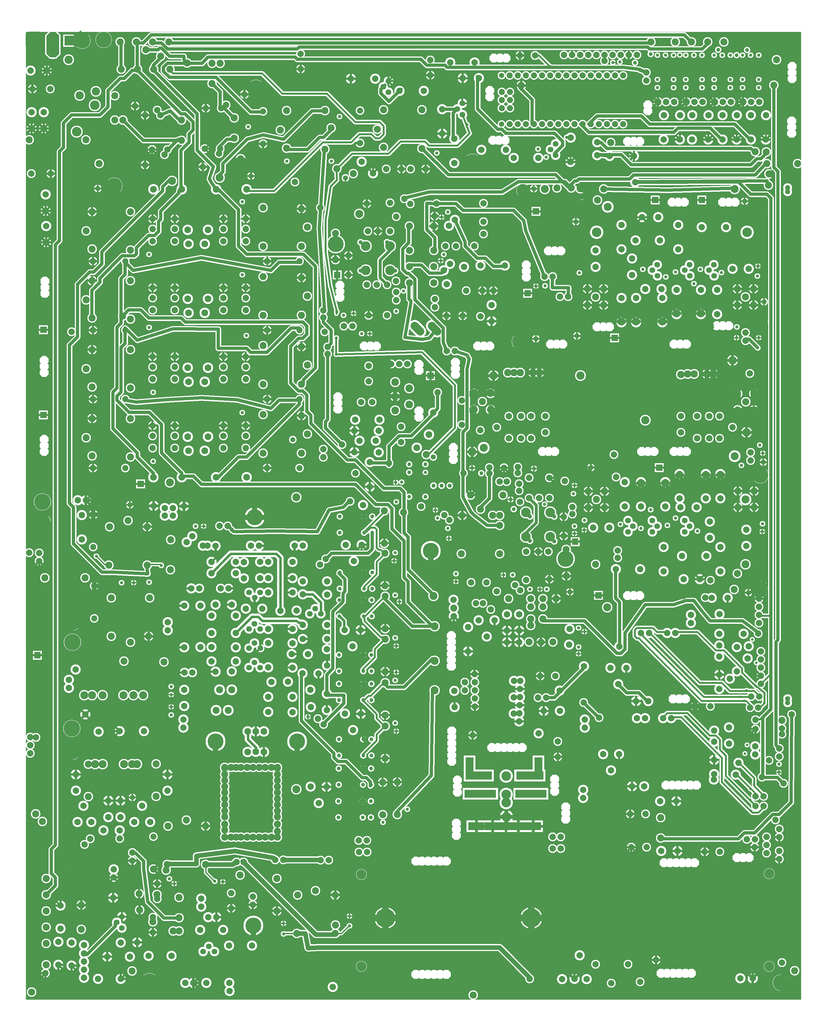
<source format=gbr>
%FSLAX34Y34*%
%MOMM*%
%LNCOPPER_TOP*%
G71*
G01*
%ADD10C,3.200*%
%ADD11C,3.000*%
%ADD12C,3.000*%
%ADD13C,2.800*%
%ADD14C,4.700*%
%ADD15C,1.800*%
%ADD16C,4.200*%
%ADD17C,7.800*%
%ADD18C,3.400*%
%ADD19C,3.100*%
%ADD20C,2.800*%
%ADD21C,2.800*%
%ADD22C,2.800*%
%ADD23C,5.200*%
%ADD24C,3.700*%
%ADD25C,2.600*%
%ADD26C,1.700*%
%ADD27C,1.800*%
%ADD28C,3.700*%
%ADD29C,5.800*%
%ADD30C,3.800*%
%ADD31C,3.000*%
%ADD32C,3.200*%
%ADD33C,2.000*%
%ADD34C,1.800*%
%ADD35C,3.300*%
%ADD36C,2.900*%
%ADD37C,2.700*%
%ADD38C,4.200*%
%ADD39C,3.300*%
%ADD40C,6.200*%
%ADD41C,3.300*%
%ADD42C,3.400*%
%ADD43C,2.600*%
%ADD44C,2.000*%
%ADD45C,1.990*%
%ADD46C,1.600*%
%ADD47C,1.400*%
%ADD48C,3.300*%
%ADD49C,3.000*%
%ADD50C,6.800*%
%ADD51C,3.800*%
%ADD52C,4.400*%
%ADD53C,4.700*%
%ADD54C,3.400*%
%ADD55C,3.700*%
%ADD56C,3.000*%
%ADD57C,2.100*%
%ADD58C,2.700*%
%ADD59C,2.450*%
%ADD60C,2.000*%
%ADD61C,1.800*%
%ADD62C,1.400*%
%ADD63C,2.200*%
%ADD64C,1.600*%
%ADD65C,4.200*%
%ADD66C,3.400*%
%ADD67C,6.200*%
%ADD68C,2.400*%
%ADD69C,5.400*%
%ADD70C,3.000*%
%ADD71C,2.400*%
%ADD72C,2.100*%
%ADD73C,1.200*%
%ADD74C,0.733*%
%ADD75C,0.667*%
%ADD76C,3.345*%
%ADD77C,0.813*%
%ADD78C,6.067*%
%ADD79C,6.860*%
%ADD80C,1.403*%
%ADD81C,1.723*%
%ADD82C,1.380*%
%ADD83C,1.427*%
%ADD84C,1.033*%
%ADD85C,1.180*%
%ADD86C,1.220*%
%ADD87C,3.717*%
%ADD88C,0.680*%
%ADD89C,0.767*%
%ADD90C,1.264*%
%ADD91C,1.507*%
%ADD92C,1.687*%
%ADD93C,1.447*%
%ADD94C,2.100*%
%ADD95C,1.967*%
%ADD96C,2.973*%
%ADD97C,1.667*%
%ADD98C,0.700*%
%ADD99C,0.804*%
%ADD100C,0.672*%
%ADD101C,0.960*%
%ADD102C,0.616*%
%ADD103C,0.400*%
%ADD104C,0.333*%
%ADD105C,3.122*%
%ADD106C,0.833*%
%ADD107C,1.017*%
%ADD108C,0.600*%
%ADD109C,0.867*%
%ADD110C,1.527*%
%ADD111C,0.533*%
%ADD112C,3.865*%
%ADD113C,2.000*%
%ADD114C,1.800*%
%ADD115C,2.200*%
%ADD116C,4.500*%
%ADD117C,1.000*%
%ADD118C,3.000*%
%ADD119C,7.000*%
%ADD120C,2.600*%
%ADD121C,2.300*%
%ADD122C,2.000*%
%ADD123C,2.000*%
%ADD124C,5.000*%
%ADD125C,2.500*%
%ADD126C,0.900*%
%ADD127C,1.000*%
%ADD128C,2.500*%
%ADD129C,3.000*%
%ADD130C,2.200*%
%ADD131C,1.200*%
%ADD132C,1.000*%
%ADD133C,2.100*%
%ADD134C,1.900*%
%ADD135C,4.000*%
%ADD136C,5.000*%
%ADD137C,2.100*%
%ADD138C,2.200*%
%ADD139C,0.800*%
%ADD140C,1.500*%
%ADD141C,0.790*%
%ADD142C,2.500*%
%ADD143C,2.200*%
%ADD144C,6.000*%
%ADD145C,3.000*%
%ADD146C,4.200*%
%ADD147C,4.500*%
%ADD148C,2.600*%
%ADD149C,2.500*%
%ADD150C,1.300*%
%ADD151C,1.900*%
%ADD152C,1.650*%
%ADD153C,1.200*%
%ADD154C,1.000*%
%ADD155C,0.600*%
%ADD156C,0.800*%
%ADD157C,3.200*%
%ADD158C,1.600*%
%ADD159C,2.600*%
%ADD160C,2.200*%
%ADD161C,1.600*%
%ADD162C,1.300*%
%LPD*%
G36*
X-359172Y2362041D02*
X2070828Y2362041D01*
X2070828Y-667959D01*
X-359172Y-667959D01*
X-359172Y2362041D01*
G37*
%LPC*%
X1507673Y1681112D02*
G54D10*
D03*
X1507723Y1757362D02*
G54D10*
D03*
X1426679Y1677712D02*
G54D10*
D03*
X1426792Y1626731D02*
G54D10*
D03*
X1540979Y1652312D02*
G54D10*
D03*
X1541091Y1601332D02*
G54D10*
D03*
X1507689Y1452512D02*
G54D10*
D03*
X1507739Y1528762D02*
G54D10*
D03*
X1628410Y1709126D02*
G54D10*
D03*
X1552160Y1709176D02*
G54D10*
D03*
X1553369Y1528762D02*
G54D10*
D03*
X1553319Y1452512D02*
G54D10*
D03*
X1685472Y1681111D02*
G54D10*
D03*
X1685522Y1757361D02*
G54D10*
D03*
X1582804Y1556596D02*
G54D10*
D03*
X1680369Y1554162D02*
G54D10*
D03*
X1680319Y1477912D02*
G54D10*
D03*
X1756568Y1554162D02*
G54D10*
D03*
X1756518Y1477912D02*
G54D10*
D03*
X1807368Y1554162D02*
G54D10*
D03*
X1807318Y1477912D02*
G54D10*
D03*
X1906840Y1620207D02*
G54D10*
D03*
X1855860Y1620094D02*
G54D10*
D03*
X1835386Y1750930D02*
G54D10*
D03*
X1759136Y1750980D02*
G54D10*
D03*
X1620044Y1633537D02*
G54D11*
D03*
X1604144Y1615962D02*
G54D11*
D03*
X1620078Y1598346D02*
G54D11*
D03*
X1721644Y1633537D02*
G54D11*
D03*
X1705744Y1615962D02*
G54D11*
D03*
X1721678Y1598346D02*
G54D11*
D03*
X1797844Y1633537D02*
G54D11*
D03*
X1781944Y1615962D02*
G54D11*
D03*
X1797878Y1598346D02*
G54D11*
D03*
X1400944Y1557437D02*
G54D12*
D03*
X1451744Y1557437D02*
G54D12*
D03*
X1426344Y1532037D02*
G54D12*
D03*
X1451744Y1506637D02*
G54D12*
D03*
X1400944Y1506637D02*
G54D12*
D03*
X1870844Y1557437D02*
G54D12*
D03*
X1921644Y1557437D02*
G54D12*
D03*
X1896244Y1532037D02*
G54D12*
D03*
X1921644Y1506637D02*
G54D12*
D03*
X1870844Y1506637D02*
G54D12*
D03*
X1572370Y1781746D02*
G54D10*
D03*
X1623350Y1781859D02*
G54D10*
D03*
X1507689Y1452512D02*
G54D13*
D03*
X1383268Y1812130D02*
G54D14*
D03*
X1633604Y1556596D02*
G54D10*
D03*
X1635919Y1528762D02*
G54D10*
D03*
X1635869Y1452512D02*
G54D10*
D03*
X1464919Y1813912D02*
G54D10*
D03*
X1376144Y1608137D02*
G54D15*
D03*
X1553319Y1452512D02*
G54D13*
D03*
X1635869Y1452512D02*
G54D13*
D03*
X1680319Y1477912D02*
G54D13*
D03*
X1756518Y1477912D02*
G54D13*
D03*
X1943100Y1811337D02*
G54D14*
D03*
X1383268Y1453356D02*
G54D14*
D03*
X1942464Y1454943D02*
G54D14*
D03*
X1433294Y1735137D02*
G54D15*
D03*
X1430118Y1735138D02*
G54D16*
D03*
X1901843Y1735138D02*
G54D16*
D03*
X1515894Y1145896D02*
G54D17*
D03*
X1446044Y1285596D02*
G54D17*
D03*
X1379369Y1285596D02*
G54D18*
D03*
X1582569Y1145896D02*
G54D18*
D03*
X1170494Y1295696D02*
G54D19*
D03*
X1250494Y1295696D02*
G54D20*
D03*
X1715494Y1290696D02*
G54D20*
D03*
X1795494Y1290696D02*
G54D20*
D03*
X1250494Y1295696D02*
G54D19*
D03*
X1715494Y1290696D02*
G54D19*
D03*
X1795494Y1290696D02*
G54D12*
D03*
X1190494Y1295696D02*
G54D19*
D03*
X1230494Y1295696D02*
G54D19*
D03*
X1735494Y1290696D02*
G54D19*
D03*
X1775494Y1290696D02*
G54D19*
D03*
X1046069Y1179366D02*
G54D12*
D03*
X1046069Y1230166D02*
G54D12*
D03*
X1071469Y1204766D02*
G54D12*
D03*
X1096869Y1230166D02*
G54D12*
D03*
X1096869Y1179366D02*
G54D12*
D03*
X1046069Y1178096D02*
G54D21*
D03*
X1096869Y1178096D02*
G54D13*
D03*
X1871569Y1178096D02*
G54D12*
D03*
X1871569Y1228896D02*
G54D12*
D03*
X1896969Y1203496D02*
G54D12*
D03*
X1922369Y1228896D02*
G54D12*
D03*
X1922369Y1178096D02*
G54D12*
D03*
X1871569Y1178096D02*
G54D21*
D03*
X1922369Y1178096D02*
G54D13*
D03*
X1745026Y1089459D02*
G54D22*
D03*
X1745026Y1159309D02*
G54D22*
D03*
X1814876Y1089459D02*
G54D22*
D03*
X1814876Y1159309D02*
G54D22*
D03*
X1783126Y1159309D02*
G54D22*
D03*
X1783126Y1089459D02*
G54D22*
D03*
X1814877Y1089459D02*
G54D13*
D03*
X1814877Y1159309D02*
G54D13*
D03*
X1154476Y1089459D02*
G54D22*
D03*
X1154476Y1159309D02*
G54D22*
D03*
X1224326Y1089459D02*
G54D22*
D03*
X1224326Y1159310D02*
G54D22*
D03*
X1192576Y1159310D02*
G54D22*
D03*
X1192576Y1089460D02*
G54D22*
D03*
X1224327Y1089459D02*
G54D13*
D03*
X1224327Y1159310D02*
G54D13*
D03*
X1795494Y1290696D02*
G54D19*
D03*
X1268777Y1159309D02*
G54D21*
D03*
X1694227Y1159309D02*
G54D21*
D03*
X1909769Y1292421D02*
G54D21*
D03*
X1065219Y1114622D02*
G54D21*
D03*
X1046069Y1228896D02*
G54D13*
D03*
X1096869Y1228897D02*
G54D13*
D03*
X1871569Y1228896D02*
G54D13*
D03*
X1922369Y1228896D02*
G54D13*
D03*
X1922369Y1178096D02*
G54D13*
D03*
X1383268Y975518D02*
G54D14*
D03*
X1943100Y974725D02*
G54D23*
D03*
X1383268Y616743D02*
G54D23*
D03*
X1942464Y618330D02*
G54D14*
D03*
X1896843Y898525D02*
G54D24*
D03*
X706244Y1615597D02*
G54D25*
D03*
X782444Y1615597D02*
G54D25*
D03*
X782444Y1691797D02*
G54D25*
D03*
X706244Y1691797D02*
G54D25*
D03*
X782356Y1826820D02*
G54D22*
D03*
X782356Y1737920D02*
G54D22*
D03*
X744256Y1737920D02*
G54D22*
D03*
X712506Y1737920D02*
G54D22*
D03*
X772712Y1475030D02*
G54D22*
D03*
X709213Y1570280D02*
G54D22*
D03*
X740962Y1570280D02*
G54D22*
D03*
X772712Y1570280D02*
G54D22*
D03*
G54D26*
X782444Y1691797D02*
X782444Y1679097D01*
X750694Y1647347D01*
X750694Y1592298D01*
X772712Y1570280D01*
X801195Y1582568D02*
G54D22*
D03*
X709212Y1824280D02*
G54D22*
D03*
X826806Y1839520D02*
G54D22*
D03*
X989234Y1691830D02*
G54D22*
D03*
X1046384Y1691830D02*
G54D22*
D03*
X1075084Y1768030D02*
G54D22*
D03*
X1075084Y1825180D02*
G54D22*
D03*
X1014034Y1626207D02*
G54D10*
D03*
X960082Y1572326D02*
G54D10*
D03*
X1014034Y1626207D02*
G54D13*
D03*
X1141810Y1630258D02*
G54D10*
D03*
X1065560Y1630308D02*
G54D10*
D03*
X1141810Y1630259D02*
G54D13*
D03*
X1020984Y1552130D02*
G54D22*
D03*
X1071784Y1552130D02*
G54D22*
D03*
X1071784Y1552130D02*
G54D22*
D03*
X1100391Y1456024D02*
G54D10*
D03*
X1100279Y1507005D02*
G54D10*
D03*
X1100391Y1456024D02*
G54D10*
D03*
X1075084Y1729930D02*
G54D22*
D03*
X1106834Y1552130D02*
G54D22*
D03*
X956214Y1691830D02*
G54D22*
D03*
X967134Y1755330D02*
G54D22*
D03*
G54D27*
X985165Y1773362D02*
X1017934Y1704530D01*
X1017934Y1691830D01*
X1056034Y1653730D01*
X1081434Y1653730D01*
X1106834Y1628330D01*
X1144934Y1628330D01*
X1141810Y1630258D01*
X843438Y1753836D02*
G54D12*
D03*
X919638Y1753836D02*
G54D12*
D03*
X843438Y1677636D02*
G54D12*
D03*
X843438Y1626836D02*
G54D12*
D03*
X843438Y1576036D02*
G54D12*
D03*
X919638Y1677636D02*
G54D12*
D03*
X919638Y1626836D02*
G54D12*
D03*
X919638Y1576036D02*
G54D12*
D03*
X919638Y1753836D02*
G54D22*
D03*
X1065889Y1471032D02*
G54D22*
D03*
X1009669Y1473277D02*
G54D22*
D03*
X1009669Y1473277D02*
G54D22*
D03*
X958869Y1473277D02*
G54D22*
D03*
G54D27*
X927894Y1824831D02*
X897183Y1825595D01*
X897183Y1743045D01*
X922583Y1717645D01*
X922583Y1673195D01*
X919639Y1674461D01*
G54D28*
X930821Y1423787D02*
X913143Y1441465D01*
G54D28*
X876846Y1423787D02*
X859168Y1441465D01*
X611981Y1697831D02*
G54D29*
D03*
X927894Y1824831D02*
G54D21*
D03*
X706244Y1691796D02*
G54D30*
D03*
X706244Y1615597D02*
G54D30*
D03*
X782444Y1615597D02*
G54D30*
D03*
X782444Y1691797D02*
G54D30*
D03*
G54D27*
X928332Y1432626D02*
X906188Y1403462D01*
X884044Y1399697D01*
X828754Y1405131D01*
X847804Y1513081D01*
X847804Y1519431D01*
X841454Y1525781D01*
X841454Y1576581D01*
X843439Y1576036D01*
X1284722Y857395D02*
G54D25*
D03*
X1208522Y857395D02*
G54D25*
D03*
X1208522Y781195D02*
G54D25*
D03*
X1284722Y781195D02*
G54D25*
D03*
X1208610Y646172D02*
G54D22*
D03*
X1208610Y735072D02*
G54D22*
D03*
X1246710Y735072D02*
G54D22*
D03*
X1278460Y735072D02*
G54D22*
D03*
X1281754Y966212D02*
G54D22*
D03*
X1218254Y966212D02*
G54D22*
D03*
X1281753Y902712D02*
G54D22*
D03*
X1250004Y902712D02*
G54D22*
D03*
X1218254Y902712D02*
G54D22*
D03*
G54D26*
X1208522Y781195D02*
X1208522Y793895D01*
X1240273Y825645D01*
X1240273Y880693D01*
X1218254Y902712D01*
X1189771Y890423D02*
G54D22*
D03*
X1281754Y648712D02*
G54D22*
D03*
X1329772Y956136D02*
G54D21*
D03*
X1284722Y781195D02*
G54D30*
D03*
X1284722Y857395D02*
G54D30*
D03*
X1208522Y857395D02*
G54D30*
D03*
X1208522Y781195D02*
G54D30*
D03*
X1005514Y727814D02*
G54D12*
D03*
X1008688Y848464D02*
G54D12*
D03*
X1126164Y727814D02*
G54D12*
D03*
X1126164Y848464D02*
G54D12*
D03*
X1065839Y867927D02*
G54D12*
D03*
X1008688Y848464D02*
G54D31*
D03*
X1034535Y912046D02*
G54D12*
D03*
X1136135Y912045D02*
G54D12*
D03*
X1223435Y587906D02*
G54D12*
D03*
X1223435Y562506D02*
G54D12*
D03*
X1261535Y562506D02*
G54D12*
D03*
X1261535Y524406D02*
G54D12*
D03*
X1187143Y538624D02*
G54D10*
D03*
X1187256Y487644D02*
G54D10*
D03*
X1187143Y538624D02*
G54D22*
D03*
X1149043Y538624D02*
G54D10*
D03*
X1149154Y487644D02*
G54D10*
D03*
X1149043Y538624D02*
G54D22*
D03*
X1261535Y587906D02*
G54D12*
D03*
X1034535Y912045D02*
G54D12*
D03*
X842493Y1246344D02*
G54D32*
D03*
X842493Y1195544D02*
G54D32*
D03*
X798043Y1220944D02*
G54D32*
D03*
X798043Y1176494D02*
G54D32*
D03*
X798043Y1265394D02*
G54D32*
D03*
X810743Y1322544D02*
G54D22*
D03*
X785343Y1322544D02*
G54D22*
D03*
X836143Y1322544D02*
G54D22*
D03*
X749658Y1147919D02*
G54D10*
D03*
X673408Y1147969D02*
G54D10*
D03*
X670716Y1113659D02*
G54D10*
D03*
X746966Y1113609D02*
G54D10*
D03*
X686650Y1082183D02*
G54D10*
D03*
X737630Y1082295D02*
G54D10*
D03*
X715493Y1316282D02*
G54D22*
D03*
X715493Y1268482D02*
G54D22*
D03*
X719103Y1014658D02*
G54D10*
D03*
X719053Y938408D02*
G54D10*
D03*
X778993Y963594D02*
G54D22*
D03*
X778993Y1011394D02*
G54D22*
D03*
X691549Y1203438D02*
G54D22*
D03*
X726649Y1203438D02*
G54D22*
D03*
X817093Y1077894D02*
G54D22*
D03*
X817093Y1125694D02*
G54D22*
D03*
X670771Y1046012D02*
G54D10*
D03*
X747021Y1045962D02*
G54D10*
D03*
X917968Y1169589D02*
G54D10*
D03*
X778993Y963594D02*
G54D22*
D03*
G54D27*
X778993Y1005044D02*
X779693Y1006314D01*
X773343Y1012664D01*
X716193Y1012664D01*
X719103Y1014658D01*
G36*
X923043Y1299714D02*
X923043Y1271714D01*
X895043Y1271714D01*
X895043Y1299714D01*
X923043Y1299714D01*
G37*
X893293Y1008132D02*
G54D33*
D03*
X893293Y982732D02*
G54D34*
D03*
X842493Y1008132D02*
G54D34*
D03*
X842493Y982732D02*
G54D33*
D03*
X893293Y906532D02*
G54D34*
D03*
X842493Y906532D02*
G54D34*
D03*
X895325Y1038898D02*
G54D12*
D03*
G54D27*
X917968Y1169589D02*
X918693Y1166882D01*
X848843Y1097032D01*
X810743Y1097032D01*
X778993Y1065282D01*
X778993Y1014482D01*
X778993Y1011394D01*
X879630Y876393D02*
G54D21*
D03*
X842493Y1008132D02*
G54D33*
D03*
X893293Y906532D02*
G54D33*
D03*
X842493Y906532D02*
G54D33*
D03*
X107502Y1059445D02*
G54D22*
D03*
X37652Y1059445D02*
G54D22*
D03*
X107502Y1129295D02*
G54D22*
D03*
X37652Y1129295D02*
G54D22*
D03*
X37652Y1097545D02*
G54D22*
D03*
X107502Y1097545D02*
G54D22*
D03*
X150910Y1050674D02*
G54D35*
D03*
X201892Y1050786D02*
G54D35*
D03*
X329752Y1059445D02*
G54D22*
D03*
X259902Y1059445D02*
G54D22*
D03*
X329752Y1129295D02*
G54D22*
D03*
X259902Y1129295D02*
G54D22*
D03*
X259902Y1097545D02*
G54D22*
D03*
X329752Y1097545D02*
G54D22*
D03*
X211975Y1094772D02*
G54D10*
D03*
X211862Y1145752D02*
G54D10*
D03*
X148475Y1094772D02*
G54D10*
D03*
X148362Y1145752D02*
G54D10*
D03*
X329752Y1129295D02*
G54D13*
D03*
X259902Y1129295D02*
G54D13*
D03*
X211862Y1145753D02*
G54D36*
D03*
X148362Y1145753D02*
G54D13*
D03*
X107502Y1129295D02*
G54D13*
D03*
X37652Y1129295D02*
G54D13*
D03*
X148475Y1094772D02*
G54D35*
D03*
X148362Y1145752D02*
G54D35*
D03*
X211862Y1145752D02*
G54D35*
D03*
X211975Y1094772D02*
G54D35*
D03*
X383965Y1163737D02*
G54D12*
D03*
X504615Y1160563D02*
G54D12*
D03*
X383965Y1043087D02*
G54D12*
D03*
X504615Y1043087D02*
G54D12*
D03*
X523428Y1103412D02*
G54D12*
D03*
X397472Y996808D02*
G54D37*
D03*
X499072Y996808D02*
G54D37*
D03*
X504615Y1160563D02*
G54D12*
D03*
X-31030Y1030998D02*
G54D12*
D03*
X-151680Y1034172D02*
G54D12*
D03*
X-31030Y1151649D02*
G54D12*
D03*
X-151680Y1151649D02*
G54D12*
D03*
X-170492Y1091324D02*
G54D12*
D03*
X-151679Y1034172D02*
G54D12*
D03*
X-151680Y1151649D02*
G54D12*
D03*
X-148628Y996808D02*
G54D37*
D03*
X-47028Y996808D02*
G54D37*
D03*
X397472Y996808D02*
G54D22*
D03*
X-148628Y996808D02*
G54D22*
D03*
X107502Y1275345D02*
G54D22*
D03*
X37652Y1275345D02*
G54D22*
D03*
X107502Y1345195D02*
G54D22*
D03*
X37652Y1345195D02*
G54D22*
D03*
X37652Y1313445D02*
G54D22*
D03*
X107502Y1313445D02*
G54D22*
D03*
X150910Y1266574D02*
G54D35*
D03*
X201892Y1266686D02*
G54D35*
D03*
X329752Y1275345D02*
G54D22*
D03*
X259902Y1275345D02*
G54D22*
D03*
X329752Y1345195D02*
G54D22*
D03*
X259902Y1345195D02*
G54D22*
D03*
X259902Y1313445D02*
G54D22*
D03*
X329752Y1313445D02*
G54D22*
D03*
X211975Y1310672D02*
G54D10*
D03*
X211862Y1361652D02*
G54D10*
D03*
X148475Y1310672D02*
G54D10*
D03*
X148362Y1361652D02*
G54D10*
D03*
X329752Y1345195D02*
G54D13*
D03*
X259902Y1345195D02*
G54D13*
D03*
X211862Y1361653D02*
G54D36*
D03*
X148362Y1361653D02*
G54D13*
D03*
X107502Y1345195D02*
G54D13*
D03*
X37652Y1345195D02*
G54D13*
D03*
X148475Y1310672D02*
G54D35*
D03*
X148362Y1361652D02*
G54D35*
D03*
X211862Y1361652D02*
G54D35*
D03*
X211975Y1310672D02*
G54D35*
D03*
X383965Y1379637D02*
G54D12*
D03*
X504615Y1376463D02*
G54D12*
D03*
X383965Y1258987D02*
G54D12*
D03*
X504615Y1258987D02*
G54D12*
D03*
X523428Y1319312D02*
G54D12*
D03*
X397472Y1212708D02*
G54D37*
D03*
X499072Y1212708D02*
G54D37*
D03*
X504615Y1376463D02*
G54D12*
D03*
X-31030Y1246898D02*
G54D12*
D03*
X-151680Y1250072D02*
G54D12*
D03*
X-31030Y1367548D02*
G54D12*
D03*
X-151680Y1367548D02*
G54D12*
D03*
X-170492Y1307224D02*
G54D12*
D03*
X-151679Y1250072D02*
G54D12*
D03*
X-151680Y1367548D02*
G54D12*
D03*
X-148628Y1212708D02*
G54D37*
D03*
X-47028Y1212708D02*
G54D37*
D03*
X397472Y1212708D02*
G54D22*
D03*
X-148628Y1212708D02*
G54D22*
D03*
X107502Y1491245D02*
G54D22*
D03*
X37652Y1491245D02*
G54D22*
D03*
X107502Y1561095D02*
G54D22*
D03*
X37652Y1561095D02*
G54D22*
D03*
X37652Y1529345D02*
G54D22*
D03*
X107502Y1529345D02*
G54D22*
D03*
X150910Y1482474D02*
G54D35*
D03*
X201892Y1482586D02*
G54D35*
D03*
X329752Y1491245D02*
G54D22*
D03*
X259902Y1491245D02*
G54D22*
D03*
X329752Y1561095D02*
G54D22*
D03*
X259902Y1561095D02*
G54D22*
D03*
X259902Y1529345D02*
G54D22*
D03*
X329752Y1529345D02*
G54D22*
D03*
X211975Y1526572D02*
G54D10*
D03*
X211862Y1577552D02*
G54D10*
D03*
X148475Y1526572D02*
G54D10*
D03*
X148362Y1577552D02*
G54D10*
D03*
X329752Y1561095D02*
G54D13*
D03*
X259902Y1561095D02*
G54D13*
D03*
X211862Y1577553D02*
G54D36*
D03*
X148362Y1577553D02*
G54D13*
D03*
X107502Y1561095D02*
G54D13*
D03*
X37652Y1561095D02*
G54D13*
D03*
X148475Y1526572D02*
G54D35*
D03*
X148362Y1577553D02*
G54D35*
D03*
X211862Y1577552D02*
G54D35*
D03*
X211975Y1526572D02*
G54D35*
D03*
X383965Y1595537D02*
G54D12*
D03*
X504615Y1592363D02*
G54D12*
D03*
X383965Y1474887D02*
G54D12*
D03*
X504615Y1474887D02*
G54D12*
D03*
X523428Y1535212D02*
G54D12*
D03*
X397472Y1428607D02*
G54D37*
D03*
X499072Y1428608D02*
G54D37*
D03*
X504615Y1592363D02*
G54D12*
D03*
X-31030Y1462798D02*
G54D12*
D03*
X-151680Y1465972D02*
G54D12*
D03*
X-31030Y1583448D02*
G54D12*
D03*
X-151680Y1583448D02*
G54D12*
D03*
X-170492Y1523124D02*
G54D12*
D03*
X-151679Y1465972D02*
G54D12*
D03*
X-151680Y1583448D02*
G54D12*
D03*
X-148628Y1428607D02*
G54D37*
D03*
X-47028Y1428608D02*
G54D37*
D03*
X397472Y1428608D02*
G54D22*
D03*
X-148628Y1428607D02*
G54D22*
D03*
X107502Y1707145D02*
G54D22*
D03*
X37652Y1707145D02*
G54D22*
D03*
X107502Y1776995D02*
G54D22*
D03*
X37652Y1776995D02*
G54D22*
D03*
X37652Y1745245D02*
G54D22*
D03*
X107502Y1745245D02*
G54D22*
D03*
X150910Y1698374D02*
G54D35*
D03*
X201892Y1698486D02*
G54D35*
D03*
X329752Y1707145D02*
G54D22*
D03*
X259902Y1707145D02*
G54D22*
D03*
X329752Y1776995D02*
G54D22*
D03*
X259902Y1776995D02*
G54D22*
D03*
X259902Y1745245D02*
G54D22*
D03*
X329752Y1745245D02*
G54D22*
D03*
X211975Y1742472D02*
G54D10*
D03*
X211862Y1793452D02*
G54D10*
D03*
X148475Y1742472D02*
G54D10*
D03*
X148362Y1793452D02*
G54D10*
D03*
X329752Y1776995D02*
G54D13*
D03*
X259902Y1776995D02*
G54D13*
D03*
X211862Y1793453D02*
G54D36*
D03*
X148362Y1793453D02*
G54D13*
D03*
X107502Y1776995D02*
G54D13*
D03*
X37652Y1776995D02*
G54D13*
D03*
X148475Y1742472D02*
G54D35*
D03*
X148362Y1793452D02*
G54D35*
D03*
X211862Y1793452D02*
G54D35*
D03*
X211975Y1742472D02*
G54D35*
D03*
X383965Y1811437D02*
G54D12*
D03*
X504615Y1808263D02*
G54D12*
D03*
X383965Y1690787D02*
G54D12*
D03*
X504615Y1690787D02*
G54D12*
D03*
X523428Y1751112D02*
G54D12*
D03*
X397472Y1644508D02*
G54D37*
D03*
X499072Y1644508D02*
G54D37*
D03*
X504615Y1808263D02*
G54D12*
D03*
X-31030Y1678698D02*
G54D12*
D03*
X-151680Y1681872D02*
G54D12*
D03*
X-31030Y1799348D02*
G54D12*
D03*
X-151680Y1799348D02*
G54D12*
D03*
X-170492Y1739024D02*
G54D12*
D03*
X-151679Y1681872D02*
G54D12*
D03*
X-151680Y1799348D02*
G54D12*
D03*
X-148628Y1644507D02*
G54D37*
D03*
X-47028Y1644508D02*
G54D37*
D03*
X397472Y1644508D02*
G54D22*
D03*
X-148628Y1644508D02*
G54D22*
D03*
X332626Y967772D02*
G54D35*
D03*
X332626Y967772D02*
G54D35*
D03*
X237376Y967772D02*
G54D35*
D03*
X237376Y967772D02*
G54D35*
D03*
X129426Y967772D02*
G54D35*
D03*
X129426Y967772D02*
G54D35*
D03*
X40526Y967772D02*
G54D35*
D03*
X40526Y967772D02*
G54D35*
D03*
G54D27*
X237376Y967772D02*
X243725Y967772D01*
X307225Y1031272D01*
X332625Y1031272D01*
X497725Y1196371D01*
X497725Y1209071D01*
X499072Y1212707D01*
G54D27*
X-47028Y1212707D02*
X-48375Y1209071D01*
X-13450Y1202721D01*
X82947Y1210310D01*
X190897Y1216660D01*
X302022Y1210310D01*
X408825Y1183671D01*
X434225Y1209071D01*
X497725Y1209071D01*
X499072Y1212707D01*
G54D27*
X129426Y967772D02*
X129425Y967772D01*
X129425Y980472D01*
X65925Y1043972D01*
X65925Y1132872D01*
X27825Y1170972D01*
X-35675Y1170971D01*
X-73775Y1209071D01*
X-73775Y1221771D01*
X-61075Y1234471D01*
X-61075Y1374171D01*
X-48375Y1386871D01*
X-48375Y1424971D01*
X-47028Y1428608D01*
G54D27*
X40526Y967772D02*
X40525Y967772D01*
X40525Y980472D01*
X-10275Y1031272D01*
X-10275Y1043972D01*
X-86475Y1120171D01*
X-86475Y1234471D01*
X-73775Y1247171D01*
X-73776Y1437672D01*
X-61075Y1450372D01*
X-61075Y1590072D01*
X-48375Y1602772D01*
X-48375Y1640871D01*
X-47028Y1644508D01*
G54D27*
X-47028Y1644508D02*
X-48375Y1640871D01*
X-22975Y1615472D01*
X190897Y1654810D01*
X408825Y1615472D01*
X434225Y1640871D01*
X497725Y1640872D01*
X499072Y1644508D01*
X332626Y1869472D02*
G54D35*
D03*
X332626Y1869472D02*
G54D35*
D03*
X237376Y1869472D02*
G54D35*
D03*
X237376Y1869472D02*
G54D35*
D03*
X129426Y1869472D02*
G54D35*
D03*
X129426Y1869472D02*
G54D35*
D03*
X40526Y1869472D02*
G54D35*
D03*
X40526Y1869472D02*
G54D35*
D03*
G54D27*
X237376Y1869472D02*
X243725Y1869471D01*
X307225Y1805972D01*
X307225Y1691672D01*
X332625Y1666272D01*
X510425Y1666271D01*
X548525Y1628171D01*
X548525Y1310672D01*
X510425Y1272571D01*
X510425Y1259872D01*
X504615Y1258988D01*
X-216110Y1422942D02*
G54D21*
D03*
X577640Y1422942D02*
G54D21*
D03*
X1189593Y1393030D02*
G54D23*
D03*
X1199117Y1866105D02*
G54D38*
D03*
X649842Y1393030D02*
G54D23*
D03*
X637142Y1862931D02*
G54D23*
D03*
X28789Y590256D02*
G54D12*
D03*
X25615Y469606D02*
G54D12*
D03*
X-91860Y590256D02*
G54D12*
D03*
X-91860Y469606D02*
G54D12*
D03*
X-31536Y450794D02*
G54D12*
D03*
X-99410Y692125D02*
G54D12*
D03*
X-96236Y812775D02*
G54D12*
D03*
X21240Y692125D02*
G54D12*
D03*
X21239Y812775D02*
G54D12*
D03*
X-39086Y832062D02*
G54D12*
D03*
X-144490Y627549D02*
G54D37*
D03*
X-144490Y525949D02*
G54D37*
D03*
X-144490Y627549D02*
G54D22*
D03*
X-148288Y850744D02*
G54D37*
D03*
X-148288Y749144D02*
G54D37*
D03*
X-148288Y850744D02*
G54D22*
D03*
X-148288Y850744D02*
G54D12*
D03*
X25615Y469606D02*
G54D12*
D03*
X21239Y812775D02*
G54D12*
D03*
X-96236Y812775D02*
G54D12*
D03*
X21239Y812775D02*
G54D12*
D03*
X0Y898525D02*
G54D14*
D03*
X952500Y898525D02*
G54D14*
D03*
X0Y0D02*
G54D14*
D03*
X952500Y-3175D02*
G54D23*
D03*
X1036555Y638206D02*
G54D22*
D03*
X1084355Y638205D02*
G54D22*
D03*
X1036555Y638206D02*
G54D22*
D03*
X1945151Y422615D02*
G54D21*
D03*
X1945152Y397215D02*
G54D21*
D03*
X1927688Y208302D02*
G54D21*
D03*
X1927689Y179727D02*
G54D21*
D03*
X1913967Y281365D02*
G54D21*
D03*
X1939367Y281366D02*
G54D21*
D03*
X918533Y596024D02*
G54D39*
D03*
X921708Y500774D02*
G54D39*
D03*
X921708Y392824D02*
G54D39*
D03*
X921708Y300749D02*
G54D39*
D03*
X491139Y140286D02*
G54D40*
D03*
X235438Y140186D02*
G54D40*
D03*
X336164Y172111D02*
G54D41*
D03*
X361538Y171986D02*
G54D41*
D03*
X386982Y172011D02*
G54D41*
D03*
X584244Y238370D02*
G54D10*
D03*
X584069Y289362D02*
G54D10*
D03*
X286314Y302236D02*
G54D42*
D03*
X236914Y238136D02*
G54D42*
D03*
X274914Y238136D02*
G54D42*
D03*
X248214Y302236D02*
G54D42*
D03*
X137038Y251386D02*
G54D10*
D03*
X136914Y302302D02*
G54D10*
D03*
X400564Y279961D02*
G54D10*
D03*
X476814Y279911D02*
G54D10*
D03*
X134464Y183261D02*
G54D10*
D03*
X134464Y208761D02*
G54D10*
D03*
X400564Y232336D02*
G54D10*
D03*
X476813Y232286D02*
G54D10*
D03*
X375164Y651436D02*
G54D10*
D03*
X324247Y651311D02*
G54D10*
D03*
X340238Y606986D02*
G54D11*
D03*
X357814Y591086D02*
G54D11*
D03*
X375430Y607021D02*
G54D11*
D03*
X346588Y753036D02*
G54D10*
D03*
X372014Y753086D02*
G54D10*
D03*
X400564Y606986D02*
G54D10*
D03*
X476738Y606986D02*
G54D10*
D03*
X222764Y667311D02*
G54D10*
D03*
X299014Y667261D02*
G54D10*
D03*
X381514Y556186D02*
G54D10*
D03*
X330597Y556061D02*
G54D10*
D03*
X375164Y492686D02*
G54D11*
D03*
X357564Y508586D02*
G54D11*
D03*
X339972Y492652D02*
G54D11*
D03*
X375538Y432286D02*
G54D43*
D03*
X357564Y448261D02*
G54D11*
D03*
X339972Y432326D02*
G54D11*
D03*
X400564Y492686D02*
G54D10*
D03*
X476738Y492686D02*
G54D10*
D03*
X375163Y371986D02*
G54D11*
D03*
X357564Y387936D02*
G54D11*
D03*
X339972Y372001D02*
G54D11*
D03*
X222764Y435536D02*
G54D10*
D03*
X299014Y435486D02*
G54D10*
D03*
X222972Y391357D02*
G54D10*
D03*
X299222Y391307D02*
G54D10*
D03*
X400564Y372036D02*
G54D10*
D03*
X476838Y371986D02*
G54D10*
D03*
X461884Y327246D02*
G54D10*
D03*
X410968Y327121D02*
G54D10*
D03*
X400564Y448236D02*
G54D10*
D03*
X476814Y448186D02*
G54D10*
D03*
X557839Y353386D02*
G54D32*
D03*
X532855Y302454D02*
G54D32*
D03*
X507956Y353500D02*
G54D32*
D03*
X565664Y540311D02*
G54D11*
D03*
X547863Y556111D02*
G54D11*
D03*
X530473Y540276D02*
G54D11*
D03*
X210064Y753036D02*
G54D10*
D03*
X235638Y752986D02*
G54D10*
D03*
X508514Y641911D02*
G54D10*
D03*
X584764Y641861D02*
G54D10*
D03*
X508514Y600636D02*
G54D10*
D03*
X584764Y600586D02*
G54D10*
D03*
X489464Y549836D02*
G54D10*
D03*
X438547Y549711D02*
G54D10*
D03*
G54D44*
X565664Y540311D02*
X565664Y575236D01*
X540264Y600636D01*
X508514Y600636D01*
X508514Y505386D02*
G54D10*
D03*
X584764Y505336D02*
G54D10*
D03*
X584664Y378361D02*
G54D10*
D03*
X584551Y429342D02*
G54D10*
D03*
X584713Y460936D02*
G54D10*
D03*
X508438Y460986D02*
G54D10*
D03*
X159314Y619711D02*
G54D10*
D03*
X184176Y619398D02*
G54D11*
D03*
X187838Y435536D02*
G54D10*
D03*
X136864Y435386D02*
G54D10*
D03*
X222764Y479986D02*
G54D10*
D03*
X299014Y479936D02*
G54D10*
D03*
G54D44*
X508514Y511736D02*
X495814Y511736D01*
X489464Y518086D01*
X381514Y518086D01*
X368814Y530786D01*
X349764Y530786D01*
X337064Y518086D01*
X298964Y479986D01*
X286264Y359336D02*
G54D10*
D03*
X235288Y359186D02*
G54D10*
D03*
X162864Y356186D02*
G54D11*
D03*
X137564Y356486D02*
G54D11*
D03*
X187838Y565711D02*
G54D10*
D03*
X136864Y565611D02*
G54D10*
D03*
X508514Y753036D02*
G54D10*
D03*
X483038Y753036D02*
G54D10*
D03*
X222764Y533961D02*
G54D10*
D03*
X299014Y533911D02*
G54D10*
D03*
X286238Y568911D02*
G54D10*
D03*
X235338Y568711D02*
G54D10*
D03*
X251338Y619686D02*
G54D11*
D03*
X276238Y619386D02*
G54D11*
D03*
X400564Y651436D02*
G54D10*
D03*
X476738Y651436D02*
G54D10*
D03*
X400564Y702236D02*
G54D10*
D03*
X476738Y702286D02*
G54D10*
D03*
X222738Y702286D02*
G54D10*
D03*
X298939Y702286D02*
G54D10*
D03*
X375164Y702236D02*
G54D10*
D03*
X324247Y702111D02*
G54D10*
D03*
G54D44*
X438664Y549836D02*
X438664Y714936D01*
X425964Y727636D01*
X283088Y727636D01*
X222764Y667311D01*
X473864Y413622D02*
G54D10*
D03*
X524844Y413734D02*
G54D10*
D03*
X533963Y248161D02*
G54D10*
D03*
X387038Y107686D02*
G54D41*
D03*
X361738Y107886D02*
G54D41*
D03*
X336251Y107818D02*
G54D41*
D03*
G54D45*
X337064Y172011D02*
X337064Y146611D01*
X362464Y121211D01*
X362464Y108511D01*
X724288Y96375D02*
G54D34*
D03*
X698888Y96375D02*
G54D34*
D03*
X724288Y147175D02*
G54D34*
D03*
X698888Y147175D02*
G54D34*
D03*
X622688Y96375D02*
G54D33*
D03*
X622688Y147175D02*
G54D34*
D03*
X766897Y87492D02*
G54D12*
D03*
X766897Y189092D02*
G54D12*
D03*
X805090Y13382D02*
G54D12*
D03*
X724288Y269810D02*
G54D34*
D03*
X698888Y269810D02*
G54D34*
D03*
X724288Y320610D02*
G54D34*
D03*
X698888Y320610D02*
G54D34*
D03*
X622688Y269810D02*
G54D34*
D03*
X622688Y320610D02*
G54D34*
D03*
X691188Y227180D02*
G54D32*
D03*
X666205Y176248D02*
G54D32*
D03*
X641306Y227294D02*
G54D32*
D03*
X726670Y619060D02*
G54D34*
D03*
X701270Y619060D02*
G54D34*
D03*
X726670Y669860D02*
G54D34*
D03*
X701270Y669860D02*
G54D34*
D03*
X625070Y619060D02*
G54D34*
D03*
X625070Y669860D02*
G54D34*
D03*
X726670Y794478D02*
G54D34*
D03*
X701270Y794478D02*
G54D34*
D03*
X726670Y845278D02*
G54D34*
D03*
X701270Y845278D02*
G54D34*
D03*
X625070Y794478D02*
G54D34*
D03*
X625070Y845278D02*
G54D34*
D03*
X693570Y755817D02*
G54D32*
D03*
X668586Y704885D02*
G54D32*
D03*
X643687Y755932D02*
G54D32*
D03*
X689601Y489514D02*
G54D32*
D03*
X664618Y438582D02*
G54D32*
D03*
X639718Y489628D02*
G54D32*
D03*
X725082Y532541D02*
G54D34*
D03*
X699682Y532541D02*
G54D34*
D03*
X725082Y583341D02*
G54D34*
D03*
X699682Y583341D02*
G54D34*
D03*
X623482Y532541D02*
G54D34*
D03*
X623482Y583341D02*
G54D34*
D03*
X723495Y360297D02*
G54D34*
D03*
X698095Y360297D02*
G54D34*
D03*
X723495Y411097D02*
G54D34*
D03*
X698095Y411097D02*
G54D34*
D03*
X621895Y360297D02*
G54D34*
D03*
X621895Y411097D02*
G54D34*
D03*
G54D46*
X623482Y532541D02*
X625988Y530786D01*
X638688Y518086D01*
X638688Y492686D01*
X639718Y489628D01*
X766897Y222826D02*
G54D12*
D03*
X766897Y324426D02*
G54D12*
D03*
X767294Y358954D02*
G54D12*
D03*
X767294Y460554D02*
G54D12*
D03*
X767294Y493495D02*
G54D12*
D03*
X767294Y595094D02*
G54D12*
D03*
X766104Y628036D02*
G54D12*
D03*
X766104Y729635D02*
G54D12*
D03*
X764516Y761386D02*
G54D12*
D03*
X764516Y862985D02*
G54D12*
D03*
G54D47*
X766898Y189092D02*
X765688Y187886D01*
X740288Y162486D01*
X740288Y143436D01*
X695838Y98986D01*
X698888Y96375D01*
G54D47*
X766898Y324426D02*
X765688Y327586D01*
X721238Y283136D01*
X714888Y283136D01*
X702188Y270436D01*
X695838Y270436D01*
X698888Y269810D01*
G54D47*
X767294Y460554D02*
X765688Y460936D01*
X733938Y429186D01*
X733938Y403786D01*
X695838Y365686D01*
X695838Y359336D01*
X698094Y360297D01*
G54D47*
X767294Y595095D02*
X765688Y594286D01*
X702189Y530786D01*
X699682Y532541D01*
G54D47*
X766104Y729635D02*
X765688Y727636D01*
X740288Y702236D01*
X740288Y664136D01*
X702188Y626036D01*
X702188Y619686D01*
X701270Y619060D01*
G54D47*
X764517Y862985D02*
X765689Y860986D01*
X702188Y797486D01*
X701270Y794478D01*
G54D47*
X698888Y269810D02*
X695838Y270436D01*
X740289Y225986D01*
X740288Y213286D01*
X765688Y187886D01*
X766898Y189092D01*
G54D47*
X767294Y460554D02*
X765688Y460936D01*
X759338Y467286D01*
X752988Y467286D01*
X702189Y518086D01*
X702189Y530786D01*
X699682Y532541D01*
G54D47*
X766104Y729635D02*
X765688Y727636D01*
X752988Y740336D01*
X746638Y740336D01*
X740288Y746686D01*
X740288Y803836D01*
X733938Y810186D01*
X721238Y810186D01*
X708538Y797486D01*
X702188Y797486D01*
X701270Y794478D01*
X622688Y147175D02*
G54D33*
D03*
X698888Y96375D02*
G54D33*
D03*
X724288Y96375D02*
G54D33*
D03*
X698888Y147175D02*
G54D33*
D03*
X724288Y147175D02*
G54D33*
D03*
X622688Y269810D02*
G54D33*
D03*
X622688Y320610D02*
G54D33*
D03*
X698888Y269810D02*
G54D33*
D03*
X724288Y269810D02*
G54D33*
D03*
X724288Y320610D02*
G54D33*
D03*
X698889Y320609D02*
G54D33*
D03*
X698095Y360297D02*
G54D33*
D03*
X723495Y360297D02*
G54D33*
D03*
X723495Y411097D02*
G54D33*
D03*
X698095Y411097D02*
G54D33*
D03*
X621895Y360297D02*
G54D33*
D03*
X621895Y411097D02*
G54D33*
D03*
X623482Y532541D02*
G54D33*
D03*
X699682Y532541D02*
G54D33*
D03*
X623482Y583341D02*
G54D33*
D03*
X699682Y583341D02*
G54D33*
D03*
X725082Y583341D02*
G54D33*
D03*
X725082Y532541D02*
G54D33*
D03*
X625070Y619060D02*
G54D33*
D03*
X625070Y669860D02*
G54D33*
D03*
X701270Y619060D02*
G54D33*
D03*
X726670Y619060D02*
G54D33*
D03*
X726670Y669860D02*
G54D33*
D03*
X701270Y669860D02*
G54D33*
D03*
X625070Y794478D02*
G54D33*
D03*
X625070Y845278D02*
G54D33*
D03*
X701270Y794478D02*
G54D33*
D03*
X726670Y794478D02*
G54D33*
D03*
X726670Y845278D02*
G54D33*
D03*
X701270Y845278D02*
G54D33*
D03*
X689601Y489514D02*
G54D32*
D03*
X693570Y755817D02*
G54D32*
D03*
X722304Y-97298D02*
G54D34*
D03*
X696904Y-97298D02*
G54D34*
D03*
X722304Y-46498D02*
G54D34*
D03*
X696904Y-46498D02*
G54D34*
D03*
X620704Y-97298D02*
G54D33*
D03*
X620704Y-46498D02*
G54D34*
D03*
X620704Y-46498D02*
G54D33*
D03*
X696904Y-97298D02*
G54D33*
D03*
X722304Y-97298D02*
G54D33*
D03*
X696904Y-46498D02*
G54D33*
D03*
X722304Y-46498D02*
G54D33*
D03*
X583635Y-1420D02*
G54D32*
D03*
X558652Y-52352D02*
G54D32*
D03*
X533753Y-1306D02*
G54D32*
D03*
X759052Y12192D02*
G54D12*
D03*
X759052Y-89408D02*
G54D12*
D03*
X805090Y13382D02*
G54D12*
D03*
X805090Y-88218D02*
G54D12*
D03*
X723098Y5096D02*
G54D34*
D03*
X697698Y5096D02*
G54D34*
D03*
X723098Y55896D02*
G54D34*
D03*
X697698Y55896D02*
G54D34*
D03*
X621498Y5096D02*
G54D33*
D03*
X621497Y55896D02*
G54D34*
D03*
X621497Y55896D02*
G54D33*
D03*
X697698Y5096D02*
G54D33*
D03*
X723098Y5096D02*
G54D33*
D03*
X697697Y55896D02*
G54D33*
D03*
X723098Y55896D02*
G54D33*
D03*
G54D27*
X723098Y5096D02*
X720445Y1354D01*
X720445Y14055D01*
X707745Y26754D01*
X695045Y26754D01*
X644245Y77554D01*
X618845Y77554D01*
X606145Y90254D01*
X606145Y102954D01*
X504545Y204554D01*
X504545Y356954D01*
X507956Y353500D01*
X488598Y905018D02*
G54D48*
D03*
X488598Y-9382D02*
G54D39*
D03*
X429583Y-58026D02*
G54D49*
D03*
X429583Y-38976D02*
G54D49*
D03*
X429583Y-19926D02*
G54D49*
D03*
X429583Y-876D02*
G54D49*
D03*
X429583Y18174D02*
G54D49*
D03*
X429583Y37224D02*
G54D49*
D03*
X429583Y56274D02*
G54D49*
D03*
X429583Y-77076D02*
G54D49*
D03*
X429583Y-96126D02*
G54D49*
D03*
X429583Y-118351D02*
G54D49*
D03*
X94898Y771668D02*
G54D12*
D03*
G54D27*
X921708Y500774D02*
X915358Y500774D01*
X839158Y576974D01*
X839158Y640474D01*
X826458Y653174D01*
X826458Y767474D01*
X788358Y805574D01*
X788358Y869074D01*
X775658Y881774D01*
X737558Y881774D01*
X674058Y945274D01*
X191458Y945274D01*
X166058Y970674D01*
X127958Y970674D01*
X129426Y967772D01*
G54D27*
X918533Y596024D02*
X915358Y602374D01*
X839158Y678574D01*
X839158Y780174D01*
X826458Y792874D01*
X826458Y919874D01*
X813758Y932574D01*
X762958Y932574D01*
X674058Y1021474D01*
X648658Y1021474D01*
X534358Y1135774D01*
X534358Y1161174D01*
X521658Y1173874D01*
X521658Y1224674D01*
X508958Y1237374D01*
X496258Y1237374D01*
X470858Y1262774D01*
X470858Y1377074D01*
X496258Y1402474D01*
X508958Y1402474D01*
X521658Y1415174D01*
X521658Y1440574D01*
X508958Y1453274D01*
X140658Y1453274D01*
X127958Y1465974D01*
X26358Y1465974D01*
X958Y1491374D01*
X-37142Y1491374D01*
X-56192Y1472324D01*
X824514Y857225D02*
G54D12*
D03*
G54D27*
X767294Y595095D02*
X762958Y589674D01*
X851858Y500774D01*
X915358Y500774D01*
X921708Y500774D01*
G54D27*
X766897Y324426D02*
X762958Y322974D01*
X775658Y310274D01*
X826458Y310274D01*
X915358Y399174D01*
X921708Y392824D01*
G54D27*
X805090Y-88218D02*
X801058Y-83426D01*
X912183Y34049D01*
X915358Y297574D01*
X921708Y300749D01*
X715563Y1475030D02*
G54D22*
D03*
X1345542Y492976D02*
G54D10*
D03*
X1938802Y562315D02*
G54D21*
D03*
X1938802Y536915D02*
G54D21*
D03*
X1938802Y511515D02*
G54D21*
D03*
X1267646Y1870446D02*
G54D39*
D03*
X1863011Y1870277D02*
G54D39*
D03*
X1863010Y1033664D02*
G54D12*
D03*
X1451796Y1870446D02*
G54D12*
D03*
G54D27*
X1451796Y1870446D02*
X1653778Y1866741D01*
X1861508Y1872374D01*
X1863010Y1870277D01*
X1350196Y1873621D02*
G54D12*
D03*
X1305746Y1873621D02*
G54D12*
D03*
G54D47*
X619946Y1352921D02*
X882361Y1359271D01*
X985208Y1256424D01*
X985208Y1122432D01*
X901675Y1038898D01*
G54D47*
X614010Y1933718D02*
X615320Y1898409D01*
X596270Y1879359D01*
X579834Y1772285D01*
X579834Y1673860D01*
X594122Y1569085D01*
X615320Y1485659D01*
X613596Y1479921D01*
X615320Y1485659D01*
G54D27*
X927894Y1824831D02*
X988936Y1824831D01*
X1010608Y1803159D01*
X1169358Y1803159D01*
X1201108Y1771409D01*
X1207805Y1737920D01*
X1206103Y1746091D01*
X1206569Y1742287D01*
X1266565Y1596270D01*
G54D27*
X1551487Y1891696D02*
X1874208Y1892059D01*
X1912308Y1853959D01*
X1963108Y1853959D01*
X1975808Y1841259D01*
X1975808Y241059D01*
X1950408Y215659D01*
X1950408Y37859D01*
X-183356Y849312D02*
G54D10*
D03*
X-183406Y773062D02*
G54D10*
D03*
X-183406Y773062D02*
G54D13*
D03*
X-196291Y895740D02*
G54D10*
D03*
X-170816Y895741D02*
G54D10*
D03*
X664880Y1441058D02*
G54D22*
D03*
X637893Y1441058D02*
G54D22*
D03*
X801406Y1547420D02*
G54D22*
D03*
X801406Y1522020D02*
G54D22*
D03*
X801406Y1487095D02*
G54D15*
D03*
X636306Y1474395D02*
G54D15*
D03*
X1896780Y1420420D02*
G54D22*
D03*
X1896780Y1395020D02*
G54D22*
D03*
X1869678Y1438116D02*
G54D15*
D03*
X1912656Y1045770D02*
G54D22*
D03*
X1912656Y1020370D02*
G54D22*
D03*
X1941294Y1068387D02*
G54D15*
D03*
X1353856Y874320D02*
G54D22*
D03*
X1353856Y852095D02*
G54D22*
D03*
X1357094Y915987D02*
G54D15*
D03*
X1360268Y814387D02*
G54D15*
D03*
X968455Y833513D02*
G54D22*
D03*
X952739Y849229D02*
G54D22*
D03*
X963394Y808037D02*
G54D15*
D03*
X931644Y839787D02*
G54D15*
D03*
X1190263Y614050D02*
G54D22*
D03*
X1174548Y629765D02*
G54D22*
D03*
X1166594Y661987D02*
G54D15*
D03*
X1220568Y617537D02*
G54D15*
D03*
X668056Y1480745D02*
G54D15*
D03*
X1868206Y1404545D02*
G54D15*
D03*
X1938056Y1404545D02*
G54D15*
D03*
X1934944Y1373187D02*
G54D15*
D03*
G54D27*
X1934944Y1373187D02*
X1933178Y1374616D01*
X1907778Y1400016D01*
X1895078Y1400016D01*
X1896780Y1398195D01*
X1950756Y1042595D02*
G54D15*
D03*
X1884144Y1004887D02*
G54D15*
D03*
X693456Y1417245D02*
G54D15*
D03*
X718856Y1417245D02*
G54D15*
D03*
X1360206Y942582D02*
G54D15*
D03*
X1360206Y791770D02*
G54D15*
D03*
X1137956Y661595D02*
G54D15*
D03*
X1252256Y617145D02*
G54D15*
D03*
X924437Y864795D02*
G54D15*
D03*
X966506Y775895D02*
G54D15*
D03*
X1272956Y617537D02*
G54D15*
D03*
X-53710Y285429D02*
G54D39*
D03*
X-118797Y285429D02*
G54D39*
D03*
X-51328Y69529D02*
G54D39*
D03*
X-118400Y69529D02*
G54D39*
D03*
X-22356Y285429D02*
G54D39*
D03*
X-151738Y285429D02*
G54D39*
D03*
X-10847Y69529D02*
G54D39*
D03*
X-64969Y172726D02*
G54D10*
D03*
X11281Y172676D02*
G54D10*
D03*
X-172679Y225081D02*
G54D10*
D03*
X-131497Y171129D02*
G54D10*
D03*
X48857Y70362D02*
G54D12*
D03*
X48857Y-31237D02*
G54D12*
D03*
X-163247Y69529D02*
G54D12*
D03*
X-163247Y-32071D02*
G54D12*
D03*
X84763Y37312D02*
G54D10*
D03*
X84875Y-13669D02*
G54D10*
D03*
X-202574Y37312D02*
G54D10*
D03*
X-202462Y-13669D02*
G54D10*
D03*
X-178857Y-60914D02*
G54D32*
D03*
X-153958Y-111960D02*
G54D32*
D03*
X-19691Y-111846D02*
G54D32*
D03*
X5293Y-60914D02*
G54D32*
D03*
X30192Y-111960D02*
G54D32*
D03*
X-62874Y-45239D02*
G54D10*
D03*
X-62762Y-96220D02*
G54D10*
D03*
X-100974Y-45239D02*
G54D10*
D03*
X-100862Y-96220D02*
G54D10*
D03*
X-64919Y-138474D02*
G54D10*
D03*
X-115719Y-138474D02*
G54D10*
D03*
X-175947Y285429D02*
G54D39*
D03*
X8203Y285429D02*
G54D39*
D03*
X-197491Y-111846D02*
G54D32*
D03*
X134464Y208761D02*
G54D10*
D03*
X-224311Y307880D02*
G54D10*
D03*
X-224312Y333380D02*
G54D10*
D03*
X767998Y-412607D02*
G54D12*
D03*
X1225198Y-412607D02*
G54D50*
D03*
X578272Y1994824D02*
G54D12*
D03*
X457622Y1997998D02*
G54D12*
D03*
X578272Y2115474D02*
G54D12*
D03*
X457622Y2115474D02*
G54D12*
D03*
X438810Y2055150D02*
G54D12*
D03*
X457622Y1997998D02*
G54D12*
D03*
X384194Y2113356D02*
G54D37*
D03*
X384194Y2011756D02*
G54D22*
D03*
X457622Y1997998D02*
G54D12*
D03*
X882298Y1997218D02*
G54D12*
D03*
X761648Y2000392D02*
G54D12*
D03*
X882298Y2117868D02*
G54D12*
D03*
X761648Y2117868D02*
G54D12*
D03*
X742836Y2057543D02*
G54D12*
D03*
X761648Y2000392D02*
G54D12*
D03*
X688220Y2115750D02*
G54D37*
D03*
X688220Y2014150D02*
G54D22*
D03*
X761648Y2000392D02*
G54D12*
D03*
X-129354Y1949821D02*
G54D12*
D03*
X-200006Y2049856D02*
G54D51*
D03*
G54D27*
X882298Y1997218D02*
X964848Y1914668D01*
X1301398Y1914668D01*
X1339498Y1876568D01*
X1352198Y1876568D01*
X1350196Y1873621D01*
G54D27*
X129426Y1869472D02*
X126648Y1870218D01*
X120298Y1863868D01*
X120298Y1857518D01*
X63148Y1800368D01*
X63148Y1774968D01*
X56798Y1768618D01*
X56798Y1736868D01*
X44098Y1724168D01*
X25048Y1724168D01*
X-13052Y1686068D01*
X-13052Y1667018D01*
X-19402Y1660668D01*
X-57502Y1660668D01*
X-127352Y1590818D01*
X-127352Y1578118D01*
X-152752Y1552718D01*
X-152752Y1463818D01*
X-151679Y1465972D01*
X299020Y1929053D02*
G54D23*
D03*
X-81980Y1880634D02*
G54D23*
D03*
X-93092Y948772D02*
G54D14*
D03*
X92307Y951815D02*
G54D48*
D03*
X98831Y1895810D02*
G54D48*
D03*
G54D27*
X98831Y1900572D02*
X94898Y1901968D01*
X69498Y1876568D01*
X69498Y1863868D01*
X-121002Y1673368D01*
X-121002Y1635268D01*
X-146402Y1609868D01*
X-159102Y1609868D01*
X-197202Y1571768D01*
X-197202Y1406668D01*
X-222602Y1381268D01*
X-222602Y885968D01*
X-209902Y873268D01*
X-209902Y758968D01*
X-121002Y670068D01*
X-82902Y670068D01*
X22498Y665468D01*
X18698Y695468D01*
X21239Y692125D01*
X247629Y1905716D02*
G54D48*
D03*
X83581Y-244962D02*
G54D12*
D03*
X86755Y-124312D02*
G54D12*
D03*
X204231Y-244962D02*
G54D12*
D03*
X204231Y-124312D02*
G54D12*
D03*
X143906Y-105500D02*
G54D12*
D03*
X86754Y-124312D02*
G54D12*
D03*
X204231Y-124312D02*
G54D12*
D03*
X40394Y-259543D02*
G54D37*
D03*
X40394Y-157944D02*
G54D37*
D03*
X1398272Y-603826D02*
G54D10*
D03*
X1321972Y-603827D02*
G54D10*
D03*
X1360172Y-603032D02*
G54D10*
D03*
X767998Y-412607D02*
G54D50*
D03*
X1880772Y-601048D02*
G54D10*
D03*
X1918972Y-601047D02*
G54D10*
D03*
X1007593Y1132044D02*
G54D22*
D03*
X951030Y1615701D02*
G54D10*
D03*
X970648Y1635320D02*
G54D10*
D03*
X1007593Y1208244D02*
G54D22*
D03*
X931393Y1233644D02*
G54D22*
D03*
G54D27*
X931393Y1233644D02*
X931393Y1183014D01*
X917968Y1169589D01*
X631428Y1069816D02*
G54D22*
D03*
X656828Y892016D02*
G54D22*
D03*
X96556Y223445D02*
G54D15*
D03*
X96556Y248845D02*
G54D15*
D03*
X144580Y764801D02*
G54D10*
D03*
X162611Y782832D02*
G54D10*
D03*
X172756Y813995D02*
G54D15*
D03*
X198156Y813995D02*
G54D15*
D03*
X489981Y-460862D02*
G54D12*
D03*
X493155Y-340212D02*
G54D12*
D03*
X610631Y-460862D02*
G54D12*
D03*
X610631Y-340212D02*
G54D12*
D03*
X493154Y-340212D02*
G54D12*
D03*
X610631Y-340212D02*
G54D12*
D03*
X427421Y-389999D02*
G54D37*
D03*
X427421Y-288399D02*
G54D37*
D03*
X190210Y-351483D02*
G54D10*
D03*
X190210Y-376983D02*
G54D10*
D03*
X1145968Y76734D02*
G54D52*
D03*
G36*
X1045517Y52152D02*
X1107517Y52152D01*
X1107517Y15152D01*
X1045517Y15152D01*
X1045517Y52152D01*
G37*
G36*
X1207043Y52152D02*
X1269043Y52152D01*
X1269043Y15152D01*
X1207043Y15152D01*
X1207043Y52152D01*
G37*
G36*
X1058608Y-4998D02*
X1120608Y-4998D01*
X1120608Y-41998D01*
X1058608Y-41998D01*
X1058608Y-4998D01*
G37*
G36*
X1169341Y-4997D02*
X1231341Y-4997D01*
X1231341Y-41997D01*
X1169341Y-41997D01*
X1169341Y-4997D01*
G37*
G36*
X1072902Y-106598D02*
X1134902Y-106598D01*
X1134902Y-143598D01*
X1072902Y-143598D01*
X1072902Y-106598D01*
G37*
G36*
X1153463Y-106597D02*
X1215463Y-106597D01*
X1215463Y-143597D01*
X1153463Y-143597D01*
X1153463Y-106597D01*
G37*
G36*
X1114968Y-106598D02*
X1176968Y-106598D01*
X1176968Y-143598D01*
X1114968Y-143598D01*
X1114968Y-106598D01*
G37*
X1149143Y-177266D02*
G54D52*
D03*
X-333772Y2336800D02*
G54D23*
D03*
X361950Y2189162D02*
G54D53*
D03*
X1423194Y-148432D02*
G54D23*
D03*
X-234950Y-246063D02*
G54D23*
D03*
X293699Y2092702D02*
G54D12*
D03*
X293699Y2060952D02*
G54D12*
D03*
X293699Y2029202D02*
G54D12*
D03*
X201849Y1996597D02*
G54D22*
D03*
X249649Y1996597D02*
G54D22*
D03*
X205024Y2123596D02*
G54D22*
D03*
X252824Y2123597D02*
G54D22*
D03*
X128599Y2086352D02*
G54D12*
D03*
X128599Y2054602D02*
G54D12*
D03*
X128599Y2022852D02*
G54D12*
D03*
X36749Y1993422D02*
G54D22*
D03*
X84549Y1993422D02*
G54D22*
D03*
X14524Y2101372D02*
G54D22*
D03*
X62324Y2101372D02*
G54D22*
D03*
G54D27*
X247629Y1910479D02*
X245843Y1911350D01*
X258543Y1924050D01*
X258543Y1949450D01*
X334743Y2025650D01*
X385366Y2039778D01*
X449043Y2025650D01*
X537943Y2114550D01*
X576043Y2114550D01*
X578272Y2115474D01*
X121447Y-411638D02*
G54D12*
D03*
X121447Y-379888D02*
G54D12*
D03*
X121448Y-348138D02*
G54D12*
D03*
X52210Y-304850D02*
G54D22*
D03*
X52210Y-352650D02*
G54D22*
D03*
X40394Y-259543D02*
G54D12*
D03*
X427421Y-389999D02*
G54D12*
D03*
G54D27*
X62324Y2101372D02*
X93443Y2114550D01*
X118843Y2089150D01*
X131543Y2089150D01*
X128599Y2086352D01*
G54D27*
X84549Y1990247D02*
X80743Y1987550D01*
X118843Y2025650D01*
X131543Y2025650D01*
X128599Y2022852D01*
G54D27*
X249649Y1996597D02*
X245843Y2000250D01*
X271243Y2025650D01*
X296643Y2025650D01*
X293699Y2029202D01*
G54D27*
X252824Y2123597D02*
X258543Y2127250D01*
X296643Y2089150D01*
X293699Y2092702D01*
X950694Y1665287D02*
G54D15*
D03*
X941106Y1645845D02*
G54D15*
D03*
G54D27*
X954205Y1618876D02*
X957043Y1619250D01*
X944343Y1606550D01*
X906243Y1606550D01*
X880843Y1631950D01*
X842743Y1631950D01*
X843438Y1626836D01*
X967134Y1755330D02*
G54D10*
D03*
X985165Y1773362D02*
G54D10*
D03*
X963394Y1798637D02*
G54D15*
D03*
X944281Y1782370D02*
G54D15*
D03*
X-83818Y-260345D02*
G54D10*
D03*
X-142856Y2132406D02*
G54D51*
D03*
X-60440Y2244868D02*
G54D12*
D03*
X-9640Y2244868D02*
G54D12*
D03*
X41160Y2244868D02*
G54D12*
D03*
X91960Y2244868D02*
G54D12*
D03*
G54D27*
X-9640Y2244868D02*
X-12814Y2244868D01*
X126886Y2105168D01*
X139586Y2105168D01*
X164986Y2079768D01*
X164986Y2054368D01*
X152286Y2041668D01*
X152286Y2016268D01*
X126886Y1990868D01*
X126886Y1863868D01*
X129426Y1869472D01*
G54D27*
X41160Y2244868D02*
X37986Y2244868D01*
X177686Y2105168D01*
X177686Y1990868D01*
X228486Y1940068D01*
X215786Y1901968D01*
X224517Y1886887D01*
X241186Y1863868D01*
X237376Y1869472D01*
G54D47*
X91960Y2244868D02*
X88786Y2244868D01*
X101486Y2232168D01*
X380886Y2232168D01*
X444386Y2168668D01*
X584086Y2168668D01*
X672986Y2079768D01*
X749186Y2079768D01*
X761886Y2067068D01*
X761886Y2041668D01*
X749186Y2028968D01*
X736486Y2028968D01*
X723786Y2041668D01*
X685686Y2041668D01*
X660286Y2016268D01*
X571386Y2016268D01*
X418986Y1863868D01*
X330086Y1863868D01*
X332626Y1869472D01*
X-225540Y2274633D02*
G54D54*
D03*
X211862Y1577552D02*
G54D35*
D03*
X148362Y1361652D02*
G54D35*
D03*
X211862Y1361653D02*
G54D35*
D03*
X148362Y1145752D02*
G54D35*
D03*
X211862Y1145752D02*
G54D35*
D03*
X824425Y1550595D02*
G54D15*
D03*
X1818059Y749349D02*
G54D10*
D03*
X1818009Y673098D02*
G54D10*
D03*
X1899052Y752749D02*
G54D10*
D03*
X1898940Y803730D02*
G54D10*
D03*
X1784753Y778149D02*
G54D10*
D03*
X1784640Y829130D02*
G54D10*
D03*
X1818043Y977949D02*
G54D10*
D03*
X1817993Y901698D02*
G54D10*
D03*
X1697322Y721335D02*
G54D10*
D03*
X1773572Y721285D02*
G54D10*
D03*
X1772363Y901698D02*
G54D10*
D03*
X1772413Y977949D02*
G54D10*
D03*
X1640260Y749350D02*
G54D10*
D03*
X1640210Y673100D02*
G54D10*
D03*
X1742928Y873865D02*
G54D10*
D03*
X1645363Y876298D02*
G54D10*
D03*
X1645413Y952549D02*
G54D10*
D03*
X1569163Y876298D02*
G54D10*
D03*
X1569213Y952549D02*
G54D10*
D03*
X1518363Y876298D02*
G54D10*
D03*
X1518413Y952549D02*
G54D10*
D03*
X1418892Y810254D02*
G54D10*
D03*
X1469872Y810367D02*
G54D10*
D03*
X1490346Y679530D02*
G54D10*
D03*
X1566596Y679481D02*
G54D10*
D03*
X1705688Y796924D02*
G54D11*
D03*
X1721588Y814499D02*
G54D11*
D03*
X1705654Y832114D02*
G54D11*
D03*
X1604088Y796924D02*
G54D11*
D03*
X1619988Y814498D02*
G54D11*
D03*
X1604053Y832114D02*
G54D11*
D03*
X1527888Y796924D02*
G54D11*
D03*
X1543788Y814499D02*
G54D11*
D03*
X1527853Y832115D02*
G54D11*
D03*
X1923200Y873818D02*
G54D12*
D03*
X1872400Y873818D02*
G54D12*
D03*
X1897800Y899218D02*
G54D12*
D03*
X1872400Y924618D02*
G54D12*
D03*
X1923200Y924618D02*
G54D12*
D03*
X1454888Y873024D02*
G54D12*
D03*
X1404088Y873024D02*
G54D12*
D03*
X1429488Y898424D02*
G54D12*
D03*
X1404088Y923824D02*
G54D12*
D03*
X1454888Y923824D02*
G54D12*
D03*
X1753362Y648714D02*
G54D10*
D03*
X1702382Y648602D02*
G54D10*
D03*
X1818043Y977949D02*
G54D13*
D03*
X1942464Y618330D02*
G54D14*
D03*
X1692128Y873865D02*
G54D10*
D03*
X1689813Y901699D02*
G54D10*
D03*
X1689863Y977949D02*
G54D10*
D03*
X1949588Y822324D02*
G54D15*
D03*
X1772413Y977949D02*
G54D13*
D03*
X1689863Y977949D02*
G54D13*
D03*
X1645413Y952549D02*
G54D13*
D03*
X1569213Y952549D02*
G54D13*
D03*
X1383267Y975518D02*
G54D14*
D03*
X1863010Y1033665D02*
G54D55*
D03*
X1391988Y832724D02*
G54D15*
D03*
X1896244Y695425D02*
G54D41*
D03*
X1426344Y695425D02*
G54D56*
D03*
X1462722Y560184D02*
G54D41*
D03*
X1507672Y1681112D02*
G54D10*
D03*
X1507722Y1757362D02*
G54D10*
D03*
X1426679Y1677712D02*
G54D10*
D03*
X1426791Y1626732D02*
G54D10*
D03*
X1540978Y1652312D02*
G54D10*
D03*
X1541090Y1601332D02*
G54D10*
D03*
X1507688Y1452513D02*
G54D10*
D03*
X1507738Y1528763D02*
G54D10*
D03*
X1628409Y1709126D02*
G54D10*
D03*
X1552159Y1709176D02*
G54D10*
D03*
X1553368Y1528762D02*
G54D10*
D03*
X1553318Y1452513D02*
G54D10*
D03*
X1685472Y1681112D02*
G54D10*
D03*
X1685521Y1757362D02*
G54D10*
D03*
X1582803Y1556596D02*
G54D10*
D03*
X1680368Y1554163D02*
G54D10*
D03*
X1680318Y1477913D02*
G54D10*
D03*
X1756568Y1554162D02*
G54D10*
D03*
X1756518Y1477912D02*
G54D10*
D03*
X1807368Y1554162D02*
G54D10*
D03*
X1807318Y1477912D02*
G54D10*
D03*
X1906840Y1620207D02*
G54D10*
D03*
X1855859Y1620094D02*
G54D10*
D03*
X1835384Y1750930D02*
G54D10*
D03*
X1759135Y1750980D02*
G54D10*
D03*
X1620043Y1633538D02*
G54D11*
D03*
X1604143Y1615963D02*
G54D11*
D03*
X1620077Y1598347D02*
G54D11*
D03*
X1721643Y1633538D02*
G54D11*
D03*
X1705743Y1615962D02*
G54D11*
D03*
X1721678Y1598347D02*
G54D11*
D03*
X1797843Y1633538D02*
G54D11*
D03*
X1781943Y1615962D02*
G54D11*
D03*
X1797878Y1598347D02*
G54D11*
D03*
X1400943Y1557438D02*
G54D12*
D03*
X1451743Y1557438D02*
G54D12*
D03*
X1426343Y1532038D02*
G54D12*
D03*
X1451743Y1506638D02*
G54D12*
D03*
X1400943Y1506638D02*
G54D12*
D03*
X1870843Y1557438D02*
G54D12*
D03*
X1921643Y1557438D02*
G54D12*
D03*
X1896242Y1532038D02*
G54D12*
D03*
X1921642Y1506638D02*
G54D12*
D03*
X1870843Y1506638D02*
G54D12*
D03*
X1572369Y1781747D02*
G54D10*
D03*
X1623349Y1781860D02*
G54D10*
D03*
X1507688Y1452513D02*
G54D13*
D03*
X1383267Y1812131D02*
G54D14*
D03*
X1633603Y1556596D02*
G54D10*
D03*
X1635918Y1528763D02*
G54D10*
D03*
X1635868Y1452513D02*
G54D10*
D03*
X1464918Y1813913D02*
G54D24*
D03*
X1376143Y1608138D02*
G54D15*
D03*
X1553318Y1452513D02*
G54D13*
D03*
X1635868Y1452513D02*
G54D13*
D03*
X1680318Y1477913D02*
G54D13*
D03*
X1756518Y1477912D02*
G54D13*
D03*
X1943099Y1811338D02*
G54D14*
D03*
X1383267Y1453356D02*
G54D23*
D03*
X1942464Y1454944D02*
G54D14*
D03*
X1933743Y1597738D02*
G54D15*
D03*
X918693Y941544D02*
G54D57*
D03*
X944093Y941544D02*
G54D57*
D03*
X1871033Y665874D02*
G54D12*
D03*
X299408Y-159626D02*
G54D49*
D03*
X429583Y-140576D02*
G54D49*
D03*
X429583Y-159626D02*
G54D49*
D03*
X334333Y-159626D02*
G54D49*
D03*
X353383Y-159626D02*
G54D49*
D03*
X372433Y-159626D02*
G54D49*
D03*
X391483Y-159626D02*
G54D49*
D03*
X410533Y-159626D02*
G54D49*
D03*
X315283Y-159626D02*
G54D49*
D03*
X429583Y-159626D02*
G54D49*
D03*
X264483Y-137401D02*
G54D49*
D03*
X264483Y-118351D02*
G54D49*
D03*
X264483Y-159626D02*
G54D49*
D03*
X264483Y18174D02*
G54D12*
D03*
X264483Y37224D02*
G54D49*
D03*
X264483Y56274D02*
G54D49*
D03*
X264483Y-38976D02*
G54D49*
D03*
X264483Y-19926D02*
G54D49*
D03*
X264483Y-876D02*
G54D49*
D03*
X264483Y18174D02*
G54D49*
D03*
X264483Y-96126D02*
G54D49*
D03*
X264483Y-77076D02*
G54D49*
D03*
X264483Y-58026D02*
G54D49*
D03*
X264483Y-38976D02*
G54D49*
D03*
X283533Y-159626D02*
G54D49*
D03*
X76098Y871300D02*
G54D10*
D03*
X76098Y847784D02*
G54D10*
D03*
X101498Y871300D02*
G54D10*
D03*
X101498Y847784D02*
G54D10*
D03*
X-202962Y365988D02*
G54D10*
D03*
X1970326Y81032D02*
G54D21*
D03*
X-58271Y-408256D02*
G54D11*
D03*
X-74170Y-425831D02*
G54D11*
D03*
X-58236Y-443447D02*
G54D11*
D03*
X-176841Y-497360D02*
G54D10*
D03*
X-176892Y-522935D02*
G54D10*
D03*
X-176892Y-522935D02*
G54D10*
D03*
X-176942Y-548510D02*
G54D10*
D03*
X1917700Y-411163D02*
G54D23*
D03*
X-80090Y2162377D02*
G54D12*
D03*
X-295390Y-288782D02*
G54D12*
D03*
X-295390Y-339582D02*
G54D12*
D03*
X-295390Y-390382D02*
G54D12*
D03*
X-295390Y-441182D02*
G54D12*
D03*
G54D27*
X-295389Y-339582D02*
X-292486Y-335889D01*
X-267086Y-310489D01*
X-267086Y-285089D01*
X-279786Y-272389D01*
X-279786Y-196189D01*
X-267086Y-183489D01*
X-267086Y1696111D01*
X-254386Y1708811D01*
X-254386Y1988211D01*
X-241686Y2000911D01*
X-241686Y2077111D01*
X-216286Y2102511D01*
X-127386Y2102511D01*
X-101986Y2127911D01*
X-101986Y2178711D01*
X-63886Y2216811D01*
X-51186Y2216811D01*
X-25786Y2242211D01*
X-13086Y2242211D01*
X-9640Y2244868D01*
X-176942Y-548510D02*
G54D10*
D03*
X-176993Y-574084D02*
G54D10*
D03*
X-176993Y-574084D02*
G54D10*
D03*
X-177043Y-599659D02*
G54D10*
D03*
G36*
X1172118Y52152D02*
X1234118Y52152D01*
X1234118Y15152D01*
X1172118Y15152D01*
X1172118Y52152D01*
G37*
X1008981Y2138329D02*
G54D11*
D03*
X993081Y2120754D02*
G54D11*
D03*
X1009016Y2103138D02*
G54D11*
D03*
X1348277Y1955122D02*
G54D10*
D03*
X1348327Y2031372D02*
G54D10*
D03*
X812279Y2177498D02*
G54D10*
D03*
X888529Y2177448D02*
G54D10*
D03*
X1253092Y1208880D02*
G54D23*
D03*
X697478Y880326D02*
G54D10*
D03*
X673894Y980281D02*
G54D21*
D03*
X1157049Y2073082D02*
G54D58*
D03*
X1182449Y2073082D02*
G54D58*
D03*
X1207849Y2073082D02*
G54D58*
D03*
X1233249Y2073082D02*
G54D58*
D03*
X1258649Y2073082D02*
G54D58*
D03*
X1284049Y2073082D02*
G54D58*
D03*
X1309449Y2073082D02*
G54D58*
D03*
X1334849Y2073082D02*
G54D58*
D03*
X1360249Y2073082D02*
G54D58*
D03*
X1385649Y2073082D02*
G54D58*
D03*
X1411049Y2073082D02*
G54D58*
D03*
X1436449Y2073082D02*
G54D58*
D03*
X1461849Y2073082D02*
G54D58*
D03*
X1487249Y2073082D02*
G54D58*
D03*
X1512649Y2073082D02*
G54D58*
D03*
X1157049Y2225482D02*
G54D58*
D03*
X1182449Y2225482D02*
G54D58*
D03*
X1207849Y2225482D02*
G54D58*
D03*
X1233249Y2225482D02*
G54D58*
D03*
X1258649Y2225482D02*
G54D58*
D03*
X1284049Y2225482D02*
G54D58*
D03*
X1309449Y2225482D02*
G54D58*
D03*
X1334849Y2225482D02*
G54D58*
D03*
X1360249Y2225482D02*
G54D58*
D03*
X1385649Y2225482D02*
G54D58*
D03*
X1411049Y2225482D02*
G54D58*
D03*
X1436449Y2225482D02*
G54D58*
D03*
X1461849Y2225482D02*
G54D58*
D03*
X1487249Y2225482D02*
G54D58*
D03*
X1512649Y2225482D02*
G54D58*
D03*
X1131808Y2225641D02*
G54D59*
D03*
X1131808Y2073241D02*
G54D59*
D03*
X1158065Y2174428D02*
G54D58*
D03*
X1132665Y2174428D02*
G54D58*
D03*
X1158065Y2149028D02*
G54D58*
D03*
X1132665Y2149028D02*
G54D58*
D03*
X1158065Y2123628D02*
G54D58*
D03*
X1132665Y2123628D02*
G54D58*
D03*
X597322Y2061498D02*
G54D12*
D03*
G54D27*
X597322Y2061498D02*
X599678Y2057241D01*
X574278Y2031841D01*
X561578Y2031841D01*
X523478Y1993741D01*
X459978Y1993741D01*
X457622Y1997998D01*
X736143Y2215515D02*
G54D10*
D03*
X659893Y2215566D02*
G54D10*
D03*
X945717Y2119788D02*
G54D10*
D03*
X945667Y2043538D02*
G54D10*
D03*
X983817Y2027713D02*
G54D10*
D03*
X983766Y1951463D02*
G54D10*
D03*
G54D27*
X983817Y2027713D02*
X980678Y2031841D01*
X980678Y2108041D01*
X993378Y2120741D01*
X993081Y2120754D01*
X615598Y1933718D02*
G54D12*
D03*
G54D47*
X615598Y1933718D02*
X612378Y1930241D01*
X663178Y1981041D01*
X777478Y1981041D01*
X815578Y2019141D01*
X891778Y2019141D01*
X904478Y2006441D01*
X993378Y2006441D01*
X1031478Y2044541D01*
X1009016Y2103138D01*
X1193448Y2194068D02*
G54D12*
D03*
X971029Y2266398D02*
G54D10*
D03*
X1047279Y2266348D02*
G54D10*
D03*
X908418Y2226655D02*
G54D22*
D03*
X908418Y2274455D02*
G54D22*
D03*
X1060828Y2217073D02*
G54D10*
D03*
X1009847Y2216961D02*
G54D10*
D03*
X1301081Y2011329D02*
G54D11*
D03*
X1285181Y1993754D02*
G54D11*
D03*
X1301116Y1976138D02*
G54D11*
D03*
G54D27*
X1301116Y1976138D02*
X1298178Y1981041D01*
X1323578Y2006441D01*
X1323578Y2019141D01*
X1298178Y2044541D01*
X1145778Y2044541D01*
X1133078Y2057241D01*
X1120378Y2057241D01*
X1056878Y2120741D01*
X1056878Y2222341D01*
X1060828Y2217073D01*
X1170487Y1967896D02*
G54D10*
D03*
X1246737Y1967846D02*
G54D10*
D03*
X1068887Y1993296D02*
G54D10*
D03*
X1145137Y1993246D02*
G54D10*
D03*
X1551487Y1891696D02*
G54D10*
D03*
X2033192Y2332190D02*
G54D23*
D03*
X866026Y1059847D02*
G54D35*
D03*
X904126Y1101122D02*
G54D35*
D03*
X777206Y2208179D02*
G54D11*
D03*
X761306Y2190604D02*
G54D11*
D03*
X777241Y2172988D02*
G54D11*
D03*
G54D27*
X761306Y2190604D02*
X765881Y2195090D01*
X753181Y2182390D01*
X753181Y2169690D01*
X778581Y2144290D01*
X816681Y2182390D01*
X812279Y2177499D01*
X-80090Y2086177D02*
G54D12*
D03*
X-54690Y2086177D02*
G54D12*
D03*
G54D27*
X-54690Y2086177D02*
X8810Y2022677D01*
X123110Y2022677D01*
X128599Y2022852D01*
X224710Y2263977D02*
G54D12*
D03*
X250110Y2263977D02*
G54D12*
D03*
X224710Y2200477D02*
G54D12*
D03*
G54D27*
X224710Y2200477D02*
X250110Y2175077D01*
X250110Y2124277D01*
X252824Y2123597D01*
X502018Y2245705D02*
G54D22*
D03*
X502018Y2293505D02*
G54D22*
D03*
G54D27*
X945717Y2119788D02*
X992116Y2119788D01*
X993081Y2120754D01*
X232004Y-517054D02*
G54D11*
D03*
X214429Y-501155D02*
G54D11*
D03*
X196814Y-517090D02*
G54D11*
D03*
X603029Y-628147D02*
G54D10*
D03*
X798231Y731445D02*
G54D15*
D03*
X801406Y890195D02*
G54D15*
D03*
X798231Y598095D02*
G54D15*
D03*
X798231Y464745D02*
G54D15*
D03*
X798231Y331395D02*
G54D15*
D03*
X798231Y198045D02*
G54D15*
D03*
X760131Y-113105D02*
G54D15*
D03*
X836331Y-71830D02*
G54D15*
D03*
X-63614Y2330593D02*
G54D12*
D03*
X-12814Y2330593D02*
G54D12*
D03*
X37986Y2330593D02*
G54D12*
D03*
X88786Y2330593D02*
G54D12*
D03*
X1676286Y2330593D02*
G54D12*
D03*
X1727086Y2330593D02*
G54D12*
D03*
X1777886Y2330593D02*
G54D12*
D03*
X1828686Y2330593D02*
G54D12*
D03*
X1600086Y2330593D02*
G54D12*
D03*
G54D27*
X-63614Y2330593D02*
X-61040Y2327477D01*
X-61040Y2244927D01*
X-60440Y2244868D01*
G54D27*
X-12814Y2330593D02*
X-10240Y2327477D01*
X-10240Y2244927D01*
X-9640Y2244868D01*
X63386Y2286143D02*
G54D12*
D03*
G54D27*
X63386Y2286143D02*
X65960Y2283027D01*
X40560Y2257627D01*
X40560Y2244927D01*
X41160Y2244868D01*
G54D27*
X1727086Y2330593D02*
X1729660Y2327477D01*
X1704260Y2352877D01*
X34210Y2352877D01*
X8810Y2327477D01*
X-10240Y2327477D01*
X-12814Y2330593D01*
G54D27*
X1777886Y2330593D02*
X1780460Y2327477D01*
X1761410Y2308427D01*
X1596310Y2308427D01*
X1589960Y2314777D01*
X497760Y2314777D01*
X491410Y2308427D01*
X85010Y2308427D01*
X65960Y2327477D01*
X40560Y2327477D01*
X37986Y2330593D01*
G54D27*
X1600086Y2330593D02*
X1602660Y2327477D01*
X91360Y2327477D01*
X88786Y2330593D01*
X1620210Y2187541D02*
G54D34*
D03*
X1620210Y2212941D02*
G54D34*
D03*
X1671010Y2187541D02*
G54D34*
D03*
X1671010Y2212941D02*
G54D34*
D03*
X1620210Y2289141D02*
G54D34*
D03*
X1671010Y2289141D02*
G54D34*
D03*
X1709110Y2187541D02*
G54D34*
D03*
X1709110Y2212941D02*
G54D34*
D03*
X1759910Y2187541D02*
G54D34*
D03*
X1759910Y2212941D02*
G54D34*
D03*
X1709110Y2289141D02*
G54D34*
D03*
X1759910Y2289141D02*
G54D34*
D03*
X1798010Y2187541D02*
G54D34*
D03*
X1798010Y2212941D02*
G54D34*
D03*
X1848810Y2187541D02*
G54D34*
D03*
X1848810Y2212941D02*
G54D34*
D03*
X1798010Y2289141D02*
G54D34*
D03*
X1848810Y2289141D02*
G54D34*
D03*
X1886910Y2187541D02*
G54D34*
D03*
X1886910Y2212941D02*
G54D34*
D03*
X1937710Y2187541D02*
G54D34*
D03*
X1937710Y2212941D02*
G54D34*
D03*
X1886910Y2289141D02*
G54D34*
D03*
X1937710Y2289141D02*
G54D34*
D03*
G54D27*
X1564992Y2242744D02*
X1585630Y2234807D01*
X1563766Y2244927D01*
X1513760Y2251277D01*
X961310Y2251277D01*
X954960Y2257627D01*
X897810Y2257627D01*
X878760Y2276677D01*
X491410Y2276677D01*
X485060Y2283027D01*
X212010Y2283027D01*
X192960Y2263977D01*
X85010Y2263977D01*
X72310Y2251277D01*
X72310Y2238577D01*
X91360Y2219527D01*
X237410Y2219527D01*
X345360Y2111577D01*
X383460Y2111577D01*
X384194Y2113356D01*
X1640377Y2024972D02*
G54D10*
D03*
X1640427Y2101222D02*
G54D10*
D03*
X1729277Y2024972D02*
G54D10*
D03*
X1729327Y2101222D02*
G54D10*
D03*
X1824527Y2024972D02*
G54D10*
D03*
X1824577Y2101222D02*
G54D10*
D03*
X1780077Y2024972D02*
G54D10*
D03*
X1780127Y2101222D02*
G54D10*
D03*
X1691177Y2024972D02*
G54D10*
D03*
X1691227Y2101222D02*
G54D10*
D03*
X1868977Y2024972D02*
G54D10*
D03*
X1869027Y2101222D02*
G54D10*
D03*
X1960417Y2024972D02*
G54D10*
D03*
X1960467Y2101222D02*
G54D10*
D03*
X1913427Y2024972D02*
G54D10*
D03*
X1913477Y2101222D02*
G54D10*
D03*
X1622028Y2143091D02*
G54D21*
D03*
X1647428Y2143091D02*
G54D21*
D03*
X1672828Y2143091D02*
G54D21*
D03*
X1710928Y2143091D02*
G54D21*
D03*
X1736328Y2143091D02*
G54D21*
D03*
X1761728Y2143091D02*
G54D21*
D03*
X1799828Y2143091D02*
G54D21*
D03*
X1825228Y2143091D02*
G54D21*
D03*
X1850628Y2143091D02*
G54D21*
D03*
X1888728Y2143091D02*
G54D21*
D03*
X1914128Y2143091D02*
G54D21*
D03*
X1939528Y2143091D02*
G54D21*
D03*
X1622028Y2143091D02*
G54D12*
D03*
X1710928Y2143091D02*
G54D12*
D03*
X1799828Y2143091D02*
G54D12*
D03*
X1888728Y2143091D02*
G54D12*
D03*
G54D27*
X1193448Y2194068D02*
X1189910Y2187777D01*
X1228010Y2149677D01*
X1228010Y2073477D01*
X1233249Y2073082D01*
G54D27*
X1824527Y2024972D02*
X1824910Y2022677D01*
X1786810Y2060777D01*
X1685210Y2060777D01*
X1672510Y2048077D01*
X1405810Y2048077D01*
X1380410Y2073477D01*
X1385649Y2073082D01*
G54D27*
X1913427Y2024972D02*
X1913810Y2022677D01*
X1863010Y2073477D01*
X1596310Y2073477D01*
X1570910Y2098877D01*
X1431210Y2098877D01*
X1405810Y2073477D01*
X1411049Y2073082D01*
X1550086Y2265593D02*
G54D60*
D03*
X1985396Y2195593D02*
G54D12*
D03*
X1860813Y616549D02*
G54D12*
D03*
X1596640Y1441051D02*
G54D12*
D03*
X1779996Y1440257D02*
G54D12*
D03*
X1378359Y1871263D02*
G54D12*
D03*
X1942464Y1454943D02*
G54D23*
D03*
X1943100Y1811337D02*
G54D23*
D03*
X1383267Y1812131D02*
G54D23*
D03*
X1383268Y975518D02*
G54D23*
D03*
X1942465Y618330D02*
G54D23*
D03*
X952500Y898525D02*
G54D23*
D03*
X0Y898525D02*
G54D23*
D03*
X-93092Y948772D02*
G54D23*
D03*
X0Y0D02*
G54D23*
D03*
X1596641Y604438D02*
G54D12*
D03*
X1699034Y603644D02*
G54D12*
D03*
X159101Y-6493D02*
G54D12*
D03*
X140051Y907907D02*
G54D12*
D03*
X1855619Y1333221D02*
G54D18*
D03*
X1039644Y1047471D02*
G54D18*
D03*
X1900069Y1107796D02*
G54D18*
D03*
X1106319Y1285596D02*
G54D18*
D03*
X1051164Y573003D02*
G54D22*
D03*
X1073389Y573004D02*
G54D22*
D03*
X1094026Y998453D02*
G54D22*
D03*
X1094026Y979404D02*
G54D22*
D03*
X1182926Y1000041D02*
G54D22*
D03*
X1182926Y980991D02*
G54D22*
D03*
X1125777Y954003D02*
G54D22*
D03*
X1148001Y954004D02*
G54D22*
D03*
X1186632Y947387D02*
G54D22*
D03*
X1186632Y925162D02*
G54D22*
D03*
X1233206Y994970D02*
G54D33*
D03*
X1039531Y996558D02*
G54D33*
D03*
G54D27*
X1094026Y976229D02*
X1094026Y977816D01*
X1094026Y901616D01*
X1068626Y876216D01*
X1068626Y863516D01*
X1065839Y867927D01*
X1160181Y898132D02*
G54D33*
D03*
X1169706Y867970D02*
G54D33*
D03*
X1068106Y980682D02*
G54D33*
D03*
X1139272Y997411D02*
G54D21*
D03*
X-56192Y1472324D02*
G54D12*
D03*
X-338695Y2183128D02*
G54D22*
D03*
X-282957Y2183128D02*
G54D22*
D03*
X1189274Y2288696D02*
G54D22*
D03*
X1237074Y2288697D02*
G54D22*
D03*
X1284526Y2252578D02*
G54D15*
D03*
G54D47*
X1237074Y2288697D02*
X1248407Y2288697D01*
X1284526Y2252578D01*
X-303333Y2059834D02*
G54D10*
D03*
X-303445Y2110814D02*
G54D10*
D03*
X-341433Y2059834D02*
G54D10*
D03*
X-341545Y2110814D02*
G54D10*
D03*
X-293757Y2241126D02*
G54D10*
D03*
X-344737Y2241014D02*
G54D10*
D03*
X572805Y1468046D02*
G54D22*
D03*
X572805Y1490270D02*
G54D22*
D03*
X587093Y1353746D02*
G54D22*
D03*
X587093Y1375970D02*
G54D22*
D03*
G54D27*
X587093Y1353746D02*
X587093Y1148745D01*
X579676Y1141328D01*
X579676Y1121568D01*
X631428Y1069816D01*
G54D27*
X576685Y1994824D02*
X560784Y1746885D01*
X576685Y1495737D01*
X571218Y1490270D01*
G54D27*
X572805Y1468046D02*
X572805Y1452926D01*
X597858Y1427874D01*
X597858Y1386736D01*
X587093Y1375970D01*
X613596Y1352921D02*
G54D61*
D03*
X801406Y1783958D02*
G54D22*
D03*
X922056Y1785545D02*
G54D22*
D03*
X352144Y-371073D02*
G54D22*
D03*
X352143Y-345674D02*
G54D22*
D03*
X1327262Y2290293D02*
G54D22*
D03*
X1352662Y2290293D02*
G54D22*
D03*
X1378062Y2290293D02*
G54D22*
D03*
X1403462Y2290293D02*
G54D22*
D03*
X1428862Y2290293D02*
G54D22*
D03*
X1454262Y2290293D02*
G54D22*
D03*
X1479662Y2290293D02*
G54D22*
D03*
X1352662Y2290293D02*
G54D22*
D03*
X1993736Y2274968D02*
G54D12*
D03*
X41173Y877947D02*
G54D10*
D03*
X136423Y877153D02*
G54D10*
D03*
X1786402Y644865D02*
G54D21*
D03*
X1869257Y359430D02*
G54D10*
D03*
X1869307Y435680D02*
G54D10*
D03*
X1976901Y409915D02*
G54D62*
D03*
X1869307Y435680D02*
G54D10*
D03*
X1869257Y359430D02*
G54D10*
D03*
X1814293Y406400D02*
G54D10*
D03*
X1814293Y441325D02*
G54D10*
D03*
X1814293Y349250D02*
G54D10*
D03*
X1814293Y304800D02*
G54D10*
D03*
X1553943Y266700D02*
G54D10*
D03*
X1592043Y266700D02*
G54D10*
D03*
X1814660Y477529D02*
G54D10*
D03*
X1890910Y477479D02*
G54D10*
D03*
X1906368Y438150D02*
G54D10*
D03*
X1903590Y400050D02*
G54D10*
D03*
X1738230Y250856D02*
G54D22*
D03*
X1786030Y250855D02*
G54D22*
D03*
X1738230Y250856D02*
G54D22*
D03*
X1568452Y480390D02*
G54D10*
D03*
X1593952Y480390D02*
G54D10*
D03*
X1651002Y480390D02*
G54D10*
D03*
X1676502Y480390D02*
G54D10*
D03*
X1910790Y246440D02*
G54D21*
D03*
X1936190Y246440D02*
G54D21*
D03*
X1798418Y139700D02*
G54D10*
D03*
X1798418Y174625D02*
G54D10*
D03*
X1798418Y82550D02*
G54D10*
D03*
X1798418Y38100D02*
G54D10*
D03*
X1541243Y0D02*
G54D10*
D03*
X1579343Y0D02*
G54D10*
D03*
X1555752Y213690D02*
G54D10*
D03*
X1581252Y213690D02*
G54D10*
D03*
X1638302Y213690D02*
G54D10*
D03*
X1663802Y213690D02*
G54D10*
D03*
X1927169Y99474D02*
G54D10*
D03*
X1927169Y124974D02*
G54D10*
D03*
G54D47*
X1568452Y480391D02*
X1568064Y483261D01*
X1574414Y476911D01*
X1574414Y470561D01*
X1764914Y280061D01*
X1910964Y280061D01*
X1913967Y281365D01*
G54D47*
X1593952Y480391D02*
X1593464Y483261D01*
X1752214Y324511D01*
X1822064Y324511D01*
X1847464Y299111D01*
X1923664Y299111D01*
X1936364Y286411D01*
X1936364Y280061D01*
X1939367Y281365D01*
G54D47*
X1917142Y246440D02*
X1917314Y248311D01*
X1898264Y267361D01*
X1758564Y267361D01*
X1561714Y464211D01*
X1555364Y464211D01*
X1549014Y470561D01*
X1549014Y489611D01*
X1555364Y495961D01*
X1606164Y495961D01*
X1618864Y483261D01*
X1650614Y483261D01*
X1651002Y480391D01*
G54D47*
X1942542Y246441D02*
X1942714Y248311D01*
X1955414Y261011D01*
X1955414Y292761D01*
X1917314Y324511D01*
X1930014Y311811D01*
X1885564Y356261D01*
X1885564Y368961D01*
X1828414Y426111D01*
X1803014Y426111D01*
X1745864Y483261D01*
X1676014Y483261D01*
X1676502Y480391D01*
X1523039Y370848D02*
G54D32*
D03*
X1498055Y319916D02*
G54D32*
D03*
X1473156Y370963D02*
G54D32*
D03*
G54D27*
X1498055Y319917D02*
X1498214Y318161D01*
X1523614Y292761D01*
X1561714Y292761D01*
X1587114Y267361D01*
X1593464Y267361D01*
X1592043Y266700D01*
X1845078Y133624D02*
G54D10*
D03*
X1844965Y184604D02*
G54D10*
D03*
X1928254Y-31373D02*
G54D21*
D03*
X1953654Y-31372D02*
G54D21*
D03*
X1927460Y-61934D02*
G54D21*
D03*
X1952860Y-61933D02*
G54D21*
D03*
G54D47*
X1952860Y-61933D02*
X1955414Y-62839D01*
X1936364Y-81889D01*
X1917314Y-81889D01*
X1822064Y13361D01*
X1822064Y89561D01*
X1695064Y216561D01*
X1663314Y216561D01*
X1663802Y213691D01*
G54D47*
X1927460Y-61933D02*
X1930014Y-62839D01*
X1834764Y32411D01*
X1834764Y95911D01*
X1815714Y114961D01*
X1815714Y146711D01*
X1803014Y159411D01*
X1783964Y159411D01*
X1714114Y229261D01*
X1650614Y229261D01*
X1637914Y216561D01*
X1638302Y213691D01*
X1866284Y36115D02*
G54D10*
D03*
X1874618Y73818D02*
G54D10*
D03*
G54D47*
X1874618Y73817D02*
X1872864Y76861D01*
X1923664Y26061D01*
X1923664Y661D01*
X1955414Y-31089D01*
X1953654Y-31372D01*
G54D47*
X1866284Y36115D02*
X1866514Y38761D01*
X1930014Y-24739D01*
X1930014Y-31089D01*
X1928254Y-31373D01*
X1392582Y183507D02*
G54D10*
D03*
X1392632Y209082D02*
G54D10*
D03*
X1387819Y-36362D02*
G54D10*
D03*
X1387869Y-10787D02*
G54D10*
D03*
X1500020Y100974D02*
G54D32*
D03*
X1475036Y50042D02*
G54D32*
D03*
X1450137Y101088D02*
G54D32*
D03*
X1725560Y511326D02*
G54D10*
D03*
X1725610Y536901D02*
G54D10*
D03*
X1343954Y443764D02*
G54D10*
D03*
X1437574Y215136D02*
G54D22*
D03*
X1389155Y262761D02*
G54D22*
D03*
G54D27*
X1389155Y262761D02*
X1390264Y261011D01*
X1434714Y216561D01*
X1437574Y215136D01*
G54D27*
X625070Y669859D02*
X621914Y667411D01*
X640964Y648361D01*
X640964Y610261D01*
X634614Y603911D01*
X634614Y578511D01*
X602864Y546761D01*
X602864Y368961D01*
X583814Y349911D01*
X583814Y286411D01*
X584069Y289362D01*
X1190728Y330043D02*
G54D10*
D03*
X1189934Y304643D02*
G54D10*
D03*
X1189934Y304643D02*
G54D10*
D03*
X1189140Y279243D02*
G54D10*
D03*
X1189140Y279243D02*
G54D10*
D03*
X1188347Y253843D02*
G54D10*
D03*
X1188346Y253844D02*
G54D10*
D03*
X1187553Y228443D02*
G54D10*
D03*
X1187553Y228443D02*
G54D10*
D03*
X1186759Y203043D02*
G54D10*
D03*
X1171280Y330042D02*
G54D10*
D03*
X1170488Y278450D02*
G54D10*
D03*
X1170090Y227252D02*
G54D10*
D03*
X1500781Y437740D02*
G54D10*
D03*
G54D27*
X1500781Y437741D02*
X1502172Y436404D01*
X1502172Y576104D01*
X1489472Y588804D01*
X1489472Y677704D01*
X1490346Y679531D01*
X1390450Y375828D02*
G54D10*
D03*
X685853Y1792480D02*
G54D41*
D03*
X563615Y1811530D02*
G54D21*
D03*
X448208Y-230544D02*
G54D22*
D03*
X422808Y-230544D02*
G54D22*
D03*
X590289Y-231338D02*
G54D22*
D03*
X564890Y-231338D02*
G54D22*
D03*
G54D63*
X422808Y-230543D02*
X422672Y-230346D01*
X416322Y-223996D01*
X295672Y-202565D01*
X175022Y-217646D01*
X175022Y-243046D01*
X86122Y-243046D01*
X83581Y-244963D01*
G54D63*
X564890Y-231338D02*
X562372Y-230346D01*
X448072Y-230346D01*
X448208Y-230543D01*
X710146Y-205543D02*
G54D22*
D03*
X684746Y-205543D02*
G54D22*
D03*
X709352Y-169030D02*
G54D22*
D03*
X683952Y-169030D02*
G54D22*
D03*
X1317364Y-194826D02*
G54D22*
D03*
X1291965Y-194826D02*
G54D22*
D03*
X1317364Y-158712D02*
G54D22*
D03*
X1291965Y-158712D02*
G54D22*
D03*
X1645610Y2289141D02*
G54D34*
D03*
X1734510Y2289141D02*
G54D34*
D03*
X1823410Y2289141D02*
G54D34*
D03*
X1912310Y2289141D02*
G54D34*
D03*
X759052Y12192D02*
G54D12*
D03*
X766897Y87492D02*
G54D12*
D03*
X766897Y222826D02*
G54D12*
D03*
X767294Y358954D02*
G54D12*
D03*
X767294Y493495D02*
G54D12*
D03*
X766104Y628035D02*
G54D12*
D03*
X764516Y761385D02*
G54D12*
D03*
X556405Y211796D02*
G54D22*
D03*
X574366Y193836D02*
G54D22*
D03*
G54D27*
X574366Y193836D02*
X574278Y196691D01*
X637778Y260191D01*
X637778Y285591D01*
X586978Y285591D01*
X584069Y289362D01*
X1048261Y300849D02*
G54D22*
D03*
X1048261Y326248D02*
G54D22*
D03*
X563044Y694044D02*
G54D22*
D03*
X581005Y712004D02*
G54D22*
D03*
G54D27*
X581005Y712005D02*
X586978Y717391D01*
X599678Y730091D01*
X713978Y730091D01*
X726678Y742791D01*
X726678Y793591D01*
X726670Y794478D01*
G54D27*
X1960246Y1949652D02*
X1926828Y1914366D01*
X1545828Y1914366D01*
X1533128Y1901666D01*
X1374378Y1901666D01*
X1368028Y1895316D01*
X1361678Y1895316D01*
X1348978Y1882616D01*
X1348978Y1876266D01*
X1350196Y1876796D01*
X1963421Y1949652D02*
G54D12*
D03*
X1376928Y-529376D02*
G54D10*
D03*
X94104Y678006D02*
G54D12*
D03*
X74033Y389437D02*
G54D12*
D03*
X-51380Y391818D02*
G54D12*
D03*
X427421Y-288399D02*
G54D12*
D03*
X1546788Y1973368D02*
G54D10*
D03*
X1470539Y1973418D02*
G54D10*
D03*
X1431645Y2016280D02*
G54D10*
D03*
X1431645Y1975799D02*
G54D10*
D03*
X1473642Y2015474D02*
G54D12*
D03*
X1927304Y1986958D02*
G54D12*
D03*
X1961435Y1986164D02*
G54D12*
D03*
G54D27*
X1927304Y1986958D02*
X1926034Y1984216D01*
X1913334Y1996916D01*
X1462484Y1996916D01*
X1443434Y2015966D01*
X1430734Y2015966D01*
X1431645Y2016280D01*
G54D27*
X1964610Y1986165D02*
X1964134Y1984216D01*
X1945084Y1965166D01*
X1932384Y1965166D01*
X1913334Y1946116D01*
X1538684Y1946116D01*
X1506934Y1977866D01*
X1430734Y1977866D01*
X1470539Y1973418D01*
X1914195Y-77448D02*
G54D64*
D03*
X1911814Y-43316D02*
G54D64*
D03*
X1923664Y7013D02*
G54D64*
D03*
X1912607Y-8392D02*
G54D64*
D03*
X1891914Y267361D02*
G54D64*
D03*
X1955414Y261011D02*
G54D64*
D03*
X1882445Y279740D02*
G54D64*
D03*
X1900302Y300774D02*
G54D64*
D03*
X1895089Y102261D02*
G54D64*
D03*
X-171423Y2024433D02*
G54D12*
D03*
X-348429Y2024434D02*
G54D12*
D03*
X-328585Y-86148D02*
G54D12*
D03*
X-64919Y-163874D02*
G54D22*
D03*
X-64919Y-138474D02*
G54D22*
D03*
X1566602Y-611943D02*
G54D22*
D03*
X1219733Y-603212D02*
G54D22*
D03*
G54D63*
X1219733Y-603212D02*
X1221184Y-600234D01*
X1125934Y-504984D01*
X560784Y-504984D01*
X525110Y-506270D01*
X516334Y-460534D01*
X490934Y-460534D01*
X489981Y-460863D01*
X1990328Y-104934D02*
G54D21*
D03*
X1528207Y-557143D02*
G54D21*
D03*
X1426607Y-557143D02*
G54D21*
D03*
X2010404Y206456D02*
G54D12*
D03*
G36*
X-298556Y2352102D02*
X-284516Y2366142D01*
X-264596Y2366142D01*
X-250556Y2352102D01*
X-250556Y2292182D01*
X-264596Y2278142D01*
X-284516Y2278142D01*
X-298556Y2292182D01*
X-298556Y2352102D01*
G37*
X1048262Y250049D02*
G54D22*
D03*
X1048261Y275449D02*
G54D22*
D03*
X1048261Y300849D02*
G54D22*
D03*
X1016511Y326248D02*
G54D22*
D03*
X1016511Y300848D02*
G54D22*
D03*
G54D27*
X1393625Y375828D02*
X1392634Y372904D01*
X1297384Y277654D01*
X1271984Y277654D01*
X1274865Y279243D01*
X1146127Y-25262D02*
G54D65*
D03*
X1146128Y31888D02*
G54D65*
D03*
X1308469Y92260D02*
G54D22*
D03*
X1308468Y140060D02*
G54D22*
D03*
X1252774Y345596D02*
G54D22*
D03*
X1300574Y345597D02*
G54D22*
D03*
X1314250Y299628D02*
G54D10*
D03*
X1314828Y235873D02*
G54D10*
D03*
X1263847Y235761D02*
G54D10*
D03*
X818062Y1933098D02*
G54D22*
D03*
X770262Y1933097D02*
G54D22*
D03*
X894262Y1933098D02*
G54D22*
D03*
X846462Y1933097D02*
G54D22*
D03*
X693206Y1955537D02*
G54D10*
D03*
X729335Y1919568D02*
G54D10*
D03*
X667172Y1918624D02*
G54D12*
D03*
X1768473Y-204946D02*
G54D22*
D03*
X1816273Y-204946D02*
G54D22*
D03*
G36*
X1745652Y1849947D02*
X1773652Y1849947D01*
X1773652Y1821947D01*
X1745652Y1821947D01*
X1745652Y1849947D01*
G37*
G36*
X1599601Y1849947D02*
X1627601Y1849947D01*
X1627601Y1821947D01*
X1599601Y1821947D01*
X1599601Y1849947D01*
G37*
G36*
X1472601Y1418147D02*
X1500601Y1418147D01*
X1500601Y1390147D01*
X1472601Y1390147D01*
X1472601Y1418147D01*
G37*
G36*
X602651Y1614997D02*
X630651Y1614997D01*
X630651Y1586997D01*
X602651Y1586997D01*
X602651Y1614997D01*
G37*
G36*
X1199551Y1557847D02*
X1227551Y1557847D01*
X1227551Y1529847D01*
X1199551Y1529847D01*
X1199551Y1557847D01*
G37*
G36*
X1612301Y1011747D02*
X1640301Y1011747D01*
X1640301Y983747D01*
X1612301Y983747D01*
X1612301Y1011747D01*
G37*
G36*
X1348776Y779972D02*
X1376776Y779972D01*
X1376776Y751972D01*
X1348776Y751972D01*
X1348776Y779972D01*
G37*
G36*
X1421801Y611697D02*
X1449801Y611697D01*
X1449801Y583697D01*
X1421801Y583697D01*
X1421801Y611697D01*
G37*
G36*
X-13299Y960947D02*
X14701Y960947D01*
X14701Y932947D01*
X-13299Y932947D01*
X-13299Y960947D01*
G37*
X981230Y584293D02*
G54D21*
D03*
G54D27*
X-47028Y1428607D02*
X-48022Y1434941D01*
X-9922Y1396841D01*
X101997Y1432560D01*
X244078Y1431766D01*
X244078Y1371441D01*
X332978Y1371441D01*
X345678Y1358741D01*
X396478Y1358741D01*
X472678Y1434941D01*
X498078Y1434941D01*
X499072Y1428607D01*
X313940Y1964926D02*
G54D12*
D03*
X-116944Y971214D02*
G54D12*
D03*
X146710Y2264700D02*
G54D12*
D03*
X16535Y2305974D02*
G54D12*
D03*
G54D27*
X16535Y2305974D02*
X54662Y2305974D01*
X59928Y2311241D01*
X66278Y2311241D01*
X91678Y2285841D01*
X136128Y2285841D01*
X136128Y2275281D01*
X146710Y2264700D01*
X-295409Y-491994D02*
G54D12*
D03*
X-299378Y652593D02*
G54D12*
D03*
X-173172Y652593D02*
G54D12*
D03*
X-307712Y-110200D02*
G54D12*
D03*
X2006999Y-615157D02*
G54D23*
D03*
X-175143Y-182256D02*
G54D22*
D03*
X-157183Y-164296D02*
G54D22*
D03*
X1291964Y1596270D02*
G54D22*
D03*
X1266565Y1596270D02*
G54D22*
D03*
X1340383Y1533563D02*
G54D22*
D03*
X1314983Y1533563D02*
G54D22*
D03*
G54D27*
X1340383Y1533563D02*
X1341834Y1561147D01*
X1291034Y1561147D01*
X1291034Y1599247D01*
X1291964Y1596269D01*
X692150Y-276223D02*
G54D66*
D03*
X692944Y-564356D02*
G54D66*
D03*
X1970882Y-273844D02*
G54D66*
D03*
X1970882Y-564356D02*
G54D66*
D03*
X1690457Y2289935D02*
G54D61*
D03*
X1599573Y2292713D02*
G54D33*
D03*
X1868654Y2289141D02*
G54D33*
D03*
X1479662Y2290293D02*
G54D22*
D03*
X1505063Y2290293D02*
G54D22*
D03*
X1505063Y2290293D02*
G54D22*
D03*
X1530463Y2290293D02*
G54D22*
D03*
X1530463Y2290293D02*
G54D22*
D03*
X1555863Y2290293D02*
G54D22*
D03*
X299408Y59449D02*
G54D49*
D03*
X429583Y59449D02*
G54D49*
D03*
X334333Y59449D02*
G54D49*
D03*
X353383Y59449D02*
G54D49*
D03*
X372433Y59449D02*
G54D49*
D03*
X391483Y59449D02*
G54D49*
D03*
X410533Y59449D02*
G54D49*
D03*
X315283Y59449D02*
G54D49*
D03*
X429583Y59449D02*
G54D49*
D03*
X264483Y59449D02*
G54D49*
D03*
X283533Y59449D02*
G54D49*
D03*
X-26325Y69529D02*
G54D39*
D03*
X-142610Y69529D02*
G54D39*
D03*
X1099344Y408781D02*
G54D23*
D03*
X1585630Y2209408D02*
G54D22*
D03*
X1585630Y2234807D02*
G54D22*
D03*
X2001954Y93271D02*
G54D22*
D03*
X2001954Y118670D02*
G54D22*
D03*
X2001120Y69643D02*
G54D15*
D03*
X1372394Y77787D02*
G54D53*
D03*
X1047071Y351252D02*
G54D22*
D03*
X981954Y558225D02*
G54D12*
D03*
X981955Y532725D02*
G54D10*
D03*
X981954Y558225D02*
G54D10*
D03*
X981557Y584419D02*
G54D10*
D03*
X1926166Y-165855D02*
G54D22*
D03*
X1900766Y-165855D02*
G54D22*
D03*
X1962658Y-209148D02*
G54D22*
D03*
X1962658Y-183748D02*
G54D22*
D03*
X1925352Y-190880D02*
G54D22*
D03*
X1962658Y-184145D02*
G54D22*
D03*
X1962658Y-158745D02*
G54D22*
D03*
X2002346Y-159137D02*
G54D22*
D03*
X2002346Y-133738D02*
G54D22*
D03*
X2002345Y-228194D02*
G54D22*
D03*
X2002346Y-202794D02*
G54D22*
D03*
G36*
X1225745Y1814228D02*
X1253745Y1814228D01*
X1253745Y1786228D01*
X1225745Y1786228D01*
X1225745Y1814228D01*
G37*
X2010885Y180931D02*
G54D22*
D03*
X-317782Y705251D02*
G54D22*
D03*
X-317782Y730651D02*
G54D22*
D03*
X-348738Y731842D02*
G54D22*
D03*
X-83818Y-260345D02*
G54D22*
D03*
X-83818Y-285744D02*
G54D22*
D03*
X-281298Y1918121D02*
G54D22*
D03*
X-342195Y1918121D02*
G54D22*
D03*
X-297380Y1801866D02*
G54D10*
D03*
X-297492Y1852846D02*
G54D10*
D03*
X-295792Y1703440D02*
G54D10*
D03*
X-295904Y1754420D02*
G54D10*
D03*
X357789Y841961D02*
G54D67*
D03*
X910239Y737186D02*
G54D67*
D03*
X-295409Y-558669D02*
G54D12*
D03*
X818931Y952102D02*
G54D15*
D03*
X799881Y951309D02*
G54D15*
D03*
G54D27*
X2001954Y118670D02*
X2004616Y115729D01*
X1991916Y128429D01*
X1991916Y452279D01*
X1998266Y458629D01*
X1998266Y1925479D01*
X1985566Y1938179D01*
X1985566Y2198529D01*
X1985396Y2195593D01*
X1575103Y1618422D02*
G54D15*
D03*
X1646540Y1595404D02*
G54D15*
D03*
X1677496Y1610485D02*
G54D15*
D03*
X1734646Y1573972D02*
G54D15*
D03*
X1755284Y1618422D02*
G54D15*
D03*
X1821562Y1608500D02*
G54D15*
D03*
X1935331Y1628694D02*
G54D15*
D03*
X1568753Y808004D02*
G54D15*
D03*
X1504459Y820704D02*
G54D15*
D03*
X1652096Y816735D02*
G54D15*
D03*
X1598915Y865948D02*
G54D15*
D03*
X1745759Y799272D02*
G54D15*
D03*
X1677496Y839754D02*
G54D15*
D03*
X1391194Y802561D02*
G54D15*
D03*
X1949201Y797799D02*
G54D15*
D03*
X1810710Y2305810D02*
G54D33*
D03*
X1901198Y2305016D02*
G54D33*
D03*
X1936048Y478661D02*
G54D22*
D03*
G54D27*
X1939224Y477074D02*
X1937940Y480060D01*
X1887140Y518160D01*
X1785540Y518160D01*
X1761728Y545941D01*
X1734740Y581660D01*
X1709340Y581660D01*
X1671240Y568960D01*
X1582340Y568960D01*
X1518840Y480060D01*
X1518840Y429260D01*
X1506140Y416560D01*
X1493440Y416560D01*
X1391840Y518160D01*
X1264840Y518160D01*
X1261535Y524405D01*
X1372968Y496093D02*
G54D15*
D03*
X1372968Y435768D02*
G54D15*
D03*
X1392018Y484187D02*
G54D15*
D03*
X1372968Y415131D02*
G54D15*
D03*
X1365031Y1768078D02*
G54D68*
D03*
X1368206Y1410096D02*
G54D68*
D03*
X1955184Y1517253D02*
G54D68*
D03*
X1893666Y1832372D02*
G54D68*
D03*
X642718Y1904604D02*
G54D68*
D03*
X1239618Y1400968D02*
G54D68*
D03*
X1232474Y1870868D02*
G54D68*
D03*
X1345981Y608806D02*
G54D68*
D03*
X1411862Y998537D02*
G54D68*
D03*
X1952228Y1014650D02*
G54D68*
D03*
X1905574Y606425D02*
G54D68*
D03*
X-32763Y881062D02*
G54D68*
D03*
X-25619Y-34529D02*
G54D68*
D03*
X-133569Y1871662D02*
G54D68*
D03*
X346650Y1910556D02*
G54D68*
D03*
G54D27*
X656828Y892016D02*
X655240Y892810D01*
X636190Y873760D01*
X590946Y865029D01*
X554434Y797560D01*
X422671Y799148D01*
X293290Y797560D01*
X285264Y802315D01*
X286940Y803910D01*
X273583Y815220D01*
X273583Y815220D02*
G54D22*
D03*
X248183Y815220D02*
G54D22*
D03*
X2001120Y44243D02*
G54D15*
D03*
X1945153Y371815D02*
G54D21*
D03*
X1945153Y371815D02*
G54D21*
D03*
X1945154Y346415D02*
G54D21*
D03*
X1945154Y346415D02*
G54D21*
D03*
X1945155Y321015D02*
G54D21*
D03*
G54D47*
X1945155Y321015D02*
X1945151Y321015D01*
X1976901Y352765D01*
X1976901Y409915D01*
X1938801Y587715D02*
G54D21*
D03*
X1938802Y562315D02*
G54D21*
D03*
X1976901Y536915D02*
G54D62*
D03*
G54D47*
X1976901Y536915D02*
X1973727Y533740D01*
X1941977Y533740D01*
X1938802Y536915D01*
X1901439Y129248D02*
G54D64*
D03*
X1930014Y386424D02*
G54D64*
D03*
X1917314Y459448D02*
G54D64*
D03*
X1968895Y1882220D02*
G54D12*
D03*
G54D27*
X1972866Y1881029D02*
X1965720Y1882220D01*
X1964202Y1895815D01*
X1554627Y1892640D01*
X1551487Y1891695D01*
X1475978Y-616109D02*
G54D21*
D03*
X1616073Y-543878D02*
G54D22*
D03*
X1950408Y215659D02*
G54D62*
D03*
G54D47*
X1950408Y215659D02*
X1948327Y216240D01*
X1941977Y209890D01*
X1929277Y209890D01*
X1927688Y208303D01*
G36*
X1013368Y52152D02*
X1075368Y52152D01*
X1075368Y15152D01*
X1013368Y15152D01*
X1013368Y52152D01*
G37*
G36*
X1010193Y-4998D02*
X1072193Y-4998D01*
X1072193Y-41998D01*
X1010193Y-41998D01*
X1010193Y-4998D01*
G37*
G36*
X1216568Y-4998D02*
X1278568Y-4998D01*
X1278568Y-41998D01*
X1216568Y-41998D01*
X1216568Y-4998D01*
G37*
X1248240Y165440D02*
G54D10*
D03*
X1630374Y-98049D02*
G54D12*
D03*
X1630373Y-129799D02*
G54D12*
D03*
X1630374Y-161549D02*
G54D12*
D03*
X1538524Y-190979D02*
G54D22*
D03*
X1586324Y-190979D02*
G54D22*
D03*
X1535349Y-86204D02*
G54D22*
D03*
X1583149Y-86204D02*
G54D22*
D03*
X1631958Y-202544D02*
G54D10*
D03*
X1682938Y-202431D02*
G54D10*
D03*
X1628782Y-46968D02*
G54D10*
D03*
X1679763Y-46856D02*
G54D10*
D03*
X28178Y-610791D02*
G54D23*
D03*
X491331Y-609599D02*
G54D23*
D03*
X-132990Y-602834D02*
G54D10*
D03*
X-61494Y-602892D02*
G54D10*
D03*
X38718Y-457511D02*
G54D22*
D03*
X38718Y-409711D02*
G54D22*
D03*
X-25682Y-232960D02*
G54D22*
D03*
X-25682Y-207561D02*
G54D22*
D03*
X187288Y-449640D02*
G54D10*
D03*
X187288Y-449640D02*
G54D10*
D03*
X258784Y-449699D02*
G54D10*
D03*
X277776Y-498852D02*
G54D10*
D03*
X277776Y-498852D02*
G54D10*
D03*
X349272Y-498912D02*
G54D10*
D03*
G54D27*
X-176892Y-522935D02*
X-180578Y-526415D01*
X-167878Y-526415D01*
X-78978Y-437515D01*
X-78978Y-424815D01*
X-74170Y-425831D01*
G54D27*
X-25682Y-207561D02*
X-28178Y-208915D01*
X-15478Y-208915D01*
X9922Y-234315D01*
X9922Y-259715D01*
X12303Y-277971D01*
X22622Y-361315D01*
X73422Y-412115D01*
X124222Y-412115D01*
X121447Y-411637D01*
X284780Y-382106D02*
G54D22*
D03*
X284780Y-334305D02*
G54D22*
D03*
X312327Y-278080D02*
G54D12*
D03*
X-10524Y-488971D02*
G54D10*
D03*
X-61505Y-489083D02*
G54D10*
D03*
X-250420Y-445228D02*
G54D10*
D03*
X-250362Y-373732D02*
G54D10*
D03*
X-257476Y-487226D02*
G54D10*
D03*
X-257534Y-558722D02*
G54D10*
D03*
X-216201Y-489607D02*
G54D10*
D03*
X-216259Y-561103D02*
G54D10*
D03*
X-328080Y153232D02*
G54D22*
D03*
X-345564Y128196D02*
G54D22*
D03*
X-345564Y153595D02*
G54D22*
D03*
X-345564Y102797D02*
G54D22*
D03*
X-345564Y128196D02*
G54D22*
D03*
X1948100Y28644D02*
G54D21*
D03*
X2010807Y-552381D02*
G54D21*
D03*
X2015966Y9594D02*
G54D21*
D03*
G54D27*
X2015966Y9594D02*
X2015728Y8572D01*
X1996678Y27622D01*
X1945878Y27622D01*
X1948100Y28644D01*
X2010884Y163468D02*
G54D22*
D03*
X1040975Y159729D02*
G54D22*
D03*
X25760Y-530602D02*
G54D10*
D03*
X97256Y-530660D02*
G54D10*
D03*
X-32907Y-533468D02*
G54D10*
D03*
X-104403Y-533410D02*
G54D10*
D03*
X-213281Y451316D02*
G54D69*
D03*
X-212090Y513626D02*
G54D23*
D03*
X-214891Y181454D02*
G54D69*
D03*
X-213677Y108813D02*
G54D23*
D03*
X-308133Y828347D02*
G54D69*
D03*
X-306943Y890657D02*
G54D69*
D03*
X-182330Y2335293D02*
G54D23*
D03*
X-114861Y2337277D02*
G54D23*
D03*
G36*
X-242359Y2353842D02*
X-204359Y2353842D01*
X-204359Y2315842D01*
X-242359Y2315842D01*
X-242359Y2353842D01*
G37*
X-274473Y2295758D02*
G54D51*
D03*
X353707Y-436077D02*
G54D67*
D03*
X1146921Y-95906D02*
G54D65*
D03*
X548878Y-327184D02*
G54D12*
D03*
X-139815Y2176208D02*
G54D54*
D03*
X-190615Y2163508D02*
G54D54*
D03*
X652181Y1661720D02*
G54D22*
D03*
X652181Y1601395D02*
G54D22*
D03*
X1266606Y882650D02*
G54D61*
D03*
X1326868Y844157D02*
G54D22*
D03*
X1326868Y783832D02*
G54D22*
D03*
X610906Y1731570D02*
G54D70*
D03*
X1332553Y712212D02*
G54D29*
D03*
X1334269Y741462D02*
G54D70*
D03*
X610906Y1649020D02*
G54D70*
D03*
X1334806Y658420D02*
G54D70*
D03*
X1146127Y-50662D02*
G54D65*
D03*
X148362Y1398165D02*
G54D35*
D03*
X211862Y1399752D02*
G54D35*
D03*
X148362Y1612477D02*
G54D35*
D03*
X211862Y1612478D02*
G54D35*
D03*
X148362Y1833140D02*
G54D35*
D03*
X211862Y1833140D02*
G54D35*
D03*
X148362Y1182265D02*
G54D35*
D03*
X211862Y1182265D02*
G54D35*
D03*
X984294Y247895D02*
G54D10*
D03*
X984119Y298887D02*
G54D10*
D03*
X-17051Y2129947D02*
G54D22*
D03*
X52799Y2117247D02*
G54D22*
D03*
X75024Y1977547D02*
G54D22*
D03*
X14699Y1945797D02*
G54D22*
D03*
X268699Y2133122D02*
G54D22*
D03*
X325849Y2166460D02*
G54D22*
D03*
X246474Y1980722D02*
G54D22*
D03*
X195674Y1939447D02*
G54D22*
D03*
X51977Y-338405D02*
G54D12*
D03*
X39277Y-424130D02*
G54D12*
D03*
X-4379Y-336024D02*
G54D12*
D03*
X-2792Y-386824D02*
G54D12*
D03*
X-26590Y-578406D02*
G54D12*
D03*
X-297986Y-585448D02*
G54D21*
D03*
X1969771Y1917902D02*
G54D12*
D03*
X1126164Y816714D02*
G54D12*
D03*
X1271984Y277654D02*
G54D22*
D03*
X1246584Y277654D02*
G54D22*
D03*
X1075928Y1060291D02*
G54D55*
D03*
X2060258Y1949652D02*
G54D12*
D03*
X2050734Y-577648D02*
G54D12*
D03*
X-341629Y-644323D02*
G54D12*
D03*
X1042671Y-653848D02*
G54D12*
D03*
X960156Y1363270D02*
G54D22*
D03*
G54D27*
X1350196Y1873621D02*
X1349772Y1873885D01*
X1330722Y1892935D01*
X1184672Y1892935D01*
X1133872Y1861185D01*
X905272Y1861185D01*
X829072Y1842135D01*
X826806Y1839520D01*
X845856Y1823645D02*
G54D22*
D03*
X985556Y1363270D02*
G54D22*
D03*
X611571Y-434449D02*
G54D12*
D03*
X1484319Y1038422D02*
G54D21*
D03*
X2028545Y1874199D02*
G54D21*
D03*
X2028545Y1861499D02*
G54D21*
D03*
X2028545Y273999D02*
G54D21*
D03*
X2028545Y261299D02*
G54D21*
D03*
X613596Y1403721D02*
G54D61*
D03*
X615320Y1485659D02*
G54D61*
D03*
G54D47*
X613596Y1403721D02*
X613172Y1403985D01*
X613172Y1353185D01*
X613596Y1352921D01*
X1490755Y968405D02*
G54D22*
D03*
X1496194Y737837D02*
G54D22*
D03*
X1496194Y715612D02*
G54D22*
D03*
G54D27*
X960156Y1363270D02*
X948928Y1390491D01*
X948928Y1434941D01*
X860028Y1523841D01*
X860028Y1587341D01*
X840978Y1606391D01*
X834628Y1606391D01*
X821928Y1619091D01*
X821928Y1682591D01*
X840978Y1701641D01*
X840978Y1752441D01*
X843438Y1753835D01*
G54D27*
X985556Y1363270D02*
X1023656Y1350570D01*
X1030006Y1337870D01*
X1023656Y1306120D01*
X1023656Y1121970D01*
X1010956Y1109270D01*
X1010956Y906070D01*
X1036356Y858445D01*
X1045881Y848920D01*
X1087156Y817170D01*
X1125256Y817170D01*
X1126164Y816714D01*
X572856Y1055970D02*
G54D22*
D03*
X572856Y1030570D02*
G54D22*
D03*
X1012856Y980570D02*
G54D22*
D03*
X917856Y1030970D02*
G54D71*
D03*
X477402Y1084987D02*
G54D71*
D03*
X301164Y-236997D02*
G54D22*
D03*
X323389Y-236996D02*
G54D22*
D03*
G54D63*
X301164Y-236997D02*
X299628Y-234459D01*
X289628Y-244459D01*
X199628Y-244459D01*
X204231Y-244962D01*
G54D63*
X323389Y-236997D02*
X319628Y-234459D01*
X549628Y-464459D01*
X609628Y-464459D01*
X610631Y-460862D01*
X80631Y-262687D02*
G54D12*
D03*
G36*
X687456Y1384157D02*
X695646Y1392347D01*
X707266Y1392347D01*
X715456Y1384157D01*
X715456Y1372537D01*
X707266Y1364347D01*
X695646Y1364347D01*
X687456Y1372537D01*
X687456Y1384157D01*
G37*
G36*
X706506Y1384157D02*
X714696Y1392347D01*
X726316Y1392347D01*
X734506Y1384157D01*
X734506Y1372537D01*
X726316Y1364347D01*
X714696Y1364347D01*
X706506Y1372537D01*
X706506Y1384157D01*
G37*
G36*
X706506Y1384157D02*
X714696Y1392347D01*
X726316Y1392347D01*
X734506Y1384157D01*
X734506Y1372537D01*
X726316Y1364347D01*
X714696Y1364347D01*
X706506Y1372537D01*
X706506Y1384157D01*
G37*
G36*
X725556Y1384157D02*
X733746Y1392347D01*
X745366Y1392347D01*
X753556Y1384157D01*
X753556Y1372537D01*
X745366Y1364347D01*
X733746Y1364347D01*
X725556Y1372537D01*
X725556Y1384157D01*
G37*
G36*
X1043056Y1384157D02*
X1051246Y1392347D01*
X1062866Y1392347D01*
X1071056Y1384157D01*
X1071056Y1372537D01*
X1062866Y1364347D01*
X1051246Y1364347D01*
X1043056Y1372537D01*
X1043056Y1384157D01*
G37*
G36*
X1062106Y1384157D02*
X1070296Y1392347D01*
X1081916Y1392347D01*
X1090106Y1384157D01*
X1090106Y1372537D01*
X1081916Y1364347D01*
X1070296Y1364347D01*
X1062106Y1372537D01*
X1062106Y1384157D01*
G37*
G36*
X1062106Y1384157D02*
X1070296Y1392347D01*
X1081916Y1392347D01*
X1090106Y1384157D01*
X1090106Y1372537D01*
X1081916Y1364347D01*
X1070296Y1364347D01*
X1062106Y1372537D01*
X1062106Y1384157D01*
G37*
G36*
X1081156Y1384157D02*
X1089346Y1392347D01*
X1100966Y1392347D01*
X1109156Y1384157D01*
X1109156Y1372537D01*
X1100966Y1364347D01*
X1089346Y1364347D01*
X1081156Y1372537D01*
X1081156Y1384157D01*
G37*
G36*
X631066Y1582847D02*
X639256Y1574657D01*
X639256Y1563037D01*
X631066Y1554847D01*
X619446Y1554847D01*
X611256Y1563037D01*
X611256Y1574657D01*
X619446Y1582847D01*
X631066Y1582847D01*
G37*
G36*
X631066Y1563797D02*
X639256Y1555607D01*
X639256Y1543987D01*
X631066Y1535797D01*
X619446Y1535797D01*
X611256Y1543987D01*
X611256Y1555607D01*
X619446Y1563797D01*
X631066Y1563797D01*
G37*
G36*
X631066Y1563797D02*
X639256Y1555607D01*
X639256Y1543987D01*
X631066Y1535797D01*
X619446Y1535797D01*
X611256Y1543987D01*
X611256Y1555607D01*
X619446Y1563797D01*
X631066Y1563797D01*
G37*
G36*
X631066Y1544747D02*
X639256Y1536557D01*
X639256Y1524937D01*
X631066Y1516747D01*
X619446Y1516747D01*
X611256Y1524937D01*
X611256Y1536557D01*
X619446Y1544747D01*
X631066Y1544747D01*
G37*
G36*
X1265306Y1682607D02*
X1273496Y1690797D01*
X1285116Y1690797D01*
X1293306Y1682607D01*
X1293306Y1670987D01*
X1285116Y1662797D01*
X1273496Y1662797D01*
X1265306Y1670987D01*
X1265306Y1682607D01*
G37*
G36*
X1284356Y1682607D02*
X1292546Y1690797D01*
X1304166Y1690797D01*
X1312356Y1682607D01*
X1312356Y1670987D01*
X1304166Y1662797D01*
X1292546Y1662797D01*
X1284356Y1670987D01*
X1284356Y1682607D01*
G37*
G36*
X1284356Y1682607D02*
X1292546Y1690797D01*
X1304166Y1690797D01*
X1312356Y1682607D01*
X1312356Y1670987D01*
X1304166Y1662797D01*
X1292546Y1662797D01*
X1284356Y1670987D01*
X1284356Y1682607D01*
G37*
G36*
X1303406Y1682607D02*
X1311596Y1690797D01*
X1323216Y1690797D01*
X1331406Y1682607D01*
X1331406Y1670987D01*
X1323216Y1662797D01*
X1311596Y1662797D01*
X1303406Y1670987D01*
X1303406Y1682607D01*
G37*
G36*
X1215266Y1646347D02*
X1223456Y1638157D01*
X1223456Y1626537D01*
X1215266Y1618347D01*
X1203646Y1618347D01*
X1195456Y1626537D01*
X1195456Y1638157D01*
X1203646Y1646347D01*
X1215266Y1646347D01*
G37*
G36*
X1215266Y1627297D02*
X1223456Y1619107D01*
X1223456Y1607487D01*
X1215266Y1599297D01*
X1203646Y1599297D01*
X1195456Y1607487D01*
X1195456Y1619107D01*
X1203646Y1627297D01*
X1215266Y1627297D01*
G37*
G36*
X1215266Y1627297D02*
X1223456Y1619107D01*
X1223456Y1607487D01*
X1215266Y1599297D01*
X1203646Y1599297D01*
X1195456Y1607487D01*
X1195456Y1619107D01*
X1203646Y1627297D01*
X1215266Y1627297D01*
G37*
G36*
X1215266Y1608247D02*
X1223456Y1600057D01*
X1223456Y1588437D01*
X1215266Y1580247D01*
X1203646Y1580247D01*
X1195456Y1588437D01*
X1195456Y1600057D01*
X1203646Y1608247D01*
X1215266Y1608247D01*
G37*
G36*
X1652656Y1835007D02*
X1660846Y1843197D01*
X1672466Y1843197D01*
X1680656Y1835007D01*
X1680656Y1823387D01*
X1672466Y1815197D01*
X1660846Y1815197D01*
X1652656Y1823387D01*
X1652656Y1835007D01*
G37*
G36*
X1671706Y1835007D02*
X1679896Y1843197D01*
X1691516Y1843197D01*
X1699706Y1835007D01*
X1699706Y1823387D01*
X1691516Y1815197D01*
X1679896Y1815197D01*
X1671706Y1823387D01*
X1671706Y1835007D01*
G37*
G36*
X1671706Y1835007D02*
X1679896Y1843197D01*
X1691516Y1843197D01*
X1699706Y1835007D01*
X1699706Y1823387D01*
X1691516Y1815197D01*
X1679896Y1815197D01*
X1671706Y1823387D01*
X1671706Y1835007D01*
G37*
G36*
X1690756Y1835007D02*
X1698946Y1843197D01*
X1710566Y1843197D01*
X1718756Y1835007D01*
X1718756Y1823387D01*
X1710566Y1815197D01*
X1698946Y1815197D01*
X1690756Y1823387D01*
X1690756Y1835007D01*
G37*
G36*
X1417706Y1444482D02*
X1425896Y1452672D01*
X1437516Y1452672D01*
X1445706Y1444482D01*
X1445706Y1432862D01*
X1437516Y1424672D01*
X1425896Y1424672D01*
X1417706Y1432862D01*
X1417706Y1444482D01*
G37*
G36*
X1436756Y1444482D02*
X1444946Y1452672D01*
X1456566Y1452672D01*
X1464756Y1444482D01*
X1464756Y1432862D01*
X1456566Y1424672D01*
X1444946Y1424672D01*
X1436756Y1432862D01*
X1436756Y1444482D01*
G37*
G36*
X1436756Y1444482D02*
X1444946Y1452672D01*
X1456566Y1452672D01*
X1464756Y1444482D01*
X1464756Y1432862D01*
X1456566Y1424672D01*
X1444946Y1424672D01*
X1436756Y1432862D01*
X1436756Y1444482D01*
G37*
G36*
X1455806Y1444482D02*
X1463996Y1452672D01*
X1475616Y1452672D01*
X1483806Y1444482D01*
X1483806Y1432862D01*
X1475616Y1424672D01*
X1463996Y1424672D01*
X1455806Y1432862D01*
X1455806Y1444482D01*
G37*
G36*
X1792356Y1447657D02*
X1800546Y1455847D01*
X1812166Y1455847D01*
X1820356Y1447657D01*
X1820356Y1436037D01*
X1812166Y1427847D01*
X1800546Y1427847D01*
X1792356Y1436037D01*
X1792356Y1447657D01*
G37*
G36*
X1811406Y1447657D02*
X1819596Y1455847D01*
X1831216Y1455847D01*
X1839406Y1447657D01*
X1839406Y1436037D01*
X1831216Y1427847D01*
X1819596Y1427847D01*
X1811406Y1436037D01*
X1811406Y1447657D01*
G37*
G36*
X1811406Y1447657D02*
X1819596Y1455847D01*
X1831216Y1455847D01*
X1839406Y1447657D01*
X1839406Y1436037D01*
X1831216Y1427847D01*
X1819596Y1427847D01*
X1811406Y1436037D01*
X1811406Y1447657D01*
G37*
G36*
X1830456Y1447657D02*
X1838646Y1455847D01*
X1850266Y1455847D01*
X1858456Y1447657D01*
X1858456Y1436037D01*
X1850266Y1427847D01*
X1838646Y1427847D01*
X1830456Y1436037D01*
X1830456Y1447657D01*
G37*
G36*
X1811406Y1835007D02*
X1819596Y1843197D01*
X1831216Y1843197D01*
X1839406Y1835007D01*
X1839406Y1823387D01*
X1831216Y1815197D01*
X1819596Y1815197D01*
X1811406Y1823387D01*
X1811406Y1835007D01*
G37*
G36*
X1830456Y1835007D02*
X1838646Y1843197D01*
X1850266Y1843197D01*
X1858456Y1835007D01*
X1858456Y1823387D01*
X1850266Y1815197D01*
X1838646Y1815197D01*
X1830456Y1823387D01*
X1830456Y1835007D01*
G37*
G36*
X1830456Y1835007D02*
X1838646Y1843197D01*
X1850266Y1843197D01*
X1858456Y1835007D01*
X1858456Y1823387D01*
X1850266Y1815197D01*
X1838646Y1815197D01*
X1830456Y1823387D01*
X1830456Y1835007D01*
G37*
G36*
X1849506Y1835007D02*
X1857696Y1843197D01*
X1869316Y1843197D01*
X1877506Y1835007D01*
X1877506Y1823387D01*
X1869316Y1815197D01*
X1857696Y1815197D01*
X1849506Y1823387D01*
X1849506Y1835007D01*
G37*
G36*
X1246256Y1053957D02*
X1254446Y1062147D01*
X1266066Y1062147D01*
X1274256Y1053957D01*
X1274256Y1042337D01*
X1266066Y1034147D01*
X1254446Y1034147D01*
X1246256Y1042337D01*
X1246256Y1053957D01*
G37*
G36*
X1265306Y1053957D02*
X1273496Y1062147D01*
X1285116Y1062147D01*
X1293306Y1053957D01*
X1293306Y1042337D01*
X1285116Y1034147D01*
X1273496Y1034147D01*
X1265306Y1042337D01*
X1265306Y1053957D01*
G37*
G36*
X1265306Y1053957D02*
X1273496Y1062147D01*
X1285116Y1062147D01*
X1293306Y1053957D01*
X1293306Y1042337D01*
X1285116Y1034147D01*
X1273496Y1034147D01*
X1265306Y1042337D01*
X1265306Y1053957D01*
G37*
G36*
X1284356Y1053957D02*
X1292546Y1062147D01*
X1304166Y1062147D01*
X1312356Y1053957D01*
X1312356Y1042337D01*
X1304166Y1034147D01*
X1292546Y1034147D01*
X1284356Y1042337D01*
X1284356Y1053957D01*
G37*
G36*
X1659006Y1053957D02*
X1667196Y1062147D01*
X1678816Y1062147D01*
X1687006Y1053957D01*
X1687006Y1042337D01*
X1678816Y1034147D01*
X1667196Y1034147D01*
X1659006Y1042337D01*
X1659006Y1053957D01*
G37*
G36*
X1678056Y1053957D02*
X1686246Y1062147D01*
X1697866Y1062147D01*
X1706056Y1053957D01*
X1706056Y1042337D01*
X1697866Y1034147D01*
X1686246Y1034147D01*
X1678056Y1042337D01*
X1678056Y1053957D01*
G37*
G36*
X1678056Y1053957D02*
X1686246Y1062147D01*
X1697866Y1062147D01*
X1706056Y1053957D01*
X1706056Y1042337D01*
X1697866Y1034147D01*
X1686246Y1034147D01*
X1678056Y1042337D01*
X1678056Y1053957D01*
G37*
G36*
X1697106Y1053957D02*
X1705296Y1062147D01*
X1716916Y1062147D01*
X1725106Y1053957D01*
X1725106Y1042337D01*
X1716916Y1034147D01*
X1705296Y1034147D01*
X1697106Y1042337D01*
X1697106Y1053957D01*
G37*
G36*
X1271656Y1390507D02*
X1279846Y1398697D01*
X1291466Y1398697D01*
X1299656Y1390507D01*
X1299656Y1378887D01*
X1291466Y1370697D01*
X1279846Y1370697D01*
X1271656Y1378887D01*
X1271656Y1390507D01*
G37*
G36*
X1290706Y1390507D02*
X1298896Y1398697D01*
X1310516Y1398697D01*
X1318706Y1390507D01*
X1318706Y1378887D01*
X1310516Y1370697D01*
X1298896Y1370697D01*
X1290706Y1378887D01*
X1290706Y1390507D01*
G37*
G36*
X1290706Y1390507D02*
X1298896Y1398697D01*
X1310516Y1398697D01*
X1318706Y1390507D01*
X1318706Y1378887D01*
X1310516Y1370697D01*
X1298896Y1370697D01*
X1290706Y1378887D01*
X1290706Y1390507D01*
G37*
G36*
X1309756Y1390507D02*
X1317946Y1398697D01*
X1329566Y1398697D01*
X1337756Y1390507D01*
X1337756Y1378887D01*
X1329566Y1370697D01*
X1317946Y1370697D01*
X1309756Y1378887D01*
X1309756Y1390507D01*
G37*
G36*
X1659006Y1390507D02*
X1667196Y1398697D01*
X1678816Y1398697D01*
X1687006Y1390507D01*
X1687006Y1378887D01*
X1678816Y1370697D01*
X1667196Y1370697D01*
X1659006Y1378887D01*
X1659006Y1390507D01*
G37*
G36*
X1678056Y1390507D02*
X1686246Y1398697D01*
X1697866Y1398697D01*
X1706056Y1390507D01*
X1706056Y1378887D01*
X1697866Y1370697D01*
X1686246Y1370697D01*
X1678056Y1378887D01*
X1678056Y1390507D01*
G37*
G36*
X1678056Y1390507D02*
X1686246Y1398697D01*
X1697866Y1398697D01*
X1706056Y1390507D01*
X1706056Y1378887D01*
X1697866Y1370697D01*
X1686246Y1370697D01*
X1678056Y1378887D01*
X1678056Y1390507D01*
G37*
G36*
X1697106Y1390507D02*
X1705296Y1398697D01*
X1716916Y1398697D01*
X1725106Y1390507D01*
X1725106Y1378887D01*
X1716916Y1370697D01*
X1705296Y1370697D01*
X1697106Y1378887D01*
X1697106Y1390507D01*
G37*
G36*
X1512956Y603107D02*
X1521146Y611297D01*
X1532766Y611297D01*
X1540956Y603107D01*
X1540956Y591487D01*
X1532766Y583297D01*
X1521146Y583297D01*
X1512956Y591487D01*
X1512956Y603107D01*
G37*
G36*
X1532006Y603107D02*
X1540196Y611297D01*
X1551816Y611297D01*
X1560006Y603107D01*
X1560006Y591487D01*
X1551816Y583297D01*
X1540196Y583297D01*
X1532006Y591487D01*
X1532006Y603107D01*
G37*
G36*
X1532006Y603107D02*
X1540196Y611297D01*
X1551816Y611297D01*
X1560006Y603107D01*
X1560006Y591487D01*
X1551816Y583297D01*
X1540196Y583297D01*
X1532006Y591487D01*
X1532006Y603107D01*
G37*
G36*
X1551056Y603107D02*
X1559246Y611297D01*
X1570866Y611297D01*
X1579056Y603107D01*
X1579056Y591487D01*
X1570866Y583297D01*
X1559246Y583297D01*
X1551056Y591487D01*
X1551056Y603107D01*
G37*
G36*
X1557406Y1053957D02*
X1565596Y1062147D01*
X1577216Y1062147D01*
X1585406Y1053957D01*
X1585406Y1042337D01*
X1577216Y1034147D01*
X1565596Y1034147D01*
X1557406Y1042337D01*
X1557406Y1053957D01*
G37*
G36*
X1576456Y1053957D02*
X1584646Y1062147D01*
X1596266Y1062147D01*
X1604456Y1053957D01*
X1604456Y1042337D01*
X1596266Y1034147D01*
X1584646Y1034147D01*
X1576456Y1042337D01*
X1576456Y1053957D01*
G37*
G36*
X1576456Y1053957D02*
X1584646Y1062147D01*
X1596266Y1062147D01*
X1604456Y1053957D01*
X1604456Y1042337D01*
X1596266Y1034147D01*
X1584646Y1034147D01*
X1576456Y1042337D01*
X1576456Y1053957D01*
G37*
G36*
X1595506Y1053957D02*
X1603696Y1062147D01*
X1615316Y1062147D01*
X1623506Y1053957D01*
X1623506Y1042337D01*
X1615316Y1034147D01*
X1603696Y1034147D01*
X1595506Y1042337D01*
X1595506Y1053957D01*
G37*
G36*
X624716Y1233597D02*
X632906Y1225407D01*
X632906Y1213787D01*
X624716Y1205597D01*
X613096Y1205597D01*
X604906Y1213787D01*
X604906Y1225407D01*
X613096Y1233597D01*
X624716Y1233597D01*
G37*
G36*
X624716Y1214547D02*
X632906Y1206357D01*
X632906Y1194737D01*
X624716Y1186547D01*
X613096Y1186547D01*
X604906Y1194737D01*
X604906Y1206357D01*
X613096Y1214547D01*
X624716Y1214547D01*
G37*
G36*
X624716Y1214547D02*
X632906Y1206357D01*
X632906Y1194737D01*
X624716Y1186547D01*
X613096Y1186547D01*
X604906Y1194737D01*
X604906Y1206357D01*
X613096Y1214547D01*
X624716Y1214547D01*
G37*
G36*
X624716Y1195497D02*
X632906Y1187307D01*
X632906Y1175687D01*
X624716Y1167497D01*
X613096Y1167497D01*
X604906Y1175687D01*
X604906Y1187307D01*
X613096Y1195497D01*
X624716Y1195497D01*
G37*
G36*
X986666Y1074847D02*
X994856Y1066657D01*
X994856Y1055037D01*
X986666Y1046847D01*
X975046Y1046847D01*
X966856Y1055037D01*
X966856Y1066657D01*
X975046Y1074847D01*
X986666Y1074847D01*
G37*
G36*
X986666Y1055797D02*
X994856Y1047607D01*
X994856Y1035987D01*
X986666Y1027797D01*
X975046Y1027797D01*
X966856Y1035987D01*
X966856Y1047607D01*
X975046Y1055797D01*
X986666Y1055797D01*
G37*
G36*
X986666Y1055797D02*
X994856Y1047607D01*
X994856Y1035987D01*
X986666Y1027797D01*
X975046Y1027797D01*
X966856Y1035987D01*
X966856Y1047607D01*
X975046Y1055797D01*
X986666Y1055797D01*
G37*
G36*
X986666Y1036747D02*
X994856Y1028557D01*
X994856Y1016937D01*
X986666Y1008747D01*
X975046Y1008747D01*
X966856Y1016937D01*
X966856Y1028557D01*
X975046Y1036747D01*
X986666Y1036747D01*
G37*
G36*
X993016Y1341547D02*
X1001206Y1333357D01*
X1001206Y1321737D01*
X993016Y1313547D01*
X981396Y1313547D01*
X973206Y1321737D01*
X973206Y1333357D01*
X981396Y1341547D01*
X993016Y1341547D01*
G37*
G36*
X993016Y1322497D02*
X1001206Y1314307D01*
X1001206Y1302687D01*
X993016Y1294497D01*
X981396Y1294497D01*
X973206Y1302687D01*
X973206Y1314307D01*
X981396Y1322497D01*
X993016Y1322497D01*
G37*
G36*
X993016Y1322497D02*
X1001206Y1314307D01*
X1001206Y1302687D01*
X993016Y1294497D01*
X981396Y1294497D01*
X973206Y1302687D01*
X973206Y1314307D01*
X981396Y1322497D01*
X993016Y1322497D01*
G37*
G36*
X993016Y1303447D02*
X1001206Y1295257D01*
X1001206Y1283637D01*
X993016Y1275447D01*
X981396Y1275447D01*
X973206Y1283637D01*
X973206Y1295257D01*
X981396Y1303447D01*
X993016Y1303447D01*
G37*
G36*
X1090681Y2028682D02*
X1098871Y2036872D01*
X1110491Y2036872D01*
X1118681Y2028682D01*
X1118681Y2017062D01*
X1110491Y2008872D01*
X1098871Y2008872D01*
X1090681Y2017062D01*
X1090681Y2028682D01*
G37*
G36*
X1109731Y2028682D02*
X1117921Y2036872D01*
X1129541Y2036872D01*
X1137731Y2028682D01*
X1137731Y2017062D01*
X1129541Y2008872D01*
X1117921Y2008872D01*
X1109731Y2017062D01*
X1109731Y2028682D01*
G37*
G36*
X1109731Y2028682D02*
X1117921Y2036872D01*
X1129541Y2036872D01*
X1137731Y2028682D01*
X1137731Y2017062D01*
X1129541Y2008872D01*
X1117921Y2008872D01*
X1109731Y2017062D01*
X1109731Y2028682D01*
G37*
G36*
X1128781Y2028682D02*
X1136971Y2036872D01*
X1148591Y2036872D01*
X1156781Y2028682D01*
X1156781Y2017062D01*
X1148591Y2008872D01*
X1136971Y2008872D01*
X1128781Y2017062D01*
X1128781Y2028682D01*
G37*
G36*
X1512956Y2025507D02*
X1521146Y2033697D01*
X1532766Y2033697D01*
X1540956Y2025507D01*
X1540956Y2013887D01*
X1532766Y2005697D01*
X1521146Y2005697D01*
X1512956Y2013887D01*
X1512956Y2025507D01*
G37*
G36*
X1532006Y2025507D02*
X1540196Y2033697D01*
X1551816Y2033697D01*
X1560006Y2025507D01*
X1560006Y2013887D01*
X1551816Y2005697D01*
X1540196Y2005697D01*
X1532006Y2013887D01*
X1532006Y2025507D01*
G37*
G36*
X1532006Y2025507D02*
X1540196Y2033697D01*
X1551816Y2033697D01*
X1560006Y2025507D01*
X1560006Y2013887D01*
X1551816Y2005697D01*
X1540196Y2005697D01*
X1532006Y2013887D01*
X1532006Y2025507D01*
G37*
G36*
X1551056Y2025507D02*
X1559246Y2033697D01*
X1570866Y2033697D01*
X1579056Y2025507D01*
X1579056Y2013887D01*
X1570866Y2005697D01*
X1559246Y2005697D01*
X1551056Y2013887D01*
X1551056Y2025507D01*
G37*
G36*
X1093856Y2285857D02*
X1102046Y2294047D01*
X1113666Y2294047D01*
X1121856Y2285857D01*
X1121856Y2274237D01*
X1113666Y2266047D01*
X1102046Y2266047D01*
X1093856Y2274237D01*
X1093856Y2285857D01*
G37*
G36*
X1112906Y2285857D02*
X1121096Y2294047D01*
X1132716Y2294047D01*
X1140906Y2285857D01*
X1140906Y2274237D01*
X1132716Y2266047D01*
X1121096Y2266047D01*
X1112906Y2274237D01*
X1112906Y2285857D01*
G37*
G36*
X1112906Y2285857D02*
X1121096Y2294047D01*
X1132716Y2294047D01*
X1140906Y2285857D01*
X1140906Y2274237D01*
X1132716Y2266047D01*
X1121096Y2266047D01*
X1112906Y2274237D01*
X1112906Y2285857D01*
G37*
G36*
X1131956Y2285857D02*
X1140146Y2294047D01*
X1151766Y2294047D01*
X1159956Y2285857D01*
X1159956Y2274237D01*
X1151766Y2266047D01*
X1140146Y2266047D01*
X1131956Y2274237D01*
X1131956Y2285857D01*
G37*
G36*
X2048526Y2268091D02*
X2056716Y2259901D01*
X2056716Y2248281D01*
X2048526Y2240091D01*
X2036906Y2240091D01*
X2028716Y2248281D01*
X2028716Y2259901D01*
X2036906Y2268091D01*
X2048526Y2268091D01*
G37*
G36*
X2048526Y2249041D02*
X2056716Y2240851D01*
X2056716Y2229231D01*
X2048526Y2221041D01*
X2036906Y2221041D01*
X2028716Y2229231D01*
X2028716Y2240851D01*
X2036906Y2249041D01*
X2048526Y2249041D01*
G37*
G36*
X2048526Y2249041D02*
X2056716Y2240851D01*
X2056716Y2229231D01*
X2048526Y2221041D01*
X2036906Y2221041D01*
X2028716Y2229231D01*
X2028716Y2240851D01*
X2036906Y2249041D01*
X2048526Y2249041D01*
G37*
G36*
X2048526Y2229991D02*
X2056716Y2221801D01*
X2056716Y2210181D01*
X2048526Y2201991D01*
X2036906Y2201991D01*
X2028716Y2210181D01*
X2028716Y2221801D01*
X2036906Y2229991D01*
X2048526Y2229991D01*
G37*
G36*
X2047116Y2097197D02*
X2055306Y2089007D01*
X2055306Y2077387D01*
X2047116Y2069197D01*
X2035496Y2069197D01*
X2027306Y2077387D01*
X2027306Y2089007D01*
X2035496Y2097197D01*
X2047116Y2097197D01*
G37*
G36*
X2047116Y2078147D02*
X2055306Y2069957D01*
X2055306Y2058337D01*
X2047116Y2050147D01*
X2035496Y2050147D01*
X2027306Y2058337D01*
X2027306Y2069957D01*
X2035496Y2078147D01*
X2047116Y2078147D01*
G37*
G36*
X2047116Y2078147D02*
X2055306Y2069957D01*
X2055306Y2058337D01*
X2047116Y2050147D01*
X2035496Y2050147D01*
X2027306Y2058337D01*
X2027306Y2069957D01*
X2035496Y2078147D01*
X2047116Y2078147D01*
G37*
G36*
X2047116Y2059097D02*
X2055306Y2050907D01*
X2055306Y2039287D01*
X2047116Y2031097D01*
X2035496Y2031097D01*
X2027306Y2039287D01*
X2027306Y2050907D01*
X2035496Y2059097D01*
X2047116Y2059097D01*
G37*
G36*
X-293812Y1595547D02*
X-285622Y1587357D01*
X-285622Y1575737D01*
X-293812Y1567547D01*
X-305432Y1567547D01*
X-313622Y1575737D01*
X-313622Y1587357D01*
X-305432Y1595547D01*
X-293812Y1595547D01*
G37*
G36*
X-293812Y1576497D02*
X-285622Y1568307D01*
X-285622Y1556687D01*
X-293812Y1548497D01*
X-305432Y1548497D01*
X-313622Y1556687D01*
X-313622Y1568307D01*
X-305432Y1576497D01*
X-293812Y1576497D01*
G37*
G36*
X-293812Y1576497D02*
X-285622Y1568307D01*
X-285622Y1556687D01*
X-293812Y1548497D01*
X-305432Y1548497D01*
X-313622Y1556687D01*
X-313622Y1568307D01*
X-305432Y1576497D01*
X-293812Y1576497D01*
G37*
G36*
X-293812Y1557447D02*
X-285622Y1549257D01*
X-285622Y1537637D01*
X-293812Y1529447D01*
X-305432Y1529447D01*
X-313622Y1537637D01*
X-313622Y1549257D01*
X-305432Y1557447D01*
X-293812Y1557447D01*
G37*
G36*
X-296034Y1347897D02*
X-287844Y1339707D01*
X-287844Y1328087D01*
X-296034Y1319897D01*
X-307654Y1319897D01*
X-315844Y1328087D01*
X-315844Y1339707D01*
X-307654Y1347897D01*
X-296034Y1347897D01*
G37*
G36*
X-296034Y1328847D02*
X-287844Y1320657D01*
X-287844Y1309037D01*
X-296034Y1300847D01*
X-307654Y1300847D01*
X-315844Y1309037D01*
X-315844Y1320657D01*
X-307654Y1328847D01*
X-296034Y1328847D01*
G37*
G36*
X-296034Y1328847D02*
X-287844Y1320657D01*
X-287844Y1309037D01*
X-296034Y1300847D01*
X-307654Y1300847D01*
X-315844Y1309037D01*
X-315844Y1320657D01*
X-307654Y1328847D01*
X-296034Y1328847D01*
G37*
G36*
X-296034Y1309797D02*
X-287844Y1301607D01*
X-287844Y1289987D01*
X-296034Y1281797D01*
X-307654Y1281797D01*
X-315844Y1289987D01*
X-315844Y1301607D01*
X-307654Y1309797D01*
X-296034Y1309797D01*
G37*
G36*
X-296034Y1100247D02*
X-287844Y1092057D01*
X-287844Y1080437D01*
X-296034Y1072247D01*
X-307654Y1072247D01*
X-315844Y1080437D01*
X-315844Y1092057D01*
X-307654Y1100247D01*
X-296034Y1100247D01*
G37*
G36*
X-296034Y1081197D02*
X-287844Y1073007D01*
X-287844Y1061387D01*
X-296034Y1053197D01*
X-307654Y1053197D01*
X-315844Y1061387D01*
X-315844Y1073007D01*
X-307654Y1081197D01*
X-296034Y1081197D01*
G37*
G36*
X-296034Y1081197D02*
X-287844Y1073007D01*
X-287844Y1061387D01*
X-296034Y1053197D01*
X-307654Y1053197D01*
X-315844Y1061387D01*
X-315844Y1073007D01*
X-307654Y1081197D01*
X-296034Y1081197D01*
G37*
G36*
X-296034Y1062147D02*
X-287844Y1053957D01*
X-287844Y1042337D01*
X-296034Y1034147D01*
X-307654Y1034147D01*
X-315844Y1042337D01*
X-315844Y1053957D01*
X-307654Y1062147D01*
X-296034Y1062147D01*
G37*
X1040367Y1955006D02*
G54D23*
D03*
X1454262Y2271243D02*
G54D22*
D03*
X209550Y-42863D02*
G54D23*
D03*
X1268777Y1108509D02*
G54D21*
D03*
X1694227Y1108509D02*
G54D21*
D03*
X1151444Y1295696D02*
G54D19*
D03*
X1694369Y1289346D02*
G54D19*
D03*
X-185340Y-448231D02*
G54D12*
D03*
X-185340Y-372031D02*
G54D12*
D03*
G36*
X1100966Y2192447D02*
X1109156Y2184257D01*
X1109156Y2172637D01*
X1100966Y2164447D01*
X1089346Y2164447D01*
X1081156Y2172637D01*
X1081156Y2184257D01*
X1089346Y2192447D01*
X1100966Y2192447D01*
G37*
G36*
X1100966Y2173397D02*
X1109156Y2165207D01*
X1109156Y2153587D01*
X1100966Y2145397D01*
X1089346Y2145397D01*
X1081156Y2153587D01*
X1081156Y2165207D01*
X1089346Y2173397D01*
X1100966Y2173397D01*
G37*
G36*
X1596266Y2147997D02*
X1604456Y2139807D01*
X1604456Y2128187D01*
X1596266Y2119997D01*
X1584646Y2119997D01*
X1576456Y2128187D01*
X1576456Y2139807D01*
X1584646Y2147997D01*
X1596266Y2147997D01*
G37*
G36*
X1596266Y2128947D02*
X1604456Y2120757D01*
X1604456Y2109137D01*
X1596266Y2100947D01*
X1584646Y2100947D01*
X1576456Y2109137D01*
X1576456Y2120757D01*
X1584646Y2128947D01*
X1596266Y2128947D01*
G37*
G36*
X878716Y1189147D02*
X886906Y1180957D01*
X886906Y1169337D01*
X878716Y1161147D01*
X867096Y1161147D01*
X858906Y1169337D01*
X858906Y1180957D01*
X867096Y1189147D01*
X878716Y1189147D01*
G37*
G36*
X878716Y1170097D02*
X886906Y1161907D01*
X886906Y1150287D01*
X878716Y1142097D01*
X867096Y1142097D01*
X858906Y1150287D01*
X858906Y1161907D01*
X867096Y1170097D01*
X878716Y1170097D01*
G37*
G36*
X878716Y1335197D02*
X886906Y1327007D01*
X886906Y1315387D01*
X878716Y1307197D01*
X867096Y1307197D01*
X858906Y1315387D01*
X858906Y1327007D01*
X867096Y1335197D01*
X878716Y1335197D01*
G37*
G36*
X878716Y1316147D02*
X886906Y1307957D01*
X886906Y1296337D01*
X878716Y1288147D01*
X867096Y1288147D01*
X858906Y1296337D01*
X858906Y1307957D01*
X867096Y1316147D01*
X878716Y1316147D01*
G37*
X969493Y941544D02*
G54D57*
D03*
X922850Y1499796D02*
G54D22*
D03*
X922850Y1525195D02*
G54D22*
D03*
X690344Y1614487D02*
G54D72*
D03*
X798294Y1614487D02*
G54D72*
D03*
X690344Y1703387D02*
G54D72*
D03*
X772894Y1703387D02*
G54D72*
D03*
X1220569Y768349D02*
G54D72*
D03*
X1296769Y766762D02*
G54D72*
D03*
X1296769Y844549D02*
G54D72*
D03*
X1220569Y844549D02*
G54D72*
D03*
X195828Y753326D02*
G54D10*
D03*
X483906Y1891908D02*
G54D22*
D03*
X795056Y706045D02*
G54D15*
D03*
X811566Y577775D02*
G54D15*
D03*
X801406Y439345D02*
G54D15*
D03*
X801406Y356795D02*
G54D15*
D03*
X801406Y172645D02*
G54D15*
D03*
X96556Y312345D02*
G54D15*
D03*
X96556Y286945D02*
G54D15*
D03*
G36*
X1022102Y-106598D02*
X1084102Y-106598D01*
X1084102Y-143598D01*
X1022102Y-143598D01*
X1022102Y-106598D01*
G37*
G36*
X1199902Y-106598D02*
X1261902Y-106598D01*
X1261902Y-143598D01*
X1199902Y-143598D01*
X1199902Y-106598D01*
G37*
G36*
X1050168Y96402D02*
X1050168Y34402D01*
X1013168Y34402D01*
X1013168Y96402D01*
X1050168Y96402D01*
G37*
G36*
X1266068Y96402D02*
X1266068Y34402D01*
X1229068Y34402D01*
X1229068Y96402D01*
X1266068Y96402D01*
G37*
X26706Y1436295D02*
G54D15*
D03*
X318806Y1601395D02*
G54D15*
D03*
X39406Y1233095D02*
G54D15*
D03*
X331506Y1410895D02*
G54D15*
D03*
X39406Y1017195D02*
G54D15*
D03*
X318806Y1169595D02*
G54D15*
D03*
X26706Y1664895D02*
G54D15*
D03*
X318806Y1829995D02*
G54D15*
D03*
X140259Y-615560D02*
G54D10*
D03*
X165734Y-615559D02*
G54D10*
D03*
X278243Y-616018D02*
G54D10*
D03*
X206747Y-615960D02*
G54D10*
D03*
X279179Y-640847D02*
G54D10*
D03*
X102906Y2020495D02*
G54D15*
D03*
X337856Y2064945D02*
G54D15*
D03*
X623606Y2096695D02*
G54D15*
D03*
X598206Y1956995D02*
G54D15*
D03*
X928406Y1982395D02*
G54D15*
D03*
X763306Y2160195D02*
G54D15*
D03*
X458506Y1956995D02*
G54D15*
D03*
X979206Y2096695D02*
G54D15*
D03*
X1023656Y2071295D02*
G54D15*
D03*
X1245906Y1995095D02*
G54D15*
D03*
X1271306Y1969695D02*
G54D15*
D03*
X1336278Y2031841D02*
G54D15*
D03*
X1432746Y1835521D02*
G54D12*
D03*
X1840539Y589924D02*
G54D32*
D03*
X1815555Y538992D02*
G54D32*
D03*
X1790656Y590038D02*
G54D32*
D03*
X1770527Y590890D02*
G54D21*
D03*
G36*
X1655831Y279257D02*
X1664021Y287447D01*
X1675641Y287447D01*
X1683831Y279257D01*
X1683831Y267637D01*
X1675641Y259447D01*
X1664021Y259447D01*
X1655831Y267637D01*
X1655831Y279257D01*
G37*
G36*
X1674881Y279257D02*
X1683071Y287447D01*
X1694691Y287447D01*
X1702881Y279257D01*
X1702881Y267637D01*
X1694691Y259447D01*
X1683071Y259447D01*
X1674881Y267637D01*
X1674881Y279257D01*
G37*
G36*
X1674881Y279257D02*
X1683071Y287447D01*
X1694691Y287447D01*
X1702881Y279257D01*
X1702881Y267637D01*
X1694691Y259447D01*
X1683071Y259447D01*
X1674881Y267637D01*
X1674881Y279257D01*
G37*
G36*
X1693931Y279257D02*
X1702121Y287447D01*
X1713741Y287447D01*
X1721931Y279257D01*
X1721931Y267637D01*
X1713741Y259447D01*
X1702121Y259447D01*
X1693931Y267637D01*
X1693931Y279257D01*
G37*
G36*
X1633606Y9382D02*
X1641796Y17572D01*
X1653416Y17572D01*
X1661606Y9382D01*
X1661606Y-2238D01*
X1653416Y-10428D01*
X1641796Y-10428D01*
X1633606Y-2238D01*
X1633606Y9382D01*
G37*
G36*
X1652656Y9382D02*
X1660846Y17572D01*
X1672466Y17572D01*
X1680656Y9382D01*
X1680656Y-2238D01*
X1672466Y-10428D01*
X1660846Y-10428D01*
X1652656Y-2238D01*
X1652656Y9382D01*
G37*
G36*
X1652656Y9382D02*
X1660846Y17572D01*
X1672466Y17572D01*
X1680656Y9382D01*
X1680656Y-2238D01*
X1672466Y-10428D01*
X1660846Y-10428D01*
X1652656Y-2238D01*
X1652656Y9382D01*
G37*
G36*
X1671706Y9382D02*
X1679896Y17572D01*
X1691516Y17572D01*
X1699706Y9382D01*
X1699706Y-2238D01*
X1691516Y-10428D01*
X1679896Y-10428D01*
X1671706Y-2238D01*
X1671706Y9382D01*
G37*
G36*
X1690756Y9382D02*
X1698946Y17572D01*
X1710566Y17572D01*
X1718756Y9382D01*
X1718756Y-2238D01*
X1710566Y-10428D01*
X1698946Y-10428D01*
X1690756Y-2238D01*
X1690756Y9382D01*
G37*
G36*
X1709806Y9382D02*
X1717996Y17572D01*
X1729616Y17572D01*
X1737806Y9382D01*
X1737806Y-2238D01*
X1729616Y-10428D01*
X1717996Y-10428D01*
X1709806Y-2238D01*
X1709806Y9382D01*
G37*
G36*
X1709806Y9382D02*
X1717996Y17572D01*
X1729616Y17572D01*
X1737806Y9382D01*
X1737806Y-2238D01*
X1729616Y-10428D01*
X1717996Y-10428D01*
X1709806Y-2238D01*
X1709806Y9382D01*
G37*
G36*
X1728856Y9382D02*
X1737046Y17572D01*
X1748666Y17572D01*
X1756856Y9382D01*
X1756856Y-2238D01*
X1748666Y-10428D01*
X1737046Y-10428D01*
X1728856Y-2238D01*
X1728856Y9382D01*
G37*
G36*
X1087506Y126857D02*
X1095696Y135047D01*
X1107316Y135047D01*
X1115506Y126857D01*
X1115506Y115237D01*
X1107316Y107047D01*
X1095696Y107047D01*
X1087506Y115237D01*
X1087506Y126857D01*
G37*
G36*
X1106556Y126857D02*
X1114746Y135047D01*
X1126366Y135047D01*
X1134556Y126857D01*
X1134556Y115237D01*
X1126366Y107047D01*
X1114746Y107047D01*
X1106556Y115237D01*
X1106556Y126857D01*
G37*
G36*
X1106556Y126857D02*
X1114746Y135047D01*
X1126366Y135047D01*
X1134556Y126857D01*
X1134556Y115237D01*
X1126366Y107047D01*
X1114746Y107047D01*
X1106556Y115237D01*
X1106556Y126857D01*
G37*
G36*
X1125606Y126857D02*
X1133796Y135047D01*
X1145416Y135047D01*
X1153606Y126857D01*
X1153606Y115237D01*
X1145416Y107047D01*
X1133796Y107047D01*
X1125606Y115237D01*
X1125606Y126857D01*
G37*
G36*
X1144656Y126857D02*
X1152846Y135047D01*
X1164466Y135047D01*
X1172656Y126857D01*
X1172656Y115237D01*
X1164466Y107047D01*
X1152846Y107047D01*
X1144656Y115237D01*
X1144656Y126857D01*
G37*
G36*
X1163706Y126857D02*
X1171896Y135047D01*
X1183516Y135047D01*
X1191706Y126857D01*
X1191706Y115237D01*
X1183516Y107047D01*
X1171896Y107047D01*
X1163706Y115237D01*
X1163706Y126857D01*
G37*
G36*
X1163706Y126857D02*
X1171896Y135047D01*
X1183516Y135047D01*
X1191706Y126857D01*
X1191706Y115237D01*
X1183516Y107047D01*
X1171896Y107047D01*
X1163706Y115237D01*
X1163706Y126857D01*
G37*
G36*
X1182756Y126857D02*
X1190946Y135047D01*
X1202566Y135047D01*
X1210756Y126857D01*
X1210756Y115237D01*
X1202566Y107047D01*
X1190946Y107047D01*
X1182756Y115237D01*
X1182756Y126857D01*
G37*
G36*
X999366Y33447D02*
X1007556Y25257D01*
X1007556Y13637D01*
X999366Y5447D01*
X987746Y5447D01*
X979556Y13637D01*
X979556Y25257D01*
X987746Y33447D01*
X999366Y33447D01*
G37*
G36*
X999366Y14397D02*
X1007556Y6207D01*
X1007556Y-5413D01*
X999366Y-13603D01*
X987746Y-13603D01*
X979556Y-5413D01*
X979556Y6207D01*
X987746Y14397D01*
X999366Y14397D01*
G37*
G36*
X999366Y14397D02*
X1007556Y6207D01*
X1007556Y-5413D01*
X999366Y-13603D01*
X987746Y-13603D01*
X979556Y-5413D01*
X979556Y6207D01*
X987746Y14397D01*
X999366Y14397D01*
G37*
G36*
X999366Y-4653D02*
X1007556Y-12843D01*
X1007556Y-24463D01*
X999366Y-32653D01*
X987746Y-32653D01*
X979556Y-24463D01*
X979556Y-12843D01*
X987746Y-4653D01*
X999366Y-4653D01*
G37*
G36*
X1304166Y36622D02*
X1312356Y28432D01*
X1312356Y16812D01*
X1304166Y8622D01*
X1292546Y8622D01*
X1284356Y16812D01*
X1284356Y28432D01*
X1292546Y36622D01*
X1304166Y36622D01*
G37*
G36*
X1304166Y17572D02*
X1312356Y9382D01*
X1312356Y-2238D01*
X1304166Y-10428D01*
X1292546Y-10428D01*
X1284356Y-2238D01*
X1284356Y9382D01*
X1292546Y17572D01*
X1304166Y17572D01*
G37*
G36*
X1304166Y17572D02*
X1312356Y9382D01*
X1312356Y-2238D01*
X1304166Y-10428D01*
X1292546Y-10428D01*
X1284356Y-2238D01*
X1284356Y9382D01*
X1292546Y17572D01*
X1304166Y17572D01*
G37*
G36*
X1304166Y-1478D02*
X1312356Y-9668D01*
X1312356Y-21288D01*
X1304166Y-29478D01*
X1292546Y-29478D01*
X1284356Y-21288D01*
X1284356Y-9668D01*
X1292546Y-1478D01*
X1304166Y-1478D01*
G37*
G36*
X984571Y-167591D02*
X976381Y-159401D01*
X976381Y-147781D01*
X984571Y-139591D01*
X996191Y-139591D01*
X1004381Y-147781D01*
X1004381Y-159401D01*
X996191Y-167591D01*
X984571Y-167591D01*
G37*
G36*
X984571Y-148541D02*
X976381Y-140351D01*
X976381Y-128731D01*
X984571Y-120541D01*
X996191Y-120541D01*
X1004381Y-128731D01*
X1004381Y-140351D01*
X996191Y-148541D01*
X984571Y-148541D01*
G37*
G36*
X984571Y-148541D02*
X976381Y-140351D01*
X976381Y-128731D01*
X984571Y-120541D01*
X996191Y-120541D01*
X1004381Y-128731D01*
X1004381Y-140351D01*
X996191Y-148541D01*
X984571Y-148541D01*
G37*
G36*
X984572Y-129491D02*
X976382Y-121301D01*
X976382Y-109681D01*
X984572Y-101491D01*
X996192Y-101491D01*
X1004382Y-109681D01*
X1004382Y-121301D01*
X996192Y-129491D01*
X984572Y-129491D01*
G37*
G36*
X1339093Y-50690D02*
X1347283Y-58880D01*
X1347283Y-70500D01*
X1339093Y-78690D01*
X1327473Y-78690D01*
X1319283Y-70500D01*
X1319283Y-58880D01*
X1327473Y-50690D01*
X1339093Y-50690D01*
G37*
G36*
X1339092Y-69740D02*
X1347282Y-77930D01*
X1347282Y-89550D01*
X1339092Y-97740D01*
X1327472Y-97740D01*
X1319282Y-89550D01*
X1319282Y-77930D01*
X1327472Y-69740D01*
X1339092Y-69740D01*
G37*
G36*
X1339092Y-69740D02*
X1347282Y-77930D01*
X1347282Y-89550D01*
X1339092Y-97740D01*
X1327472Y-97740D01*
X1319282Y-89550D01*
X1319282Y-77930D01*
X1327472Y-69740D01*
X1339092Y-69740D01*
G37*
G36*
X1339092Y-88790D02*
X1347282Y-96980D01*
X1347282Y-108600D01*
X1339092Y-116790D01*
X1327472Y-116790D01*
X1319282Y-108600D01*
X1319282Y-96980D01*
X1327472Y-88790D01*
X1339092Y-88790D01*
G37*
X85328Y488691D02*
G54D10*
D03*
X85328Y514191D02*
G54D10*
D03*
X85328Y514191D02*
G54D10*
D03*
X525181Y217095D02*
G54D15*
D03*
X1480856Y2266558D02*
G54D15*
D03*
X1503081Y2268145D02*
G54D15*
D03*
G36*
X-318099Y1443547D02*
X-290099Y1443547D01*
X-290099Y1415547D01*
X-318099Y1415547D01*
X-318099Y1443547D01*
G37*
G36*
X-318099Y1176847D02*
X-290099Y1176847D01*
X-290099Y1148847D01*
X-318099Y1148847D01*
X-318099Y1176847D01*
G37*
X1116377Y1124384D02*
G54D21*
D03*
X1856152Y1124384D02*
G54D21*
D03*
G36*
X-337149Y424372D02*
X-309149Y424372D01*
X-309149Y396372D01*
X-337149Y396372D01*
X-337149Y424372D01*
G37*
G36*
X1627256Y-233506D02*
X1635446Y-225316D01*
X1647066Y-225316D01*
X1655256Y-233506D01*
X1655256Y-245126D01*
X1647066Y-253316D01*
X1635446Y-253316D01*
X1627256Y-245126D01*
X1627256Y-233506D01*
G37*
G36*
X1646306Y-233506D02*
X1654496Y-225316D01*
X1666116Y-225316D01*
X1674306Y-233506D01*
X1674306Y-245126D01*
X1666116Y-253316D01*
X1654496Y-253316D01*
X1646306Y-245126D01*
X1646306Y-233506D01*
G37*
G36*
X1646306Y-233506D02*
X1654496Y-225316D01*
X1666116Y-225316D01*
X1674306Y-233506D01*
X1674306Y-245126D01*
X1666116Y-253316D01*
X1654496Y-253316D01*
X1646306Y-245126D01*
X1646306Y-233506D01*
G37*
G36*
X1665356Y-233506D02*
X1673546Y-225316D01*
X1685166Y-225316D01*
X1693356Y-233506D01*
X1693356Y-245126D01*
X1685166Y-253316D01*
X1673546Y-253316D01*
X1665356Y-245126D01*
X1665356Y-233506D01*
G37*
G36*
X1684406Y-233506D02*
X1692596Y-225316D01*
X1704216Y-225316D01*
X1712406Y-233506D01*
X1712406Y-245126D01*
X1704216Y-253316D01*
X1692596Y-253316D01*
X1684406Y-245126D01*
X1684406Y-233506D01*
G37*
G36*
X1703456Y-233506D02*
X1711646Y-225316D01*
X1723266Y-225316D01*
X1731456Y-233506D01*
X1731456Y-245126D01*
X1723266Y-253316D01*
X1711646Y-253316D01*
X1703456Y-245126D01*
X1703456Y-233506D01*
G37*
G36*
X1703456Y-233506D02*
X1711646Y-225316D01*
X1723266Y-225316D01*
X1731456Y-233506D01*
X1731456Y-245126D01*
X1723266Y-253316D01*
X1711646Y-253316D01*
X1703456Y-245126D01*
X1703456Y-233506D01*
G37*
G36*
X1722506Y-233506D02*
X1730696Y-225316D01*
X1742316Y-225316D01*
X1750506Y-233506D01*
X1750506Y-245126D01*
X1742316Y-253316D01*
X1730696Y-253316D01*
X1722506Y-245126D01*
X1722506Y-233506D01*
G37*
G36*
X849381Y-228743D02*
X857571Y-220553D01*
X869191Y-220553D01*
X877381Y-228743D01*
X877381Y-240363D01*
X869191Y-248553D01*
X857571Y-248553D01*
X849381Y-240363D01*
X849381Y-228743D01*
G37*
G36*
X868431Y-228743D02*
X876621Y-220553D01*
X888241Y-220553D01*
X896431Y-228743D01*
X896431Y-240363D01*
X888241Y-248553D01*
X876621Y-248553D01*
X868431Y-240363D01*
X868431Y-228743D01*
G37*
G36*
X868431Y-228743D02*
X876621Y-220553D01*
X888241Y-220553D01*
X896431Y-228743D01*
X896431Y-240363D01*
X888241Y-248553D01*
X876621Y-248553D01*
X868431Y-240363D01*
X868431Y-228743D01*
G37*
G36*
X887481Y-228743D02*
X895671Y-220553D01*
X907291Y-220553D01*
X915481Y-228743D01*
X915481Y-240363D01*
X907291Y-248553D01*
X895671Y-248553D01*
X887481Y-240363D01*
X887481Y-228743D01*
G37*
G36*
X906531Y-228743D02*
X914721Y-220553D01*
X926341Y-220553D01*
X934531Y-228743D01*
X934531Y-240363D01*
X926341Y-248553D01*
X914721Y-248553D01*
X906531Y-240363D01*
X906531Y-228743D01*
G37*
G36*
X925581Y-228743D02*
X933771Y-220553D01*
X945391Y-220553D01*
X953581Y-228743D01*
X953581Y-240363D01*
X945391Y-248553D01*
X933771Y-248553D01*
X925581Y-240363D01*
X925581Y-228743D01*
G37*
G36*
X925581Y-228743D02*
X933771Y-220553D01*
X945391Y-220553D01*
X953581Y-228743D01*
X953581Y-240363D01*
X945391Y-248553D01*
X933771Y-248553D01*
X925581Y-240363D01*
X925581Y-228743D01*
G37*
G36*
X944631Y-228743D02*
X952821Y-220553D01*
X964441Y-220553D01*
X972631Y-228743D01*
X972631Y-240363D01*
X964441Y-248553D01*
X952821Y-248553D01*
X944631Y-240363D01*
X944631Y-228743D01*
G37*
G36*
X1921957Y-229251D02*
X1913767Y-237441D01*
X1902147Y-237441D01*
X1893957Y-229251D01*
X1893957Y-217631D01*
X1902147Y-209441D01*
X1913767Y-209441D01*
X1921957Y-217631D01*
X1921957Y-229251D01*
G37*
G36*
X1902907Y-229250D02*
X1894717Y-237440D01*
X1883097Y-237440D01*
X1874907Y-229250D01*
X1874907Y-217630D01*
X1883097Y-209440D01*
X1894717Y-209440D01*
X1902907Y-217630D01*
X1902907Y-229250D01*
G37*
G36*
X1902907Y-229250D02*
X1894717Y-237440D01*
X1883097Y-237440D01*
X1874907Y-229250D01*
X1874907Y-217630D01*
X1883097Y-209440D01*
X1894717Y-209440D01*
X1902907Y-217630D01*
X1902907Y-229250D01*
G37*
G36*
X1883857Y-229250D02*
X1875667Y-237440D01*
X1864047Y-237440D01*
X1855857Y-229250D01*
X1855857Y-217630D01*
X1864047Y-209440D01*
X1875667Y-209440D01*
X1883857Y-217630D01*
X1883857Y-229250D01*
G37*
G36*
X849381Y-582756D02*
X857571Y-574566D01*
X869191Y-574566D01*
X877381Y-582756D01*
X877381Y-594376D01*
X869191Y-602566D01*
X857571Y-602566D01*
X849381Y-594376D01*
X849381Y-582756D01*
G37*
G36*
X868431Y-582756D02*
X876621Y-574566D01*
X888241Y-574566D01*
X896431Y-582756D01*
X896431Y-594376D01*
X888241Y-602566D01*
X876621Y-602566D01*
X868431Y-594376D01*
X868431Y-582756D01*
G37*
G36*
X868431Y-582756D02*
X876621Y-574566D01*
X888241Y-574566D01*
X896431Y-582756D01*
X896431Y-594376D01*
X888241Y-602566D01*
X876621Y-602566D01*
X868431Y-594376D01*
X868431Y-582756D01*
G37*
G36*
X887481Y-582756D02*
X895671Y-574566D01*
X907291Y-574566D01*
X915481Y-582756D01*
X915481Y-594376D01*
X907291Y-602566D01*
X895671Y-602566D01*
X887481Y-594376D01*
X887481Y-582756D01*
G37*
G36*
X906531Y-582756D02*
X914721Y-574566D01*
X926341Y-574566D01*
X934531Y-582756D01*
X934531Y-594376D01*
X926341Y-602566D01*
X914721Y-602566D01*
X906531Y-594376D01*
X906531Y-582756D01*
G37*
G36*
X925581Y-582756D02*
X933771Y-574566D01*
X945391Y-574566D01*
X953581Y-582756D01*
X953581Y-594376D01*
X945391Y-602566D01*
X933771Y-602566D01*
X925581Y-594376D01*
X925581Y-582756D01*
G37*
G36*
X925581Y-582756D02*
X933771Y-574566D01*
X945391Y-574566D01*
X953581Y-582756D01*
X953581Y-594376D01*
X945391Y-602566D01*
X933771Y-602566D01*
X925581Y-594376D01*
X925581Y-582756D01*
G37*
G36*
X944631Y-582756D02*
X952821Y-574566D01*
X964441Y-574566D01*
X972631Y-582756D01*
X972631Y-594376D01*
X964441Y-602566D01*
X952821Y-602566D01*
X944631Y-594376D01*
X944631Y-582756D01*
G37*
G36*
X1617731Y-579580D02*
X1625921Y-571390D01*
X1637541Y-571390D01*
X1645731Y-579580D01*
X1645731Y-591200D01*
X1637541Y-599390D01*
X1625921Y-599390D01*
X1617731Y-591200D01*
X1617731Y-579580D01*
G37*
G36*
X1636781Y-579580D02*
X1644971Y-571390D01*
X1656591Y-571390D01*
X1664781Y-579580D01*
X1664781Y-591200D01*
X1656591Y-599390D01*
X1644971Y-599390D01*
X1636781Y-591200D01*
X1636781Y-579580D01*
G37*
G36*
X1636781Y-579580D02*
X1644971Y-571390D01*
X1656591Y-571390D01*
X1664781Y-579580D01*
X1664781Y-591200D01*
X1656591Y-599390D01*
X1644971Y-599390D01*
X1636781Y-591200D01*
X1636781Y-579580D01*
G37*
G36*
X1655831Y-579580D02*
X1664021Y-571390D01*
X1675641Y-571390D01*
X1683831Y-579580D01*
X1683831Y-591200D01*
X1675641Y-599390D01*
X1664021Y-599390D01*
X1655831Y-591200D01*
X1655831Y-579580D01*
G37*
G36*
X1674881Y-579580D02*
X1683071Y-571390D01*
X1694691Y-571390D01*
X1702881Y-579580D01*
X1702881Y-591200D01*
X1694691Y-599390D01*
X1683071Y-599390D01*
X1674881Y-591200D01*
X1674881Y-579580D01*
G37*
G36*
X1693931Y-579580D02*
X1702121Y-571390D01*
X1713741Y-571390D01*
X1721931Y-579580D01*
X1721931Y-591200D01*
X1713741Y-599390D01*
X1702121Y-599390D01*
X1693931Y-591200D01*
X1693931Y-579580D01*
G37*
G36*
X1693931Y-579580D02*
X1702121Y-571390D01*
X1713741Y-571390D01*
X1721931Y-579580D01*
X1721931Y-591200D01*
X1713741Y-599390D01*
X1702121Y-599390D01*
X1693931Y-591200D01*
X1693931Y-579580D01*
G37*
G36*
X1712981Y-579580D02*
X1721171Y-571390D01*
X1732791Y-571390D01*
X1740981Y-579580D01*
X1740981Y-591200D01*
X1732791Y-599390D01*
X1721171Y-599390D01*
X1712981Y-591200D01*
X1712981Y-579580D01*
G37*
G36*
X981904Y187434D02*
X990094Y179244D01*
X990094Y167624D01*
X981904Y159434D01*
X970284Y159434D01*
X962094Y167624D01*
X962094Y179244D01*
X970284Y187434D01*
X981904Y187434D01*
G37*
G36*
X981904Y168384D02*
X990094Y160194D01*
X990094Y148574D01*
X981904Y140384D01*
X970284Y140384D01*
X962094Y148574D01*
X962094Y160194D01*
X970284Y168384D01*
X981904Y168384D01*
G37*
G36*
X981904Y168384D02*
X990094Y160194D01*
X990094Y148574D01*
X981904Y140384D01*
X970284Y140384D01*
X962094Y148574D01*
X962094Y160194D01*
X970284Y168384D01*
X981904Y168384D01*
G37*
G36*
X981904Y149334D02*
X990094Y141144D01*
X990094Y129524D01*
X981904Y121334D01*
X970284Y121334D01*
X962094Y129524D01*
X962094Y141144D01*
X970284Y149334D01*
X981904Y149334D01*
G37*
G36*
X981904Y130284D02*
X990094Y122094D01*
X990094Y110474D01*
X981904Y102284D01*
X970284Y102284D01*
X962094Y110474D01*
X962094Y122094D01*
X970284Y130284D01*
X981904Y130284D01*
G37*
G36*
X981904Y111234D02*
X990094Y103044D01*
X990094Y91424D01*
X981904Y83234D01*
X970284Y83234D01*
X962094Y91424D01*
X962094Y103044D01*
X970284Y111234D01*
X981904Y111234D01*
G37*
G36*
X981904Y111234D02*
X990094Y103044D01*
X990094Y91424D01*
X981904Y83234D01*
X970284Y83234D01*
X962094Y91424D01*
X962094Y103044D01*
X970284Y111234D01*
X981904Y111234D01*
G37*
G36*
X981904Y92184D02*
X990094Y83994D01*
X990094Y72374D01*
X981904Y64184D01*
X970284Y64184D01*
X962094Y72374D01*
X962094Y83994D01*
X970284Y92184D01*
X981904Y92184D01*
G37*
G36*
X980316Y485884D02*
X988506Y477694D01*
X988506Y466074D01*
X980316Y457884D01*
X968696Y457884D01*
X960506Y466074D01*
X960506Y477694D01*
X968696Y485884D01*
X980316Y485884D01*
G37*
G36*
X980316Y466834D02*
X988506Y458644D01*
X988506Y447024D01*
X980316Y438834D01*
X968696Y438834D01*
X960506Y447024D01*
X960506Y458644D01*
X968696Y466834D01*
X980316Y466834D01*
G37*
G36*
X980316Y466834D02*
X988506Y458644D01*
X988506Y447024D01*
X980316Y438834D01*
X968696Y438834D01*
X960506Y447024D01*
X960506Y458644D01*
X968696Y466834D01*
X980316Y466834D01*
G37*
G36*
X980316Y447784D02*
X988506Y439594D01*
X988506Y427974D01*
X980316Y419784D01*
X968696Y419784D01*
X960506Y427974D01*
X960506Y439594D01*
X968696Y447784D01*
X980316Y447784D01*
G37*
G36*
X980316Y428734D02*
X988506Y420544D01*
X988506Y408924D01*
X980316Y400734D01*
X968696Y400734D01*
X960506Y408924D01*
X960506Y420544D01*
X968696Y428734D01*
X980316Y428734D01*
G37*
G36*
X980316Y409684D02*
X988506Y401494D01*
X988506Y389874D01*
X980316Y381684D01*
X968696Y381684D01*
X960506Y389874D01*
X960506Y401494D01*
X968696Y409684D01*
X980316Y409684D01*
G37*
G36*
X980316Y409684D02*
X988506Y401494D01*
X988506Y389874D01*
X980316Y381684D01*
X968696Y381684D01*
X960506Y389874D01*
X960506Y401494D01*
X968696Y409684D01*
X980316Y409684D01*
G37*
G36*
X980316Y390634D02*
X988506Y382444D01*
X988506Y370824D01*
X980316Y362634D01*
X968696Y362634D01*
X960506Y370824D01*
X960506Y382444D01*
X968696Y390634D01*
X980316Y390634D01*
G37*
X90206Y-289318D02*
G54D15*
D03*
X233081Y-297255D02*
G54D15*
D03*
G54D73*
X233081Y-297255D02*
X229994Y-295753D01*
X204594Y-270353D01*
X204594Y-244953D01*
X204231Y-244962D01*
X448981Y-462355D02*
G54D15*
D03*
X655356Y-436955D02*
G54D15*
D03*
G54D73*
X448981Y-462355D02*
X445894Y-460853D01*
X490344Y-460853D01*
X489981Y-460863D01*
G54D73*
X655356Y-436955D02*
X655444Y-435453D01*
X630044Y-460853D01*
X610994Y-460853D01*
X610631Y-460862D01*
X258481Y-298842D02*
G54D15*
D03*
X106081Y-305192D02*
G54D15*
D03*
X-59019Y637782D02*
G54D15*
D03*
X26706Y639370D02*
G54D15*
D03*
X-138394Y720332D02*
G54D15*
D03*
X64806Y691758D02*
G54D15*
D03*
G54D73*
X-138394Y720333D02*
X-138306Y720247D01*
X-112906Y694847D01*
X-100206Y694847D01*
X-99410Y692125D01*
G54D73*
X64806Y691757D02*
X64894Y694847D01*
X20444Y694847D01*
X21240Y692125D01*
X448981Y-429017D02*
G54D15*
D03*
X655356Y-406792D02*
G54D15*
D03*
X-20919Y637783D02*
G54D15*
D03*
X121447Y-452912D02*
G54D12*
D03*
X102397Y-452912D02*
G54D12*
D03*
X1103939Y848464D02*
G54D12*
D03*
X237777Y-410137D02*
G54D10*
D03*
X212277Y-410137D02*
G54D10*
D03*
X-85353Y-349260D02*
G54D10*
D03*
X1268194Y1566862D02*
G54D15*
D03*
X1239556Y1566470D02*
G54D15*
D03*
X1149154Y451132D02*
G54D10*
D03*
X1187255Y451131D02*
G54D10*
D03*
X988794Y665162D02*
G54D15*
D03*
X988731Y640958D02*
G54D15*
D03*
X1110289Y520074D02*
G54D32*
D03*
X1085305Y469142D02*
G54D32*
D03*
X1060406Y520188D02*
G54D32*
D03*
X1116899Y610424D02*
G54D22*
D03*
X1026870Y498546D02*
G54D10*
D03*
X1026820Y422296D02*
G54D10*
D03*
X1223435Y524406D02*
G54D12*
D03*
X1097849Y553274D02*
G54D22*
D03*
X1302810Y587905D02*
G54D12*
D03*
X1153585Y587906D02*
G54D12*
D03*
G54D27*
X2041366Y225494D02*
X2039410Y-50270D01*
X2001310Y-88370D01*
X1982260Y-88370D01*
X1925110Y-145520D01*
X1893360Y-145520D01*
X1874310Y-164570D01*
X1633010Y-164570D01*
X1630374Y-161549D01*
X2041366Y225494D02*
G54D21*
D03*
X1847032Y337206D02*
G54D10*
D03*
X1797819Y21293D02*
G54D10*
D03*
X1223435Y503768D02*
G54D12*
D03*
X1293111Y451674D02*
G54D56*
D03*
X1218498Y451674D02*
G54D56*
D03*
X1255185Y451380D02*
G54D12*
D03*
%LPD*%
G54D74*
G36*
X1397277Y1557437D02*
X1397277Y1572937D01*
X1404610Y1572937D01*
X1404610Y1557437D01*
X1397277Y1557437D01*
G37*
G36*
X1400944Y1561104D02*
X1416444Y1561104D01*
X1416444Y1553771D01*
X1400944Y1553771D01*
X1400944Y1561104D01*
G37*
G36*
X1404610Y1557437D02*
X1404610Y1541937D01*
X1397277Y1541937D01*
X1397277Y1557437D01*
X1404610Y1557437D01*
G37*
G36*
X1400944Y1553771D02*
X1385444Y1553771D01*
X1385444Y1561104D01*
X1400944Y1561104D01*
X1400944Y1553771D01*
G37*
G54D74*
G36*
X1448077Y1557437D02*
X1448077Y1572937D01*
X1455410Y1572937D01*
X1455410Y1557437D01*
X1448077Y1557437D01*
G37*
G36*
X1451744Y1561104D02*
X1467244Y1561104D01*
X1467244Y1553771D01*
X1451744Y1553771D01*
X1451744Y1561104D01*
G37*
G36*
X1455410Y1557437D02*
X1455410Y1541937D01*
X1448077Y1541937D01*
X1448077Y1557437D01*
X1455410Y1557437D01*
G37*
G36*
X1451744Y1553771D02*
X1436244Y1553771D01*
X1436244Y1561104D01*
X1451744Y1561104D01*
X1451744Y1553771D01*
G37*
G54D74*
G36*
X1448077Y1506637D02*
X1448077Y1522137D01*
X1455410Y1522137D01*
X1455410Y1506637D01*
X1448077Y1506637D01*
G37*
G36*
X1451744Y1510304D02*
X1467244Y1510304D01*
X1467244Y1502971D01*
X1451744Y1502971D01*
X1451744Y1510304D01*
G37*
G36*
X1455410Y1506637D02*
X1455410Y1491137D01*
X1448077Y1491137D01*
X1448077Y1506637D01*
X1455410Y1506637D01*
G37*
G36*
X1451744Y1502971D02*
X1436244Y1502971D01*
X1436244Y1510304D01*
X1451744Y1510304D01*
X1451744Y1502971D01*
G37*
G54D74*
G36*
X1397277Y1506637D02*
X1397277Y1522137D01*
X1404610Y1522137D01*
X1404610Y1506637D01*
X1397277Y1506637D01*
G37*
G36*
X1400944Y1510304D02*
X1416444Y1510304D01*
X1416444Y1502971D01*
X1400944Y1502971D01*
X1400944Y1510304D01*
G37*
G36*
X1404610Y1506637D02*
X1404610Y1491137D01*
X1397277Y1491137D01*
X1397277Y1506637D01*
X1404610Y1506637D01*
G37*
G36*
X1400944Y1502971D02*
X1385444Y1502971D01*
X1385444Y1510304D01*
X1400944Y1510304D01*
X1400944Y1502971D01*
G37*
G54D74*
G36*
X1867177Y1557437D02*
X1867177Y1572937D01*
X1874510Y1572937D01*
X1874510Y1557437D01*
X1867177Y1557437D01*
G37*
G36*
X1870844Y1561104D02*
X1886344Y1561104D01*
X1886344Y1553771D01*
X1870844Y1553771D01*
X1870844Y1561104D01*
G37*
G36*
X1874510Y1557437D02*
X1874510Y1541937D01*
X1867177Y1541937D01*
X1867177Y1557437D01*
X1874510Y1557437D01*
G37*
G36*
X1870844Y1553771D02*
X1855344Y1553771D01*
X1855344Y1561104D01*
X1870844Y1561104D01*
X1870844Y1553771D01*
G37*
G54D74*
G36*
X1917977Y1557437D02*
X1917977Y1572937D01*
X1925310Y1572937D01*
X1925310Y1557437D01*
X1917977Y1557437D01*
G37*
G36*
X1921644Y1561104D02*
X1937144Y1561104D01*
X1937144Y1553771D01*
X1921644Y1553771D01*
X1921644Y1561104D01*
G37*
G36*
X1925310Y1557437D02*
X1925310Y1541937D01*
X1917977Y1541937D01*
X1917977Y1557437D01*
X1925310Y1557437D01*
G37*
G36*
X1921644Y1553771D02*
X1906144Y1553771D01*
X1906144Y1561104D01*
X1921644Y1561104D01*
X1921644Y1553771D01*
G37*
G54D74*
G36*
X1917977Y1506637D02*
X1917977Y1522137D01*
X1925310Y1522137D01*
X1925310Y1506637D01*
X1917977Y1506637D01*
G37*
G36*
X1921644Y1510304D02*
X1937144Y1510304D01*
X1937144Y1502971D01*
X1921644Y1502971D01*
X1921644Y1510304D01*
G37*
G36*
X1925310Y1506637D02*
X1925310Y1491137D01*
X1917977Y1491137D01*
X1917977Y1506637D01*
X1925310Y1506637D01*
G37*
G36*
X1921644Y1502971D02*
X1906144Y1502971D01*
X1906144Y1510304D01*
X1921644Y1510304D01*
X1921644Y1502971D01*
G37*
G54D74*
G36*
X1867177Y1506637D02*
X1867177Y1522137D01*
X1874510Y1522137D01*
X1874510Y1506637D01*
X1867177Y1506637D01*
G37*
G36*
X1870844Y1510304D02*
X1886344Y1510304D01*
X1886344Y1502971D01*
X1870844Y1502971D01*
X1870844Y1510304D01*
G37*
G36*
X1874510Y1506637D02*
X1874510Y1491137D01*
X1867177Y1491137D01*
X1867177Y1506637D01*
X1874510Y1506637D01*
G37*
G36*
X1870844Y1502971D02*
X1855344Y1502971D01*
X1855344Y1510304D01*
X1870844Y1510304D01*
X1870844Y1502971D01*
G37*
G54D75*
G36*
X1572370Y1785080D02*
X1588870Y1785080D01*
X1588870Y1778413D01*
X1572370Y1778413D01*
X1572370Y1785080D01*
G37*
G36*
X1574727Y1784103D02*
X1586394Y1772436D01*
X1581680Y1767722D01*
X1570013Y1779389D01*
X1574727Y1784103D01*
G37*
G36*
X1574727Y1779389D02*
X1563059Y1767722D01*
X1558345Y1772436D01*
X1570013Y1784103D01*
X1574727Y1779389D01*
G37*
G36*
X1572370Y1778413D02*
X1555870Y1778413D01*
X1555870Y1785080D01*
X1572370Y1785080D01*
X1572370Y1778413D01*
G37*
G54D44*
G36*
X1497689Y1452512D02*
X1497689Y1467012D01*
X1517689Y1467012D01*
X1517689Y1452512D01*
X1497689Y1452512D01*
G37*
G36*
X1500618Y1459583D02*
X1510871Y1469836D01*
X1525013Y1455694D01*
X1514760Y1445441D01*
X1500618Y1459583D01*
G37*
G36*
X1500618Y1445441D02*
X1490364Y1455694D01*
X1504507Y1469836D01*
X1514760Y1459583D01*
X1500618Y1445441D01*
G37*
G54D76*
G36*
X1383268Y1828856D02*
X1407268Y1828856D01*
X1407268Y1795406D01*
X1383268Y1795406D01*
X1383268Y1828856D01*
G37*
G36*
X1399992Y1812130D02*
X1399992Y1788130D01*
X1366542Y1788130D01*
X1366542Y1812130D01*
X1399992Y1812130D01*
G37*
G36*
X1383268Y1795406D02*
X1359268Y1795406D01*
X1359268Y1828856D01*
X1383268Y1828856D01*
X1383268Y1795406D01*
G37*
G36*
X1366542Y1812130D02*
X1366542Y1836130D01*
X1399992Y1836130D01*
X1399992Y1812130D01*
X1366542Y1812130D01*
G37*
G54D77*
G54D44*
G36*
X1543319Y1452512D02*
X1543319Y1467012D01*
X1563319Y1467012D01*
X1563319Y1452512D01*
X1543319Y1452512D01*
G37*
G36*
X1546248Y1459583D02*
X1556501Y1469836D01*
X1570643Y1455694D01*
X1560390Y1445441D01*
X1546248Y1459583D01*
G37*
G36*
X1546248Y1445441D02*
X1535994Y1455694D01*
X1550137Y1469836D01*
X1560390Y1459583D01*
X1546248Y1445441D01*
G37*
G54D44*
G36*
X1625869Y1452512D02*
X1625869Y1467012D01*
X1645869Y1467012D01*
X1645869Y1452512D01*
X1625869Y1452512D01*
G37*
G36*
X1628798Y1459583D02*
X1639051Y1469836D01*
X1653193Y1455694D01*
X1642940Y1445441D01*
X1628798Y1459583D01*
G37*
G36*
X1628798Y1445441D02*
X1618544Y1455694D01*
X1632687Y1469836D01*
X1642940Y1459583D01*
X1628798Y1445441D01*
G37*
G54D44*
G36*
X1670319Y1477912D02*
X1670319Y1492412D01*
X1690319Y1492412D01*
X1690319Y1477912D01*
X1670319Y1477912D01*
G37*
G36*
X1673248Y1484983D02*
X1683501Y1495236D01*
X1697643Y1481094D01*
X1687390Y1470841D01*
X1673248Y1484983D01*
G37*
G36*
X1673248Y1470841D02*
X1662994Y1481094D01*
X1677137Y1495236D01*
X1687390Y1484983D01*
X1673248Y1470841D01*
G37*
G54D44*
G36*
X1746518Y1477912D02*
X1746518Y1492412D01*
X1766518Y1492412D01*
X1766518Y1477912D01*
X1746518Y1477912D01*
G37*
G36*
X1749447Y1484983D02*
X1759700Y1495236D01*
X1773843Y1481094D01*
X1763590Y1470841D01*
X1749447Y1484983D01*
G37*
G36*
X1749447Y1470841D02*
X1739194Y1481094D01*
X1753336Y1495236D01*
X1763590Y1484983D01*
X1749447Y1470841D01*
G37*
G54D76*
G36*
X1943100Y1828062D02*
X1967100Y1828062D01*
X1967100Y1794612D01*
X1943100Y1794612D01*
X1943100Y1828062D01*
G37*
G36*
X1959825Y1811337D02*
X1959825Y1787337D01*
X1926375Y1787337D01*
X1926375Y1811337D01*
X1959825Y1811337D01*
G37*
G36*
X1943100Y1794612D02*
X1919100Y1794612D01*
X1919100Y1828062D01*
X1943100Y1828062D01*
X1943100Y1794612D01*
G37*
G36*
X1926375Y1811337D02*
X1926375Y1835337D01*
X1959825Y1835337D01*
X1959825Y1811337D01*
X1926375Y1811337D01*
G37*
G54D76*
G36*
X1383268Y1470080D02*
X1407268Y1470080D01*
X1407268Y1436630D01*
X1383268Y1436630D01*
X1383268Y1470080D01*
G37*
G36*
X1399992Y1453356D02*
X1399992Y1429356D01*
X1366542Y1429356D01*
X1366542Y1453356D01*
X1399992Y1453356D01*
G37*
G36*
X1383268Y1436630D02*
X1359268Y1436630D01*
X1359268Y1470080D01*
X1383268Y1470080D01*
X1383268Y1436630D01*
G37*
G36*
X1366542Y1453356D02*
X1366542Y1477356D01*
X1399992Y1477356D01*
X1399992Y1453356D01*
X1366542Y1453356D01*
G37*
G54D76*
G36*
X1942464Y1471668D02*
X1966464Y1471668D01*
X1966464Y1438218D01*
X1942464Y1438218D01*
X1942464Y1471668D01*
G37*
G36*
X1959190Y1454943D02*
X1959190Y1430943D01*
X1925740Y1430943D01*
X1925740Y1454943D01*
X1959190Y1454943D01*
G37*
G36*
X1942464Y1438218D02*
X1918464Y1438218D01*
X1918464Y1471668D01*
X1942464Y1471668D01*
X1942464Y1438218D01*
G37*
G36*
X1925740Y1454943D02*
X1925740Y1478943D01*
X1959190Y1478943D01*
X1959190Y1454943D01*
X1925740Y1454943D01*
G37*
G54D78*
G36*
X1515894Y1176230D02*
X1555394Y1176230D01*
X1555394Y1115563D01*
X1515894Y1115563D01*
X1515894Y1176230D01*
G37*
G36*
X1546227Y1145896D02*
X1546227Y1106396D01*
X1485560Y1106396D01*
X1485560Y1145896D01*
X1546227Y1145896D01*
G37*
G36*
X1515894Y1115563D02*
X1476394Y1115563D01*
X1476394Y1176230D01*
X1515894Y1176230D01*
X1515894Y1115563D01*
G37*
G36*
X1485560Y1145896D02*
X1485560Y1185396D01*
X1546227Y1185396D01*
X1546227Y1145896D01*
X1485560Y1145896D01*
G37*
G54D79*
G36*
X1446044Y1319896D02*
X1485544Y1319896D01*
X1485544Y1251296D01*
X1446044Y1251296D01*
X1446044Y1319896D01*
G37*
G36*
X1480344Y1285596D02*
X1480344Y1246096D01*
X1411744Y1246096D01*
X1411744Y1285596D01*
X1480344Y1285596D01*
G37*
G36*
X1446044Y1251296D02*
X1406544Y1251296D01*
X1406544Y1319896D01*
X1446044Y1319896D01*
X1446044Y1251296D01*
G37*
G36*
X1411744Y1285596D02*
X1411744Y1325096D01*
X1480344Y1325096D01*
X1480344Y1285596D01*
X1411744Y1285596D01*
G37*
G54D80*
G36*
X1250494Y1288681D02*
X1234494Y1288681D01*
X1234494Y1302711D01*
X1250494Y1302711D01*
X1250494Y1288681D01*
G37*
G36*
X1243479Y1295696D02*
X1243479Y1311696D01*
X1257509Y1311696D01*
X1257509Y1295696D01*
X1243479Y1295696D01*
G37*
G36*
X1250494Y1302711D02*
X1266494Y1302711D01*
X1266494Y1288681D01*
X1250494Y1288681D01*
X1250494Y1302711D01*
G37*
G36*
X1257509Y1295696D02*
X1257509Y1279696D01*
X1243479Y1279696D01*
X1243479Y1295696D01*
X1257509Y1295696D01*
G37*
G54D81*
G36*
X1795494Y1282080D02*
X1779994Y1282080D01*
X1779994Y1299313D01*
X1795494Y1299313D01*
X1795494Y1282080D01*
G37*
G36*
X1786877Y1290696D02*
X1786877Y1306196D01*
X1804111Y1306196D01*
X1804111Y1290696D01*
X1786877Y1290696D01*
G37*
G36*
X1795494Y1299313D02*
X1810994Y1299313D01*
X1810994Y1282080D01*
X1795494Y1282080D01*
X1795494Y1299313D01*
G37*
G36*
X1804111Y1290696D02*
X1804111Y1275196D01*
X1786877Y1275196D01*
X1786877Y1290696D01*
X1804111Y1290696D01*
G37*
G54D80*
G36*
X1230494Y1288681D02*
X1214494Y1288681D01*
X1214494Y1302711D01*
X1230494Y1302711D01*
X1230494Y1288681D01*
G37*
G36*
X1223479Y1295696D02*
X1223479Y1311696D01*
X1237509Y1311696D01*
X1237509Y1295696D01*
X1223479Y1295696D01*
G37*
G36*
X1230494Y1302711D02*
X1246494Y1302711D01*
X1246494Y1288681D01*
X1230494Y1288681D01*
X1230494Y1302711D01*
G37*
G36*
X1237509Y1295696D02*
X1237509Y1279696D01*
X1223479Y1279696D01*
X1223479Y1295696D01*
X1237509Y1295696D01*
G37*
G54D82*
G36*
X1775494Y1283796D02*
X1759494Y1283796D01*
X1759494Y1297596D01*
X1775494Y1297596D01*
X1775494Y1283796D01*
G37*
G36*
X1768594Y1290696D02*
X1768594Y1306696D01*
X1782394Y1306696D01*
X1782394Y1290696D01*
X1768594Y1290696D01*
G37*
G36*
X1775494Y1297596D02*
X1791494Y1297596D01*
X1791494Y1283796D01*
X1775494Y1283796D01*
X1775494Y1297596D01*
G37*
G36*
X1782394Y1290696D02*
X1782394Y1274696D01*
X1768594Y1274696D01*
X1768594Y1290696D01*
X1782394Y1290696D01*
G37*
G54D83*
G36*
X1046069Y1170963D02*
X1031569Y1170963D01*
X1031569Y1185229D01*
X1046069Y1185229D01*
X1046069Y1170963D01*
G37*
G36*
X1041025Y1173052D02*
X1030772Y1183305D01*
X1040860Y1193393D01*
X1051113Y1183140D01*
X1041025Y1173052D01*
G37*
G36*
X1038936Y1178096D02*
X1038936Y1192596D01*
X1053202Y1192596D01*
X1053202Y1178096D01*
X1038936Y1178096D01*
G37*
G36*
X1053202Y1178096D02*
X1053202Y1163596D01*
X1038936Y1163596D01*
X1038936Y1178096D01*
X1053202Y1178096D01*
G37*
G36*
X1051113Y1173052D02*
X1040860Y1162799D01*
X1030772Y1172887D01*
X1041025Y1183140D01*
X1051113Y1173052D01*
G37*
G54D84*
G36*
X1091702Y1178096D02*
X1091702Y1192596D01*
X1102036Y1192596D01*
X1102036Y1178096D01*
X1091702Y1178096D01*
G37*
G36*
X1093216Y1181749D02*
X1103469Y1192002D01*
X1110775Y1184696D01*
X1100522Y1174443D01*
X1093216Y1181749D01*
G37*
G36*
X1096869Y1183263D02*
X1111369Y1183263D01*
X1111369Y1172929D01*
X1096869Y1172929D01*
X1096869Y1183263D01*
G37*
G36*
X1100522Y1181749D02*
X1110775Y1171496D01*
X1103469Y1164190D01*
X1093216Y1174443D01*
X1100522Y1181749D01*
G37*
G36*
X1102036Y1178096D02*
X1102036Y1163596D01*
X1091702Y1163596D01*
X1091702Y1178096D01*
X1102036Y1178096D01*
G37*
G54D85*
G36*
X1871569Y1172196D02*
X1857069Y1172196D01*
X1857069Y1183996D01*
X1871569Y1183996D01*
X1871569Y1172196D01*
G37*
G36*
X1871569Y1183996D02*
X1886069Y1183996D01*
X1886069Y1172196D01*
X1871569Y1172196D01*
X1871569Y1183996D01*
G37*
G36*
X1875741Y1182268D02*
X1885994Y1172015D01*
X1877650Y1163671D01*
X1867397Y1173924D01*
X1875741Y1182268D01*
G37*
G36*
X1877469Y1178096D02*
X1877469Y1163596D01*
X1865669Y1163596D01*
X1865669Y1178096D01*
X1877469Y1178096D01*
G37*
G36*
X1875741Y1173924D02*
X1865488Y1163671D01*
X1857144Y1172015D01*
X1867397Y1182268D01*
X1875741Y1173924D01*
G37*
G54D75*
G36*
X1922369Y1174763D02*
X1907869Y1174763D01*
X1907869Y1181430D01*
X1922369Y1181430D01*
X1922369Y1174763D01*
G37*
G36*
X1919036Y1178096D02*
X1919036Y1192596D01*
X1925702Y1192596D01*
X1925702Y1178096D01*
X1919036Y1178096D01*
G37*
G36*
X1922369Y1181430D02*
X1936869Y1181430D01*
X1936869Y1174763D01*
X1922369Y1174763D01*
X1922369Y1181430D01*
G37*
G36*
X1925702Y1178096D02*
X1925702Y1163596D01*
X1919036Y1163596D01*
X1919036Y1178096D01*
X1925702Y1178096D01*
G37*
G54D82*
G36*
X1795494Y1283796D02*
X1779494Y1283796D01*
X1779494Y1297596D01*
X1795494Y1297596D01*
X1795494Y1283796D01*
G37*
G36*
X1788594Y1290696D02*
X1788594Y1306696D01*
X1802394Y1306696D01*
X1802394Y1290696D01*
X1788594Y1290696D01*
G37*
G36*
X1795494Y1297596D02*
X1811494Y1297596D01*
X1811494Y1283796D01*
X1795494Y1283796D01*
X1795494Y1297596D01*
G37*
G36*
X1802394Y1290696D02*
X1802394Y1274696D01*
X1788594Y1274696D01*
X1788594Y1290696D01*
X1802394Y1290696D01*
G37*
G54D44*
G36*
X1046069Y1218896D02*
X1031569Y1218896D01*
X1031569Y1238896D01*
X1046069Y1238896D01*
X1046069Y1218896D01*
G37*
G36*
X1036069Y1228896D02*
X1036069Y1243396D01*
X1056069Y1243396D01*
X1056069Y1228896D01*
X1036069Y1228896D01*
G37*
G36*
X1046069Y1238896D02*
X1060569Y1238896D01*
X1060569Y1218896D01*
X1046069Y1218896D01*
X1046069Y1238896D01*
G37*
G36*
X1056069Y1228896D02*
X1056069Y1214396D01*
X1036069Y1214396D01*
X1036069Y1228896D01*
X1056069Y1228896D01*
G37*
G54D86*
G36*
X1096869Y1222797D02*
X1082369Y1222797D01*
X1082369Y1234997D01*
X1096869Y1234997D01*
X1096869Y1222797D01*
G37*
G36*
X1092556Y1224584D02*
X1082303Y1234837D01*
X1090929Y1243463D01*
X1101182Y1233210D01*
X1092556Y1224584D01*
G37*
G36*
X1090769Y1228897D02*
X1090769Y1243397D01*
X1102969Y1243397D01*
X1102969Y1228897D01*
X1090769Y1228897D01*
G37*
G36*
X1092556Y1233210D02*
X1102809Y1243463D01*
X1111435Y1234837D01*
X1101182Y1224584D01*
X1092556Y1233210D01*
G37*
G36*
X1096869Y1234997D02*
X1111369Y1234997D01*
X1111369Y1222797D01*
X1096869Y1222797D01*
X1096869Y1234997D01*
G37*
G54D44*
G36*
X1871569Y1218896D02*
X1857069Y1218896D01*
X1857069Y1238896D01*
X1871569Y1238896D01*
X1871569Y1218896D01*
G37*
G36*
X1861569Y1228896D02*
X1861569Y1243396D01*
X1881569Y1243396D01*
X1881569Y1228896D01*
X1861569Y1228896D01*
G37*
G36*
X1881569Y1228896D02*
X1881569Y1214396D01*
X1861569Y1214396D01*
X1861569Y1228896D01*
X1881569Y1228896D01*
G37*
G54D44*
G36*
X1912369Y1228896D02*
X1912369Y1243396D01*
X1932369Y1243396D01*
X1932369Y1228896D01*
X1912369Y1228896D01*
G37*
G36*
X1922369Y1238896D02*
X1936869Y1238896D01*
X1936869Y1218896D01*
X1922369Y1218896D01*
X1922369Y1238896D01*
G37*
G36*
X1932369Y1228896D02*
X1932369Y1214396D01*
X1912369Y1214396D01*
X1912369Y1228896D01*
X1932369Y1228896D01*
G37*
G54D44*
G36*
X1922369Y1168096D02*
X1907869Y1168096D01*
X1907869Y1188096D01*
X1922369Y1188096D01*
X1922369Y1168096D01*
G37*
G36*
X1922369Y1188096D02*
X1936869Y1188096D01*
X1936869Y1168096D01*
X1922369Y1168096D01*
X1922369Y1188096D01*
G37*
G36*
X1929440Y1185167D02*
X1939693Y1174914D01*
X1925551Y1160772D01*
X1915298Y1171025D01*
X1929440Y1185167D01*
G37*
G36*
X1932369Y1178096D02*
X1932369Y1163596D01*
X1912369Y1163596D01*
X1912369Y1178096D01*
X1932369Y1178096D01*
G37*
G36*
X1929440Y1171025D02*
X1919187Y1160772D01*
X1905045Y1174914D01*
X1915298Y1185167D01*
X1929440Y1171025D01*
G37*
G54D76*
G36*
X1383268Y992243D02*
X1407268Y992243D01*
X1407268Y958793D01*
X1383268Y958793D01*
X1383268Y992243D01*
G37*
G36*
X1399992Y975518D02*
X1399992Y951518D01*
X1366542Y951518D01*
X1366542Y975518D01*
X1399992Y975518D01*
G37*
G36*
X1383268Y958793D02*
X1359268Y958793D01*
X1359268Y992243D01*
X1383268Y992243D01*
X1383268Y958793D01*
G37*
G36*
X1366542Y975518D02*
X1366542Y999518D01*
X1399992Y999518D01*
X1399992Y975518D01*
X1366542Y975518D01*
G37*
G54D87*
G36*
X1943100Y956142D02*
X1916600Y956142D01*
X1916600Y993308D01*
X1943100Y993308D01*
X1943100Y956142D01*
G37*
G36*
X1929960Y961585D02*
X1911221Y980323D01*
X1937502Y1006604D01*
X1956240Y987865D01*
X1929960Y961585D01*
G37*
G36*
X1924517Y974725D02*
X1924517Y1001225D01*
X1961683Y1001225D01*
X1961683Y974725D01*
X1924517Y974725D01*
G37*
G54D87*
G36*
X1383268Y635326D02*
X1409768Y635326D01*
X1409768Y598160D01*
X1383268Y598160D01*
X1383268Y635326D01*
G37*
G36*
X1401851Y616743D02*
X1401851Y590243D01*
X1364685Y590243D01*
X1364685Y616743D01*
X1401851Y616743D01*
G37*
G36*
X1383268Y598160D02*
X1356768Y598160D01*
X1356768Y635326D01*
X1383268Y635326D01*
X1383268Y598160D01*
G37*
G36*
X1364685Y616743D02*
X1364685Y643243D01*
X1401851Y643243D01*
X1401851Y616743D01*
X1364685Y616743D01*
G37*
G54D76*
G36*
X1942464Y635056D02*
X1966464Y635056D01*
X1966464Y601606D01*
X1942464Y601606D01*
X1942464Y635056D01*
G37*
G36*
X1959190Y618330D02*
X1959190Y594330D01*
X1925740Y594330D01*
X1925740Y618330D01*
X1959190Y618330D01*
G37*
G36*
X1942464Y601606D02*
X1918464Y601606D01*
X1918464Y635056D01*
X1942464Y635056D01*
X1942464Y601606D01*
G37*
G36*
X1925740Y618330D02*
X1925740Y642330D01*
X1959190Y642330D01*
X1959190Y618330D01*
X1925740Y618330D01*
G37*
G54D75*
G36*
X744256Y1741253D02*
X758756Y1741253D01*
X758756Y1734586D01*
X744256Y1734586D01*
X744256Y1741253D01*
G37*
G36*
X747589Y1737920D02*
X747589Y1723420D01*
X740922Y1723420D01*
X740922Y1737920D01*
X747589Y1737920D01*
G37*
G36*
X744256Y1734586D02*
X729756Y1734586D01*
X729756Y1741253D01*
X744256Y1741253D01*
X744256Y1734586D01*
G37*
G36*
X740922Y1737920D02*
X740922Y1752420D01*
X747589Y1752420D01*
X747589Y1737920D01*
X740922Y1737920D01*
G37*
G54D75*
G36*
X709212Y1820946D02*
X694712Y1820946D01*
X694712Y1827613D01*
X709212Y1827613D01*
X709212Y1820946D01*
G37*
G36*
X705879Y1824280D02*
X705879Y1838780D01*
X712546Y1838780D01*
X712546Y1824280D01*
X705879Y1824280D01*
G37*
G36*
X709212Y1827613D02*
X723712Y1827613D01*
X723712Y1820946D01*
X709212Y1820946D01*
X709212Y1827613D01*
G37*
G36*
X712546Y1824280D02*
X712546Y1809780D01*
X705879Y1809780D01*
X705879Y1824280D01*
X712546Y1824280D01*
G37*
G54D88*
G36*
X1068384Y1552130D02*
X1068384Y1566630D01*
X1075184Y1566630D01*
X1075184Y1552130D01*
X1068384Y1552130D01*
G37*
G36*
X1071784Y1555530D02*
X1086284Y1555530D01*
X1086284Y1548730D01*
X1071784Y1548730D01*
X1071784Y1555530D01*
G37*
G36*
X1075184Y1552130D02*
X1075184Y1537630D01*
X1068384Y1537630D01*
X1068384Y1552130D01*
X1075184Y1552130D01*
G37*
G36*
X1071784Y1548730D02*
X1057284Y1548730D01*
X1057284Y1555530D01*
X1071784Y1555530D01*
X1071784Y1548730D01*
G37*
G54D88*
G36*
X1103791Y1456024D02*
X1103791Y1439524D01*
X1096991Y1439524D01*
X1096991Y1456024D01*
X1103791Y1456024D01*
G37*
G36*
X1100391Y1452624D02*
X1083891Y1452624D01*
X1083891Y1459424D01*
X1100391Y1459424D01*
X1100391Y1452624D01*
G37*
G36*
X1096991Y1456024D02*
X1096991Y1472524D01*
X1103791Y1472524D01*
X1103791Y1456024D01*
X1096991Y1456024D01*
G37*
G36*
X1100391Y1459424D02*
X1116891Y1459424D01*
X1116891Y1452624D01*
X1100391Y1452624D01*
X1100391Y1459424D01*
G37*
G54D88*
G36*
X1103434Y1552130D02*
X1103434Y1566630D01*
X1110234Y1566630D01*
X1110234Y1552130D01*
X1103434Y1552130D01*
G37*
G36*
X1106834Y1555530D02*
X1121334Y1555530D01*
X1121334Y1548730D01*
X1106834Y1548730D01*
X1106834Y1555530D01*
G37*
G36*
X1110234Y1552130D02*
X1110234Y1537630D01*
X1103434Y1537630D01*
X1103434Y1552130D01*
X1110234Y1552130D01*
G37*
G36*
X1106834Y1548730D02*
X1092334Y1548730D01*
X1092334Y1555530D01*
X1106834Y1555530D01*
X1106834Y1548730D01*
G37*
G54D89*
G36*
X915805Y1753836D02*
X915805Y1768336D01*
X923472Y1768336D01*
X923472Y1753836D01*
X915805Y1753836D01*
G37*
G36*
X919638Y1757669D02*
X934138Y1757669D01*
X934138Y1750002D01*
X919638Y1750002D01*
X919638Y1757669D01*
G37*
G36*
X923472Y1753836D02*
X923472Y1739336D01*
X915805Y1739336D01*
X915805Y1753836D01*
X923472Y1753836D01*
G37*
G36*
X919638Y1750002D02*
X905138Y1750002D01*
X905138Y1757669D01*
X919638Y1757669D01*
X919638Y1750002D01*
G37*
G54D88*
G36*
X1009669Y1469877D02*
X995169Y1469877D01*
X995169Y1476677D01*
X1009669Y1476677D01*
X1009669Y1469877D01*
G37*
G36*
X1006269Y1473277D02*
X1006269Y1487777D01*
X1013069Y1487777D01*
X1013069Y1473277D01*
X1006269Y1473277D01*
G37*
G36*
X1009669Y1476677D02*
X1024169Y1476677D01*
X1024169Y1469877D01*
X1009669Y1469877D01*
X1009669Y1476677D01*
G37*
G36*
X1013069Y1473277D02*
X1013069Y1458777D01*
X1006269Y1458777D01*
X1006269Y1473277D01*
X1013069Y1473277D01*
G37*
G54D88*
G36*
X958869Y1469877D02*
X944369Y1469877D01*
X944369Y1476677D01*
X958869Y1476677D01*
X958869Y1469877D01*
G37*
G36*
X955469Y1473277D02*
X955469Y1487777D01*
X962269Y1487777D01*
X962269Y1473277D01*
X955469Y1473277D01*
G37*
G36*
X958869Y1476677D02*
X973369Y1476677D01*
X973369Y1469877D01*
X958869Y1469877D01*
X958869Y1476677D01*
G37*
G36*
X962269Y1473277D02*
X962269Y1458777D01*
X955469Y1458777D01*
X955469Y1473277D01*
X962269Y1473277D01*
G37*
G54D75*
G36*
X1246710Y731738D02*
X1232210Y731738D01*
X1232210Y738406D01*
X1246710Y738406D01*
X1246710Y731738D01*
G37*
G36*
X1243377Y735072D02*
X1243377Y749572D01*
X1250044Y749572D01*
X1250044Y735072D01*
X1243377Y735072D01*
G37*
G36*
X1246710Y738406D02*
X1261210Y738406D01*
X1261210Y731738D01*
X1246710Y731738D01*
X1246710Y738406D01*
G37*
G36*
X1250044Y735072D02*
X1250044Y720572D01*
X1243377Y720572D01*
X1243377Y735072D01*
X1250044Y735072D01*
G37*
G54D75*
G36*
X1281754Y969545D02*
X1296254Y969545D01*
X1296254Y962879D01*
X1281754Y962879D01*
X1281754Y969545D01*
G37*
G36*
X1284111Y968569D02*
X1294364Y958316D01*
X1289650Y953602D01*
X1279397Y963855D01*
X1284111Y968569D01*
G37*
G54D75*
G36*
X1281754Y652046D02*
X1296254Y652046D01*
X1296254Y645378D01*
X1281754Y645378D01*
X1281754Y652046D01*
G37*
G36*
X1285087Y648712D02*
X1285087Y634212D01*
X1278420Y634212D01*
X1278420Y648712D01*
X1285087Y648712D01*
G37*
G36*
X1281754Y645378D02*
X1267254Y645378D01*
X1267254Y652046D01*
X1281754Y652046D01*
X1281754Y645378D01*
G37*
G36*
X1278420Y648712D02*
X1278420Y663212D01*
X1285087Y663212D01*
X1285087Y648712D01*
X1278420Y648712D01*
G37*
G54D74*
G36*
X1008688Y852131D02*
X1024188Y852131D01*
X1024188Y844797D01*
X1008688Y844797D01*
X1008688Y852131D01*
G37*
G36*
X1012355Y848464D02*
X1012355Y832964D01*
X1005021Y832964D01*
X1005021Y848464D01*
X1012355Y848464D01*
G37*
G36*
X1008688Y844797D02*
X993188Y844797D01*
X993188Y852131D01*
X1008688Y852131D01*
X1008688Y844797D01*
G37*
G36*
X1005021Y848464D02*
X1005021Y863964D01*
X1012355Y863964D01*
X1012355Y848464D01*
X1005021Y848464D01*
G37*
G54D75*
G36*
X1187256Y490978D02*
X1203756Y490978D01*
X1203756Y484310D01*
X1187256Y484310D01*
X1187256Y490978D01*
G37*
G36*
X1190589Y487644D02*
X1190589Y471144D01*
X1183922Y471144D01*
X1183922Y487644D01*
X1190589Y487644D01*
G37*
G36*
X1187256Y484310D02*
X1170756Y484310D01*
X1170756Y490978D01*
X1187256Y490978D01*
X1187256Y484310D01*
G37*
G36*
X1183922Y487644D02*
X1183922Y504144D01*
X1190589Y504144D01*
X1190589Y487644D01*
X1183922Y487644D01*
G37*
G54D75*
G36*
X1149154Y490978D02*
X1165654Y490978D01*
X1165654Y484310D01*
X1149154Y484310D01*
X1149154Y490978D01*
G37*
G36*
X1152488Y487644D02*
X1152488Y471144D01*
X1145821Y471144D01*
X1145821Y487644D01*
X1152488Y487644D01*
G37*
G36*
X1149154Y484310D02*
X1132654Y484310D01*
X1132654Y490978D01*
X1149154Y490978D01*
X1149154Y484310D01*
G37*
G36*
X1145821Y487644D02*
X1145821Y504144D01*
X1152488Y504144D01*
X1152488Y487644D01*
X1145821Y487644D01*
G37*
G54D74*
G36*
X1031942Y909452D02*
X1020982Y920412D01*
X1026168Y925598D01*
X1037128Y914638D01*
X1031942Y909452D01*
G37*
G36*
X1030868Y912045D02*
X1030868Y927545D01*
X1038202Y927545D01*
X1038202Y912045D01*
X1030868Y912045D01*
G37*
G36*
X1031942Y914638D02*
X1042902Y925598D01*
X1048088Y920412D01*
X1037128Y909452D01*
X1031942Y914638D01*
G37*
G36*
X1034535Y915712D02*
X1050035Y915712D01*
X1050035Y908378D01*
X1034535Y908378D01*
X1034535Y915712D01*
G37*
G54D90*
G36*
X798043Y1227264D02*
X814543Y1227264D01*
X814543Y1214624D01*
X798043Y1214624D01*
X798043Y1227264D01*
G37*
G36*
X804363Y1220944D02*
X804363Y1204444D01*
X791723Y1204444D01*
X791723Y1220944D01*
X804363Y1220944D01*
G37*
G36*
X798043Y1214624D02*
X781543Y1214624D01*
X781543Y1227264D01*
X798043Y1227264D01*
X798043Y1214624D01*
G37*
G36*
X791723Y1220944D02*
X791723Y1237444D01*
X804363Y1237444D01*
X804363Y1220944D01*
X791723Y1220944D01*
G37*
G54D91*
G36*
X790670Y1317217D02*
X780417Y1306964D01*
X769763Y1317618D01*
X780016Y1327871D01*
X790670Y1317217D01*
G37*
G36*
X785343Y1315011D02*
X770843Y1315011D01*
X770843Y1330077D01*
X785343Y1330077D01*
X785343Y1315011D01*
G37*
G36*
X780016Y1317217D02*
X769763Y1327470D01*
X780417Y1338124D01*
X790670Y1327871D01*
X780016Y1317217D01*
G37*
G54D75*
G36*
X667383Y1113659D02*
X667383Y1130159D01*
X674049Y1130159D01*
X674049Y1113659D01*
X667383Y1113659D01*
G37*
G36*
X670716Y1116992D02*
X687216Y1116992D01*
X687216Y1110326D01*
X670716Y1110326D01*
X670716Y1116992D01*
G37*
G36*
X674049Y1113659D02*
X674049Y1097159D01*
X667383Y1097159D01*
X667383Y1113659D01*
X674049Y1113659D01*
G37*
G36*
X670716Y1110326D02*
X654216Y1110326D01*
X654216Y1116992D01*
X670716Y1116992D01*
X670716Y1110326D01*
G37*
G54D75*
G36*
X719053Y941741D02*
X735553Y941741D01*
X735553Y935075D01*
X719053Y935075D01*
X719053Y941741D01*
G37*
G36*
X722386Y938408D02*
X722386Y921908D01*
X715720Y921908D01*
X715720Y938408D01*
X722386Y938408D01*
G37*
G36*
X719053Y935075D02*
X702553Y935075D01*
X702553Y941741D01*
X719053Y941741D01*
X719053Y935075D01*
G37*
G36*
X715720Y938408D02*
X715720Y954908D01*
X722386Y954908D01*
X722386Y938408D01*
X715720Y938408D01*
G37*
G54D75*
G36*
X667438Y1046012D02*
X667438Y1062512D01*
X674104Y1062512D01*
X674104Y1046012D01*
X667438Y1046012D01*
G37*
G36*
X670771Y1049345D02*
X687271Y1049345D01*
X687271Y1042679D01*
X670771Y1042679D01*
X670771Y1049345D01*
G37*
G36*
X670771Y1042679D02*
X654271Y1042679D01*
X654271Y1049345D01*
X670771Y1049345D01*
X670771Y1042679D01*
G37*
G54D77*
G54D91*
G36*
X778993Y971128D02*
X793493Y971128D01*
X793493Y956061D01*
X778993Y956061D01*
X778993Y971128D01*
G37*
G36*
X784320Y968921D02*
X794573Y958668D01*
X783919Y948015D01*
X773666Y958268D01*
X784320Y968921D01*
G37*
G36*
X786526Y963594D02*
X786526Y949094D01*
X771460Y949094D01*
X771460Y963594D01*
X786526Y963594D01*
G37*
G36*
X784320Y958268D02*
X774067Y948015D01*
X763413Y958668D01*
X773666Y968921D01*
X784320Y958268D01*
G37*
G36*
X778993Y956061D02*
X764493Y956061D01*
X764493Y971128D01*
X778993Y971128D01*
X778993Y956061D01*
G37*
G36*
X773666Y958268D02*
X763413Y968521D01*
X774067Y979174D01*
X784320Y968921D01*
X773666Y958268D01*
G37*
G36*
X771460Y963594D02*
X771460Y978094D01*
X786526Y978094D01*
X786526Y963594D01*
X771460Y963594D01*
G37*
G36*
X773666Y968921D02*
X783919Y979174D01*
X794573Y968521D01*
X784320Y958268D01*
X773666Y968921D01*
G37*
G54D75*
G36*
X909043Y1289048D02*
X923543Y1289048D01*
X923543Y1282381D01*
X909043Y1282381D01*
X909043Y1289048D01*
G37*
G36*
X912376Y1285714D02*
X912376Y1271214D01*
X905709Y1271214D01*
X905709Y1285714D01*
X912376Y1285714D01*
G37*
G36*
X909043Y1282381D02*
X894543Y1282381D01*
X894543Y1289048D01*
X909043Y1289048D01*
X909043Y1282381D01*
G37*
G36*
X905709Y1285714D02*
X905709Y1300214D01*
X912376Y1300214D01*
X912376Y1285714D01*
X905709Y1285714D01*
G37*
G54D75*
G36*
X333085Y1129295D02*
X333085Y1114795D01*
X326418Y1114795D01*
X326418Y1129295D01*
X333085Y1129295D01*
G37*
G36*
X329752Y1125962D02*
X315252Y1125962D01*
X315252Y1132628D01*
X329752Y1132628D01*
X329752Y1125962D01*
G37*
G36*
X326418Y1129295D02*
X326418Y1143795D01*
X333085Y1143795D01*
X333085Y1129295D01*
X326418Y1129295D01*
G37*
G36*
X329752Y1132628D02*
X344252Y1132628D01*
X344252Y1125962D01*
X329752Y1125962D01*
X329752Y1132628D01*
G37*
G54D75*
G36*
X263235Y1129295D02*
X263235Y1114795D01*
X256568Y1114795D01*
X256568Y1129295D01*
X263235Y1129295D01*
G37*
G36*
X259902Y1125962D02*
X245402Y1125962D01*
X245402Y1132628D01*
X259902Y1132628D01*
X259902Y1125962D01*
G37*
G36*
X256568Y1129295D02*
X256568Y1143795D01*
X263235Y1143795D01*
X263235Y1129295D01*
X256568Y1129295D01*
G37*
G36*
X259902Y1132628D02*
X274402Y1132628D01*
X274402Y1125962D01*
X259902Y1125962D01*
X259902Y1132628D01*
G37*
G54D92*
G36*
X220298Y1145753D02*
X220298Y1130753D01*
X203428Y1130753D01*
X203428Y1145753D01*
X220298Y1145753D01*
G37*
G36*
X211862Y1137318D02*
X196862Y1137318D01*
X196862Y1154188D01*
X211862Y1154188D01*
X211862Y1137318D01*
G37*
G36*
X203428Y1145753D02*
X203428Y1160753D01*
X220298Y1160753D01*
X220298Y1145753D01*
X203428Y1145753D01*
G37*
G36*
X211862Y1154188D02*
X226862Y1154188D01*
X226862Y1137318D01*
X211862Y1137318D01*
X211862Y1154188D01*
G37*
G54D93*
G36*
X155595Y1145753D02*
X155595Y1131253D01*
X141128Y1131253D01*
X141128Y1145753D01*
X155595Y1145753D01*
G37*
G36*
X148362Y1138519D02*
X133862Y1138519D01*
X133862Y1152986D01*
X148362Y1152986D01*
X148362Y1138519D01*
G37*
G36*
X141128Y1145753D02*
X141128Y1160253D01*
X155595Y1160253D01*
X155595Y1145753D01*
X141128Y1145753D01*
G37*
G36*
X148362Y1152986D02*
X162862Y1152986D01*
X162862Y1138519D01*
X148362Y1138519D01*
X148362Y1152986D01*
G37*
G54D75*
G36*
X110835Y1129295D02*
X110835Y1114795D01*
X104168Y1114795D01*
X104168Y1129295D01*
X110835Y1129295D01*
G37*
G36*
X107502Y1125962D02*
X93002Y1125962D01*
X93002Y1132628D01*
X107502Y1132628D01*
X107502Y1125962D01*
G37*
G36*
X104168Y1129295D02*
X104168Y1143795D01*
X110835Y1143795D01*
X110835Y1129295D01*
X104168Y1129295D01*
G37*
G36*
X107502Y1132628D02*
X122002Y1132628D01*
X122002Y1125962D01*
X107502Y1125962D01*
X107502Y1132628D01*
G37*
G54D75*
G36*
X40985Y1129295D02*
X40985Y1114795D01*
X34318Y1114795D01*
X34318Y1129295D01*
X40985Y1129295D01*
G37*
G36*
X37652Y1125962D02*
X23152Y1125962D01*
X23152Y1132628D01*
X37652Y1132628D01*
X37652Y1125962D01*
G37*
G36*
X34318Y1129295D02*
X34318Y1143795D01*
X40985Y1143795D01*
X40985Y1129295D01*
X34318Y1129295D01*
G37*
G36*
X37652Y1132628D02*
X52152Y1132628D01*
X52152Y1125962D01*
X37652Y1125962D01*
X37652Y1132628D01*
G37*
G54D74*
G36*
X504615Y1164230D02*
X520115Y1164230D01*
X520115Y1156896D01*
X504615Y1156896D01*
X504615Y1164230D01*
G37*
G36*
X508282Y1160563D02*
X508282Y1145063D01*
X500948Y1145063D01*
X500948Y1160563D01*
X508282Y1160563D01*
G37*
G36*
X504615Y1156896D02*
X489115Y1156896D01*
X489115Y1164230D01*
X504615Y1164230D01*
X504615Y1156896D01*
G37*
G36*
X500948Y1160563D02*
X500948Y1176063D01*
X508282Y1176063D01*
X508282Y1160563D01*
X500948Y1160563D01*
G37*
G54D74*
G36*
X-151680Y1147982D02*
X-167180Y1147982D01*
X-167180Y1155315D01*
X-151680Y1155315D01*
X-151680Y1147982D01*
G37*
G36*
X-155346Y1151649D02*
X-155346Y1167149D01*
X-148013Y1167149D01*
X-148013Y1151649D01*
X-155346Y1151649D01*
G37*
G36*
X-151680Y1155315D02*
X-136180Y1155315D01*
X-136180Y1147982D01*
X-151680Y1147982D01*
X-151680Y1155315D01*
G37*
G36*
X-148013Y1151649D02*
X-148013Y1136149D01*
X-155346Y1136149D01*
X-155346Y1151649D01*
X-148013Y1151649D01*
G37*
G54D75*
G36*
X400805Y996808D02*
X400805Y982308D01*
X394139Y982308D01*
X394139Y996808D01*
X400805Y996808D01*
G37*
G36*
X397472Y993474D02*
X382972Y993474D01*
X382972Y1000141D01*
X397472Y1000141D01*
X397472Y993474D01*
G37*
G36*
X394139Y996808D02*
X394139Y1011308D01*
X400805Y1011308D01*
X400805Y996808D01*
X394139Y996808D01*
G37*
G36*
X397472Y1000141D02*
X411972Y1000141D01*
X411972Y993474D01*
X397472Y993474D01*
X397472Y1000141D01*
G37*
G54D75*
G36*
X-145295Y996808D02*
X-145295Y982308D01*
X-151961Y982308D01*
X-151961Y996808D01*
X-145295Y996808D01*
G37*
G36*
X-148628Y993474D02*
X-163128Y993474D01*
X-163128Y1000141D01*
X-148628Y1000141D01*
X-148628Y993474D01*
G37*
G36*
X-151961Y996808D02*
X-151961Y1011308D01*
X-145295Y1011308D01*
X-145295Y996808D01*
X-151961Y996808D01*
G37*
G36*
X-148628Y1000141D02*
X-134128Y1000141D01*
X-134128Y993474D01*
X-148628Y993474D01*
X-148628Y1000141D01*
G37*
G54D75*
G36*
X333085Y1345195D02*
X333085Y1330695D01*
X326418Y1330695D01*
X326418Y1345195D01*
X333085Y1345195D01*
G37*
G36*
X329752Y1341861D02*
X315252Y1341861D01*
X315252Y1348528D01*
X329752Y1348528D01*
X329752Y1341861D01*
G37*
G36*
X326418Y1345195D02*
X326418Y1359695D01*
X333085Y1359695D01*
X333085Y1345195D01*
X326418Y1345195D01*
G37*
G36*
X329752Y1348528D02*
X344252Y1348528D01*
X344252Y1341861D01*
X329752Y1341861D01*
X329752Y1348528D01*
G37*
G54D75*
G36*
X263235Y1345195D02*
X263235Y1330695D01*
X256568Y1330695D01*
X256568Y1345195D01*
X263235Y1345195D01*
G37*
G36*
X259902Y1341861D02*
X245402Y1341861D01*
X245402Y1348528D01*
X259902Y1348528D01*
X259902Y1341861D01*
G37*
G36*
X256568Y1345195D02*
X256568Y1359695D01*
X263235Y1359695D01*
X263235Y1345195D01*
X256568Y1345195D01*
G37*
G36*
X259902Y1348528D02*
X274402Y1348528D01*
X274402Y1341861D01*
X259902Y1341861D01*
X259902Y1348528D01*
G37*
G54D92*
G36*
X220298Y1361653D02*
X220298Y1346653D01*
X203428Y1346653D01*
X203428Y1361653D01*
X220298Y1361653D01*
G37*
G36*
X211862Y1353218D02*
X196862Y1353218D01*
X196862Y1370088D01*
X211862Y1370088D01*
X211862Y1353218D01*
G37*
G36*
X203428Y1361653D02*
X203428Y1376653D01*
X220298Y1376653D01*
X220298Y1361653D01*
X203428Y1361653D01*
G37*
G36*
X211862Y1370088D02*
X226862Y1370088D01*
X226862Y1353218D01*
X211862Y1353218D01*
X211862Y1370088D01*
G37*
G54D93*
G36*
X155595Y1361653D02*
X155595Y1347153D01*
X141128Y1347153D01*
X141128Y1361653D01*
X155595Y1361653D01*
G37*
G36*
X148362Y1354420D02*
X133862Y1354420D01*
X133862Y1368886D01*
X148362Y1368886D01*
X148362Y1354420D01*
G37*
G36*
X141128Y1361653D02*
X141128Y1376153D01*
X155595Y1376153D01*
X155595Y1361653D01*
X141128Y1361653D01*
G37*
G36*
X148362Y1368886D02*
X162862Y1368886D01*
X162862Y1354420D01*
X148362Y1354420D01*
X148362Y1368886D01*
G37*
G54D75*
G36*
X110835Y1345195D02*
X110835Y1330695D01*
X104168Y1330695D01*
X104168Y1345195D01*
X110835Y1345195D01*
G37*
G36*
X107502Y1341861D02*
X93002Y1341861D01*
X93002Y1348528D01*
X107502Y1348528D01*
X107502Y1341861D01*
G37*
G36*
X104168Y1345195D02*
X104168Y1359695D01*
X110835Y1359695D01*
X110835Y1345195D01*
X104168Y1345195D01*
G37*
G36*
X107502Y1348528D02*
X122002Y1348528D01*
X122002Y1341861D01*
X107502Y1341861D01*
X107502Y1348528D01*
G37*
G54D75*
G36*
X40985Y1345195D02*
X40985Y1330695D01*
X34318Y1330695D01*
X34318Y1345195D01*
X40985Y1345195D01*
G37*
G36*
X37652Y1341861D02*
X23152Y1341861D01*
X23152Y1348528D01*
X37652Y1348528D01*
X37652Y1341861D01*
G37*
G36*
X34318Y1345195D02*
X34318Y1359695D01*
X40985Y1359695D01*
X40985Y1345195D01*
X34318Y1345195D01*
G37*
G36*
X37652Y1348528D02*
X52152Y1348528D01*
X52152Y1341861D01*
X37652Y1341861D01*
X37652Y1348528D01*
G37*
G54D74*
G36*
X504615Y1380130D02*
X520115Y1380130D01*
X520115Y1372796D01*
X504615Y1372796D01*
X504615Y1380130D01*
G37*
G36*
X508282Y1376463D02*
X508282Y1360963D01*
X500948Y1360963D01*
X500948Y1376463D01*
X508282Y1376463D01*
G37*
G36*
X504615Y1372796D02*
X489115Y1372796D01*
X489115Y1380130D01*
X504615Y1380130D01*
X504615Y1372796D01*
G37*
G36*
X500948Y1376463D02*
X500948Y1391963D01*
X508282Y1391963D01*
X508282Y1376463D01*
X500948Y1376463D01*
G37*
G54D74*
G36*
X-151680Y1363882D02*
X-167180Y1363882D01*
X-167180Y1371215D01*
X-151680Y1371215D01*
X-151680Y1363882D01*
G37*
G36*
X-155346Y1367548D02*
X-155346Y1383048D01*
X-148013Y1383048D01*
X-148013Y1367548D01*
X-155346Y1367548D01*
G37*
G36*
X-151680Y1371215D02*
X-136180Y1371215D01*
X-136180Y1363882D01*
X-151680Y1363882D01*
X-151680Y1371215D01*
G37*
G36*
X-148013Y1367548D02*
X-148013Y1352048D01*
X-155346Y1352048D01*
X-155346Y1367548D01*
X-148013Y1367548D01*
G37*
G54D75*
G36*
X400805Y1212708D02*
X400805Y1198208D01*
X394139Y1198208D01*
X394139Y1212708D01*
X400805Y1212708D01*
G37*
G36*
X397472Y1209374D02*
X382972Y1209374D01*
X382972Y1216041D01*
X397472Y1216041D01*
X397472Y1209374D01*
G37*
G36*
X394139Y1212708D02*
X394139Y1227208D01*
X400805Y1227208D01*
X400805Y1212708D01*
X394139Y1212708D01*
G37*
G36*
X397472Y1216041D02*
X411972Y1216041D01*
X411972Y1209374D01*
X397472Y1209374D01*
X397472Y1216041D01*
G37*
G54D75*
G36*
X-145295Y1212708D02*
X-145295Y1198208D01*
X-151961Y1198208D01*
X-151961Y1212708D01*
X-145295Y1212708D01*
G37*
G36*
X-148628Y1209374D02*
X-163128Y1209374D01*
X-163128Y1216041D01*
X-148628Y1216041D01*
X-148628Y1209374D01*
G37*
G36*
X-151961Y1212708D02*
X-151961Y1227208D01*
X-145295Y1227208D01*
X-145295Y1212708D01*
X-151961Y1212708D01*
G37*
G36*
X-148628Y1216041D02*
X-134128Y1216041D01*
X-134128Y1209374D01*
X-148628Y1209374D01*
X-148628Y1216041D01*
G37*
G54D75*
G36*
X333085Y1561095D02*
X333085Y1546595D01*
X326418Y1546595D01*
X326418Y1561095D01*
X333085Y1561095D01*
G37*
G36*
X329752Y1557762D02*
X315252Y1557762D01*
X315252Y1564428D01*
X329752Y1564428D01*
X329752Y1557762D01*
G37*
G36*
X326418Y1561095D02*
X326418Y1575595D01*
X333085Y1575595D01*
X333085Y1561095D01*
X326418Y1561095D01*
G37*
G36*
X329752Y1564428D02*
X344252Y1564428D01*
X344252Y1557762D01*
X329752Y1557762D01*
X329752Y1564428D01*
G37*
G54D75*
G36*
X263235Y1561095D02*
X263235Y1546595D01*
X256568Y1546595D01*
X256568Y1561095D01*
X263235Y1561095D01*
G37*
G36*
X259902Y1557762D02*
X245402Y1557762D01*
X245402Y1564428D01*
X259902Y1564428D01*
X259902Y1557762D01*
G37*
G36*
X256568Y1561095D02*
X256568Y1575595D01*
X263235Y1575595D01*
X263235Y1561095D01*
X256568Y1561095D01*
G37*
G36*
X259902Y1564428D02*
X274402Y1564428D01*
X274402Y1557762D01*
X259902Y1557762D01*
X259902Y1564428D01*
G37*
G54D92*
G36*
X220298Y1577553D02*
X220298Y1562553D01*
X203428Y1562553D01*
X203428Y1577553D01*
X220298Y1577553D01*
G37*
G36*
X211862Y1569118D02*
X196862Y1569118D01*
X196862Y1585988D01*
X211862Y1585988D01*
X211862Y1569118D01*
G37*
G36*
X203428Y1577553D02*
X203428Y1592553D01*
X220298Y1592553D01*
X220298Y1577553D01*
X203428Y1577553D01*
G37*
G36*
X211862Y1585988D02*
X226862Y1585988D01*
X226862Y1569118D01*
X211862Y1569118D01*
X211862Y1585988D01*
G37*
G54D93*
G36*
X155595Y1577553D02*
X155595Y1563053D01*
X141128Y1563053D01*
X141128Y1577553D01*
X155595Y1577553D01*
G37*
G36*
X148362Y1570319D02*
X133862Y1570319D01*
X133862Y1584786D01*
X148362Y1584786D01*
X148362Y1570319D01*
G37*
G36*
X141128Y1577553D02*
X141128Y1592053D01*
X155595Y1592053D01*
X155595Y1577553D01*
X141128Y1577553D01*
G37*
G36*
X148362Y1584786D02*
X162862Y1584786D01*
X162862Y1570319D01*
X148362Y1570319D01*
X148362Y1584786D01*
G37*
G54D75*
G36*
X110835Y1561095D02*
X110835Y1546595D01*
X104169Y1546595D01*
X104169Y1561095D01*
X110835Y1561095D01*
G37*
G36*
X107502Y1557761D02*
X93002Y1557761D01*
X93002Y1564428D01*
X107502Y1564428D01*
X107502Y1557761D01*
G37*
G36*
X104169Y1561095D02*
X104169Y1575595D01*
X110835Y1575595D01*
X110835Y1561095D01*
X104169Y1561095D01*
G37*
G36*
X107502Y1564428D02*
X122002Y1564428D01*
X122002Y1557761D01*
X107502Y1557761D01*
X107502Y1564428D01*
G37*
G54D75*
G36*
X40985Y1561095D02*
X40985Y1546595D01*
X34318Y1546595D01*
X34318Y1561095D01*
X40985Y1561095D01*
G37*
G36*
X37652Y1557762D02*
X23152Y1557762D01*
X23152Y1564428D01*
X37652Y1564428D01*
X37652Y1557762D01*
G37*
G36*
X34318Y1561095D02*
X34318Y1575595D01*
X40985Y1575595D01*
X40985Y1561095D01*
X34318Y1561095D01*
G37*
G36*
X37652Y1564428D02*
X52152Y1564428D01*
X52152Y1557762D01*
X37652Y1557762D01*
X37652Y1564428D01*
G37*
G54D94*
G36*
X137862Y1577553D02*
X137862Y1594553D01*
X158862Y1594553D01*
X158862Y1577553D01*
X137862Y1577553D01*
G37*
G36*
X140937Y1584978D02*
X152958Y1596998D01*
X167807Y1582149D01*
X155787Y1570128D01*
X140937Y1584978D01*
G37*
G36*
X148362Y1588053D02*
X165362Y1588053D01*
X165362Y1567053D01*
X148362Y1567053D01*
X148362Y1588053D01*
G37*
G36*
X155787Y1584978D02*
X167807Y1572957D01*
X152958Y1558108D01*
X140937Y1570128D01*
X155787Y1584978D01*
G37*
G36*
X158862Y1577553D02*
X158862Y1560553D01*
X137862Y1560553D01*
X137862Y1577553D01*
X158862Y1577553D01*
G37*
G36*
X155787Y1570128D02*
X143766Y1558108D01*
X128917Y1572957D01*
X140937Y1584978D01*
X155787Y1570128D01*
G37*
G36*
X148362Y1567053D02*
X131362Y1567053D01*
X131362Y1588053D01*
X148362Y1588053D01*
X148362Y1567053D01*
G37*
G36*
X140937Y1570128D02*
X128917Y1582149D01*
X143766Y1596998D01*
X155787Y1584978D01*
X140937Y1570128D01*
G37*
G54D74*
G36*
X504615Y1596030D02*
X520115Y1596030D01*
X520115Y1588696D01*
X504615Y1588696D01*
X504615Y1596030D01*
G37*
G36*
X508282Y1592363D02*
X508282Y1576863D01*
X500948Y1576863D01*
X500948Y1592363D01*
X508282Y1592363D01*
G37*
G36*
X504615Y1588696D02*
X489115Y1588696D01*
X489115Y1596030D01*
X504615Y1596030D01*
X504615Y1588696D01*
G37*
G36*
X500948Y1592363D02*
X500948Y1607863D01*
X508282Y1607863D01*
X508282Y1592363D01*
X500948Y1592363D01*
G37*
G54D74*
G36*
X-151680Y1579782D02*
X-167180Y1579782D01*
X-167180Y1587115D01*
X-151680Y1587115D01*
X-151680Y1579782D01*
G37*
G36*
X-155346Y1583448D02*
X-155346Y1598948D01*
X-148013Y1598948D01*
X-148013Y1583448D01*
X-155346Y1583448D01*
G37*
G36*
X-151680Y1587115D02*
X-136180Y1587115D01*
X-136180Y1579782D01*
X-151680Y1579782D01*
X-151680Y1587115D01*
G37*
G36*
X-148013Y1583448D02*
X-148013Y1567948D01*
X-155346Y1567948D01*
X-155346Y1583448D01*
X-148013Y1583448D01*
G37*
G54D75*
G36*
X400805Y1428608D02*
X400805Y1414108D01*
X394139Y1414108D01*
X394139Y1428608D01*
X400805Y1428608D01*
G37*
G36*
X397472Y1425274D02*
X382972Y1425274D01*
X382972Y1431941D01*
X397472Y1431941D01*
X397472Y1425274D01*
G37*
G36*
X394139Y1428608D02*
X394139Y1443108D01*
X400805Y1443108D01*
X400805Y1428608D01*
X394139Y1428608D01*
G37*
G36*
X397472Y1431941D02*
X411972Y1431941D01*
X411972Y1425274D01*
X397472Y1425274D01*
X397472Y1431941D01*
G37*
G54D75*
G36*
X-145295Y1428607D02*
X-145295Y1414107D01*
X-151961Y1414107D01*
X-151961Y1428607D01*
X-145295Y1428607D01*
G37*
G36*
X-148628Y1425274D02*
X-163128Y1425274D01*
X-163128Y1431941D01*
X-148628Y1431941D01*
X-148628Y1425274D01*
G37*
G36*
X-151961Y1428607D02*
X-151961Y1443107D01*
X-145295Y1443107D01*
X-145295Y1428607D01*
X-151961Y1428607D01*
G37*
G36*
X-148628Y1431941D02*
X-134128Y1431941D01*
X-134128Y1425274D01*
X-148628Y1425274D01*
X-148628Y1431941D01*
G37*
G54D75*
G36*
X333085Y1776995D02*
X333085Y1762495D01*
X326418Y1762495D01*
X326418Y1776995D01*
X333085Y1776995D01*
G37*
G36*
X329752Y1773661D02*
X315252Y1773661D01*
X315252Y1780328D01*
X329752Y1780328D01*
X329752Y1773661D01*
G37*
G36*
X326418Y1776995D02*
X326418Y1791495D01*
X333085Y1791495D01*
X333085Y1776995D01*
X326418Y1776995D01*
G37*
G36*
X329752Y1780328D02*
X344252Y1780328D01*
X344252Y1773661D01*
X329752Y1773661D01*
X329752Y1780328D01*
G37*
G54D75*
G36*
X263235Y1776995D02*
X263235Y1762495D01*
X256568Y1762495D01*
X256568Y1776995D01*
X263235Y1776995D01*
G37*
G36*
X259902Y1773662D02*
X245402Y1773662D01*
X245402Y1780328D01*
X259902Y1780328D01*
X259902Y1773662D01*
G37*
G36*
X256568Y1776995D02*
X256568Y1791495D01*
X263235Y1791495D01*
X263235Y1776995D01*
X256568Y1776995D01*
G37*
G36*
X259902Y1780328D02*
X274402Y1780328D01*
X274402Y1773662D01*
X259902Y1773662D01*
X259902Y1780328D01*
G37*
G54D92*
G36*
X220298Y1793453D02*
X220298Y1778453D01*
X203428Y1778453D01*
X203428Y1793453D01*
X220298Y1793453D01*
G37*
G36*
X211862Y1785018D02*
X196862Y1785018D01*
X196862Y1801888D01*
X211862Y1801888D01*
X211862Y1785018D01*
G37*
G36*
X203428Y1793453D02*
X203428Y1808453D01*
X220298Y1808453D01*
X220298Y1793453D01*
X203428Y1793453D01*
G37*
G36*
X211862Y1801888D02*
X226862Y1801888D01*
X226862Y1785018D01*
X211862Y1785018D01*
X211862Y1801888D01*
G37*
G54D93*
G36*
X155595Y1793453D02*
X155595Y1778953D01*
X141128Y1778953D01*
X141128Y1793453D01*
X155595Y1793453D01*
G37*
G36*
X148362Y1786220D02*
X133862Y1786220D01*
X133862Y1800686D01*
X148362Y1800686D01*
X148362Y1786220D01*
G37*
G36*
X141128Y1793453D02*
X141128Y1807953D01*
X155595Y1807953D01*
X155595Y1793453D01*
X141128Y1793453D01*
G37*
G36*
X148362Y1800686D02*
X162862Y1800686D01*
X162862Y1786220D01*
X148362Y1786220D01*
X148362Y1800686D01*
G37*
G54D75*
G36*
X110835Y1776995D02*
X110835Y1762495D01*
X104168Y1762495D01*
X104168Y1776995D01*
X110835Y1776995D01*
G37*
G36*
X107502Y1773661D02*
X93002Y1773661D01*
X93002Y1780328D01*
X107502Y1780328D01*
X107502Y1773661D01*
G37*
G36*
X104168Y1776995D02*
X104168Y1791495D01*
X110835Y1791495D01*
X110835Y1776995D01*
X104168Y1776995D01*
G37*
G36*
X107502Y1780328D02*
X122002Y1780328D01*
X122002Y1773661D01*
X107502Y1773661D01*
X107502Y1780328D01*
G37*
G54D75*
G36*
X40985Y1776995D02*
X40985Y1762495D01*
X34318Y1762495D01*
X34318Y1776995D01*
X40985Y1776995D01*
G37*
G36*
X37652Y1773662D02*
X23152Y1773662D01*
X23152Y1780328D01*
X37652Y1780328D01*
X37652Y1773662D01*
G37*
G36*
X34318Y1776995D02*
X34318Y1791495D01*
X40985Y1791495D01*
X40985Y1776995D01*
X34318Y1776995D01*
G37*
G36*
X37652Y1780328D02*
X52152Y1780328D01*
X52152Y1773662D01*
X37652Y1773662D01*
X37652Y1780328D01*
G37*
G54D95*
G36*
X138527Y1793452D02*
X138527Y1810452D01*
X158197Y1810452D01*
X158197Y1793452D01*
X138527Y1793452D01*
G37*
G36*
X141408Y1800406D02*
X153428Y1812427D01*
X167337Y1798518D01*
X155316Y1786498D01*
X141408Y1800406D01*
G37*
G36*
X148362Y1803287D02*
X165362Y1803287D01*
X165362Y1783617D01*
X148362Y1783617D01*
X148362Y1803287D01*
G37*
G36*
X155316Y1800406D02*
X167337Y1788386D01*
X153428Y1774477D01*
X141408Y1786498D01*
X155316Y1800406D01*
G37*
G36*
X158197Y1793452D02*
X158197Y1776452D01*
X138527Y1776452D01*
X138527Y1793452D01*
X158197Y1793452D01*
G37*
G36*
X155316Y1786498D02*
X143296Y1774477D01*
X129387Y1788386D01*
X141408Y1800406D01*
X155316Y1786498D01*
G37*
G36*
X148362Y1783617D02*
X131362Y1783617D01*
X131362Y1803287D01*
X148362Y1803287D01*
X148362Y1783617D01*
G37*
G36*
X141408Y1786498D02*
X129387Y1798518D01*
X143296Y1812427D01*
X155316Y1800406D01*
X141408Y1786498D01*
G37*
G54D94*
G36*
X201362Y1793452D02*
X201362Y1810452D01*
X222362Y1810452D01*
X222362Y1793452D01*
X201362Y1793452D01*
G37*
G36*
X204437Y1800877D02*
X216458Y1812897D01*
X231307Y1798048D01*
X219287Y1786027D01*
X204437Y1800877D01*
G37*
G36*
X211862Y1803952D02*
X228862Y1803952D01*
X228862Y1782952D01*
X211862Y1782952D01*
X211862Y1803952D01*
G37*
G36*
X219287Y1800877D02*
X231307Y1788856D01*
X216458Y1774007D01*
X204437Y1786027D01*
X219287Y1800877D01*
G37*
G36*
X222362Y1793452D02*
X222362Y1776452D01*
X201362Y1776452D01*
X201362Y1793452D01*
X222362Y1793452D01*
G37*
G36*
X219287Y1786027D02*
X207266Y1774007D01*
X192417Y1788856D01*
X204437Y1800877D01*
X219287Y1786027D01*
G37*
G36*
X211862Y1782952D02*
X194862Y1782952D01*
X194862Y1803952D01*
X211862Y1803952D01*
X211862Y1782952D01*
G37*
G36*
X204437Y1786027D02*
X192417Y1798048D01*
X207266Y1812897D01*
X219287Y1800877D01*
X204437Y1786027D01*
G37*
G54D74*
G36*
X504615Y1811930D02*
X520115Y1811930D01*
X520115Y1804596D01*
X504615Y1804596D01*
X504615Y1811930D01*
G37*
G36*
X508282Y1808263D02*
X508282Y1792763D01*
X500948Y1792763D01*
X500948Y1808263D01*
X508282Y1808263D01*
G37*
G36*
X504615Y1804596D02*
X489115Y1804596D01*
X489115Y1811930D01*
X504615Y1811930D01*
X504615Y1804596D01*
G37*
G36*
X500948Y1808263D02*
X500948Y1823763D01*
X508282Y1823763D01*
X508282Y1808263D01*
X500948Y1808263D01*
G37*
G54D74*
G36*
X-151680Y1795682D02*
X-167180Y1795682D01*
X-167180Y1803015D01*
X-151680Y1803015D01*
X-151680Y1795682D01*
G37*
G36*
X-155346Y1799348D02*
X-155346Y1814848D01*
X-148013Y1814848D01*
X-148013Y1799348D01*
X-155346Y1799348D01*
G37*
G36*
X-151680Y1803015D02*
X-136180Y1803015D01*
X-136180Y1795682D01*
X-151680Y1795682D01*
X-151680Y1803015D01*
G37*
G36*
X-148013Y1799348D02*
X-148013Y1783848D01*
X-155346Y1783848D01*
X-155346Y1799348D01*
X-148013Y1799348D01*
G37*
G54D75*
G36*
X400805Y1644508D02*
X400805Y1630008D01*
X394139Y1630008D01*
X394139Y1644508D01*
X400805Y1644508D01*
G37*
G36*
X397472Y1641174D02*
X382972Y1641174D01*
X382972Y1647841D01*
X397472Y1647841D01*
X397472Y1641174D01*
G37*
G36*
X394139Y1644508D02*
X394139Y1659008D01*
X400805Y1659008D01*
X400805Y1644508D01*
X394139Y1644508D01*
G37*
G36*
X397472Y1647841D02*
X411972Y1647841D01*
X411972Y1641174D01*
X397472Y1641174D01*
X397472Y1647841D01*
G37*
G54D75*
G36*
X-145295Y1644508D02*
X-145295Y1630008D01*
X-151961Y1630008D01*
X-151961Y1644508D01*
X-145295Y1644508D01*
G37*
G36*
X-148628Y1641174D02*
X-163128Y1641174D01*
X-163128Y1647841D01*
X-148628Y1647841D01*
X-148628Y1641174D01*
G37*
G36*
X-151961Y1644508D02*
X-151961Y1659008D01*
X-145295Y1659008D01*
X-145295Y1644508D01*
X-151961Y1644508D01*
G37*
G36*
X-148628Y1647841D02*
X-134128Y1647841D01*
X-134128Y1641174D01*
X-148628Y1641174D01*
X-148628Y1647841D01*
G37*
G54D87*
G36*
X1189593Y1411613D02*
X1216093Y1411613D01*
X1216093Y1374447D01*
X1189593Y1374447D01*
X1189593Y1411613D01*
G37*
G36*
X1202733Y1406170D02*
X1221472Y1387432D01*
X1195191Y1361151D01*
X1176453Y1379890D01*
X1202733Y1406170D01*
G37*
G36*
X1208176Y1393030D02*
X1208176Y1366530D01*
X1171010Y1366530D01*
X1171010Y1393030D01*
X1208176Y1393030D01*
G37*
G36*
X1171010Y1393030D02*
X1171010Y1419530D01*
X1208176Y1419530D01*
X1208176Y1393030D01*
X1171010Y1393030D01*
G37*
G36*
X1176453Y1406170D02*
X1195191Y1424909D01*
X1221472Y1398628D01*
X1202733Y1379890D01*
X1176453Y1406170D01*
G37*
G54D96*
G36*
X1199117Y1880972D02*
X1220617Y1880972D01*
X1220617Y1851238D01*
X1199117Y1851238D01*
X1199117Y1880972D01*
G37*
G36*
X1213984Y1866105D02*
X1213984Y1844605D01*
X1184250Y1844605D01*
X1184250Y1866105D01*
X1213984Y1866105D01*
G37*
G54D87*
G36*
X649842Y1411613D02*
X676342Y1411613D01*
X676342Y1374447D01*
X649842Y1374447D01*
X649842Y1411613D01*
G37*
G36*
X668425Y1393030D02*
X668425Y1366530D01*
X631259Y1366530D01*
X631259Y1393030D01*
X668425Y1393030D01*
G37*
G36*
X649842Y1374447D02*
X623342Y1374447D01*
X623342Y1411613D01*
X649842Y1411613D01*
X649842Y1374447D01*
G37*
G36*
X631259Y1393030D02*
X631259Y1419530D01*
X668425Y1419530D01*
X668425Y1393030D01*
X631259Y1393030D01*
G37*
G54D87*
G36*
X637142Y1881514D02*
X663642Y1881514D01*
X663642Y1844348D01*
X637142Y1844348D01*
X637142Y1881514D01*
G37*
G36*
X655725Y1862931D02*
X655725Y1836431D01*
X618559Y1836431D01*
X618559Y1862931D01*
X655725Y1862931D01*
G37*
G36*
X637142Y1844348D02*
X610642Y1844348D01*
X610642Y1881514D01*
X637142Y1881514D01*
X637142Y1844348D01*
G37*
G36*
X618559Y1862931D02*
X618559Y1889431D01*
X655725Y1889431D01*
X655725Y1862931D01*
X618559Y1862931D01*
G37*
G54D82*
G36*
X-151390Y627549D02*
X-151390Y642049D01*
X-137590Y642049D01*
X-137590Y627549D01*
X-151390Y627549D01*
G37*
G36*
X-144490Y634449D02*
X-129990Y634449D01*
X-129990Y620649D01*
X-144490Y620649D01*
X-144490Y634449D01*
G37*
G36*
X-137590Y627549D02*
X-137590Y613049D01*
X-151390Y613049D01*
X-151390Y627549D01*
X-137590Y627549D01*
G37*
G54D82*
G36*
X-148288Y843844D02*
X-162788Y843844D01*
X-162788Y857644D01*
X-148288Y857644D01*
X-148288Y843844D01*
G37*
G36*
X-155188Y850744D02*
X-155188Y865244D01*
X-141388Y865244D01*
X-141388Y850744D01*
X-155188Y850744D01*
G37*
G36*
X-148288Y857644D02*
X-133788Y857644D01*
X-133788Y843844D01*
X-148288Y843844D01*
X-148288Y857644D01*
G37*
G36*
X-141388Y850744D02*
X-141388Y836244D01*
X-155188Y836244D01*
X-155188Y850744D01*
X-141388Y850744D01*
G37*
G54D74*
G36*
X-144621Y850744D02*
X-144621Y835244D01*
X-151955Y835244D01*
X-151955Y850744D01*
X-144621Y850744D01*
G37*
G36*
X-148288Y847078D02*
X-163788Y847078D01*
X-163788Y854411D01*
X-148288Y854411D01*
X-148288Y847078D01*
G37*
G36*
X-151955Y850744D02*
X-151955Y866244D01*
X-144621Y866244D01*
X-144621Y850744D01*
X-151955Y850744D01*
G37*
G36*
X-148288Y854411D02*
X-132788Y854411D01*
X-132788Y847078D01*
X-148288Y847078D01*
X-148288Y854411D01*
G37*
G54D74*
G36*
X29282Y469606D02*
X29282Y454106D01*
X21949Y454106D01*
X21949Y469606D01*
X29282Y469606D01*
G37*
G36*
X25615Y465939D02*
X10115Y465939D01*
X10115Y473273D01*
X25615Y473273D01*
X25615Y465939D01*
G37*
G36*
X21949Y469606D02*
X21949Y485106D01*
X29282Y485106D01*
X29282Y469606D01*
X21949Y469606D01*
G37*
G36*
X25615Y473273D02*
X41115Y473273D01*
X41115Y465939D01*
X25615Y465939D01*
X25615Y473273D01*
G37*
G54D74*
G36*
X24906Y812775D02*
X24906Y797275D01*
X17572Y797275D01*
X17572Y812775D01*
X24906Y812775D01*
G37*
G36*
X21239Y809108D02*
X5739Y809108D01*
X5739Y816442D01*
X21239Y816442D01*
X21239Y809108D01*
G37*
G36*
X17572Y812775D02*
X17572Y828275D01*
X24906Y828275D01*
X24906Y812775D01*
X17572Y812775D01*
G37*
G36*
X21239Y816442D02*
X36739Y816442D01*
X36739Y809108D01*
X21239Y809108D01*
X21239Y816442D01*
G37*
G54D76*
G36*
X0Y915250D02*
X24000Y915250D01*
X24000Y881800D01*
X0Y881800D01*
X0Y915250D01*
G37*
G36*
X16725Y898525D02*
X16725Y874525D01*
X-16725Y874525D01*
X-16725Y898525D01*
X16725Y898525D01*
G37*
G36*
X0Y881800D02*
X-24000Y881800D01*
X-24000Y915250D01*
X0Y915250D01*
X0Y881800D01*
G37*
G36*
X-16725Y898525D02*
X-16725Y922525D01*
X16725Y922525D01*
X16725Y898525D01*
X-16725Y898525D01*
G37*
G54D76*
G36*
X952500Y915250D02*
X976500Y915250D01*
X976500Y881800D01*
X952500Y881800D01*
X952500Y915250D01*
G37*
G36*
X969225Y898525D02*
X969225Y874525D01*
X935775Y874525D01*
X935775Y898525D01*
X969225Y898525D01*
G37*
G36*
X952500Y881800D02*
X928500Y881800D01*
X928500Y915250D01*
X952500Y915250D01*
X952500Y881800D01*
G37*
G36*
X935775Y898525D02*
X935775Y922525D01*
X969225Y922525D01*
X969225Y898525D01*
X935775Y898525D01*
G37*
G54D76*
G36*
X0Y16725D02*
X24000Y16725D01*
X24000Y-16725D01*
X0Y-16725D01*
X0Y16725D01*
G37*
G36*
X16725Y0D02*
X16725Y-24000D01*
X-16725Y-24000D01*
X-16725Y0D01*
X16725Y0D01*
G37*
G36*
X0Y-16725D02*
X-24000Y-16725D01*
X-24000Y16725D01*
X0Y16725D01*
X0Y-16725D01*
G37*
G36*
X-16725Y0D02*
X-16725Y24000D01*
X16725Y24000D01*
X16725Y0D01*
X-16725Y0D01*
G37*
G54D87*
G36*
X952500Y15408D02*
X979000Y15408D01*
X979000Y-21758D01*
X952500Y-21758D01*
X952500Y15408D01*
G37*
G36*
X971083Y-3175D02*
X971083Y-29675D01*
X933917Y-29675D01*
X933917Y-3175D01*
X971083Y-3175D01*
G37*
G36*
X952500Y-21758D02*
X926000Y-21758D01*
X926000Y15408D01*
X952500Y15408D01*
X952500Y-21758D01*
G37*
G36*
X933917Y-3175D02*
X933917Y23325D01*
X971083Y23325D01*
X971083Y-3175D01*
X933917Y-3175D01*
G37*
G54D75*
G36*
X1931022Y179727D02*
X1931022Y165227D01*
X1924356Y165227D01*
X1924356Y179727D01*
X1931022Y179727D01*
G37*
G36*
X1930046Y177370D02*
X1919793Y167117D01*
X1915079Y171831D01*
X1925332Y182084D01*
X1930046Y177370D01*
G37*
G36*
X1927689Y176394D02*
X1913189Y176394D01*
X1913189Y183060D01*
X1927689Y183060D01*
X1927689Y176394D01*
G37*
G54D97*
G36*
X499472Y140286D02*
X499472Y108786D01*
X482806Y108786D01*
X482806Y140286D01*
X499472Y140286D01*
G37*
G54D97*
G36*
X243771Y140186D02*
X243771Y108686D01*
X227105Y108686D01*
X227105Y140186D01*
X243771Y140186D01*
G37*
G54D98*
G36*
X358038Y171986D02*
X358038Y188986D01*
X365038Y188986D01*
X365038Y171986D01*
X358038Y171986D01*
G37*
G36*
X365038Y171986D02*
X365038Y154986D01*
X358038Y154986D01*
X358038Y171986D01*
X365038Y171986D01*
G37*
G54D75*
G36*
X580911Y238370D02*
X580911Y254870D01*
X587577Y254870D01*
X587577Y238370D01*
X580911Y238370D01*
G37*
G54D77*
G54D99*
G36*
X361834Y591086D02*
X361834Y575586D01*
X353794Y575586D01*
X353794Y591086D01*
X361834Y591086D01*
G37*
G54D77*
G36*
X372014Y757153D02*
X388514Y757153D01*
X388514Y749019D01*
X372014Y749019D01*
X372014Y757153D01*
G37*
G54D75*
G36*
X476738Y603653D02*
X460238Y603653D01*
X460238Y610319D01*
X476738Y610319D01*
X476738Y603653D01*
G37*
G54D100*
G36*
X377914Y429910D02*
X368368Y420364D01*
X363617Y425116D01*
X373163Y434662D01*
X377914Y429910D01*
G37*
G36*
X372178Y432286D02*
X372178Y445786D01*
X378898Y445786D01*
X378898Y432286D01*
X372178Y432286D01*
G37*
G54D75*
G36*
X476738Y489353D02*
X460238Y489353D01*
X460238Y496019D01*
X476738Y496019D01*
X476738Y489353D01*
G37*
G54D75*
G36*
X476838Y368653D02*
X460338Y368653D01*
X460338Y375319D01*
X476838Y375319D01*
X476838Y368653D01*
G37*
G54D75*
G36*
X561172Y353386D02*
X561172Y336886D01*
X554505Y336886D01*
X554505Y353386D01*
X561172Y353386D01*
G37*
G54D77*
G36*
X239705Y752986D02*
X239705Y736486D01*
X231572Y736486D01*
X231572Y752986D01*
X239705Y752986D01*
G37*
G54D75*
G36*
X581330Y378361D02*
X581330Y394861D01*
X587997Y394861D01*
X587997Y378361D01*
X581330Y378361D01*
G37*
G54D75*
G36*
X508438Y464319D02*
X524938Y464319D01*
X524938Y457653D01*
X508438Y457653D01*
X508438Y464319D01*
G37*
G54D75*
G36*
X159314Y616378D02*
X142814Y616378D01*
X142814Y623044D01*
X159314Y623044D01*
X159314Y616378D01*
G37*
G54D75*
G36*
X136864Y432053D02*
X120364Y432053D01*
X120364Y438719D01*
X136864Y438719D01*
X136864Y432053D01*
G37*
G54D75*
G36*
X235288Y355853D02*
X218788Y355853D01*
X218788Y362519D01*
X235288Y362519D01*
X235288Y355853D01*
G37*
G54D75*
G36*
X137564Y353153D02*
X122064Y353153D01*
X122064Y359819D01*
X137564Y359819D01*
X137564Y353153D01*
G37*
G54D75*
G36*
X136864Y562278D02*
X120364Y562278D01*
X120364Y568944D01*
X136864Y568944D01*
X136864Y562278D01*
G37*
G54D77*
G36*
X487105Y753036D02*
X487105Y736536D01*
X478972Y736536D01*
X478972Y753036D01*
X487105Y753036D01*
G37*
G54D75*
G36*
X286238Y565578D02*
X269738Y565578D01*
X269738Y572244D01*
X286238Y572244D01*
X286238Y565578D01*
G37*
G54D75*
G36*
X276238Y622719D02*
X291738Y622719D01*
X291738Y616053D01*
X276238Y616053D01*
X276238Y622719D01*
G37*
G54D75*
G36*
X476738Y648103D02*
X460238Y648103D01*
X460238Y654769D01*
X476738Y654769D01*
X476738Y648103D01*
G37*
G54D75*
G36*
X220381Y704643D02*
X232049Y716310D01*
X236763Y711596D01*
X225096Y699929D01*
X220381Y704643D01*
G37*
G54D75*
G36*
X473864Y416955D02*
X490364Y416955D01*
X490364Y410288D01*
X473864Y410288D01*
X473864Y416955D01*
G37*
G54D98*
G36*
X390538Y107686D02*
X390538Y90686D01*
X383538Y90686D01*
X383538Y107686D01*
X390538Y107686D01*
G37*
G36*
X383538Y107686D02*
X383538Y124686D01*
X390538Y124686D01*
X390538Y107686D01*
X383538Y107686D01*
G37*
G54D101*
G36*
X694088Y147175D02*
X694088Y156675D01*
X703688Y156675D01*
X703688Y147175D01*
X694088Y147175D01*
G37*
G36*
X695494Y150569D02*
X702211Y157287D01*
X709000Y150498D01*
X702282Y143781D01*
X695494Y150569D01*
G37*
G36*
X698888Y151975D02*
X708388Y151975D01*
X708388Y142375D01*
X698888Y142375D01*
X698888Y151975D01*
G37*
G36*
X702282Y150569D02*
X709000Y143852D01*
X702211Y137063D01*
X695494Y143781D01*
X702282Y150569D01*
G37*
G54D102*
G36*
X805090Y10302D02*
X789590Y10302D01*
X789590Y16462D01*
X805090Y16462D01*
X805090Y10302D01*
G37*
G36*
X802010Y13382D02*
X802010Y28882D01*
X808170Y28882D01*
X808170Y13382D01*
X802010Y13382D01*
G37*
G36*
X805090Y16462D02*
X820590Y16462D01*
X820590Y10302D01*
X805090Y10302D01*
X805090Y16462D01*
G37*
G36*
X808170Y13382D02*
X808170Y-2118D01*
X802010Y-2118D01*
X802010Y13382D01*
X808170Y13382D01*
G37*
G54D101*
G36*
X694088Y320610D02*
X694088Y330110D01*
X703688Y330110D01*
X703688Y320610D01*
X694088Y320610D01*
G37*
G36*
X695494Y324004D02*
X702212Y330721D01*
X709000Y323933D01*
X702283Y317216D01*
X695494Y324004D01*
G37*
G36*
X698888Y325410D02*
X708388Y325410D01*
X708388Y315810D01*
X698888Y315810D01*
X698888Y325410D01*
G37*
G36*
X702283Y324004D02*
X709000Y317286D01*
X702212Y310498D01*
X695494Y317216D01*
X702283Y324004D01*
G37*
G36*
X703688Y320610D02*
X703688Y311110D01*
X694088Y311110D01*
X694088Y320610D01*
X703688Y320610D01*
G37*
G36*
X702283Y317216D02*
X695565Y310498D01*
X688777Y317286D01*
X695494Y324004D01*
X702283Y317216D01*
G37*
G36*
X698888Y315810D02*
X689388Y315810D01*
X689388Y325410D01*
X698888Y325410D01*
X698888Y315810D01*
G37*
G36*
X695494Y317216D02*
X688777Y323933D01*
X695565Y330721D01*
X702283Y324004D01*
X695494Y317216D01*
G37*
G54D75*
G36*
X691188Y223847D02*
X674688Y223847D01*
X674688Y230513D01*
X691188Y230513D01*
X691188Y223847D01*
G37*
G36*
X687855Y227180D02*
X687855Y243680D01*
X694522Y243680D01*
X694522Y227180D01*
X687855Y227180D01*
G37*
G36*
X691188Y230513D02*
X707688Y230513D01*
X707688Y223847D01*
X691188Y223847D01*
X691188Y230513D01*
G37*
G36*
X694522Y227180D02*
X694522Y210680D01*
X687855Y210680D01*
X687855Y227180D01*
X694522Y227180D01*
G37*
G54D101*
G36*
X696470Y669860D02*
X696470Y679360D01*
X706070Y679360D01*
X706070Y669860D01*
X696470Y669860D01*
G37*
G36*
X697876Y673254D02*
X704593Y679971D01*
X711381Y673183D01*
X704664Y666466D01*
X697876Y673254D01*
G37*
G36*
X701270Y674660D02*
X710770Y674660D01*
X710770Y665060D01*
X701270Y665060D01*
X701270Y674660D01*
G37*
G36*
X704664Y673254D02*
X711381Y666536D01*
X704593Y659748D01*
X697876Y666466D01*
X704664Y673254D01*
G37*
G36*
X706070Y669860D02*
X706070Y660360D01*
X696470Y660360D01*
X696470Y669860D01*
X706070Y669860D01*
G37*
G36*
X704664Y666466D02*
X697946Y659748D01*
X691158Y666536D01*
X697876Y673254D01*
X704664Y666466D01*
G37*
G36*
X701270Y665060D02*
X691770Y665060D01*
X691770Y674660D01*
X701270Y674660D01*
X701270Y665060D01*
G37*
G36*
X697876Y666466D02*
X691158Y673183D01*
X697946Y679971D01*
X704664Y673254D01*
X697876Y666466D01*
G37*
G54D101*
G36*
X696470Y845278D02*
X696470Y854778D01*
X706070Y854778D01*
X706070Y845278D01*
X696470Y845278D01*
G37*
G36*
X697876Y848672D02*
X704593Y855390D01*
X711381Y848602D01*
X704664Y841884D01*
X697876Y848672D01*
G37*
G36*
X701270Y850078D02*
X710770Y850078D01*
X710770Y840478D01*
X701270Y840478D01*
X701270Y850078D01*
G37*
G36*
X704664Y848672D02*
X711381Y841954D01*
X704593Y835166D01*
X697876Y841884D01*
X704664Y848672D01*
G37*
G36*
X706070Y845278D02*
X706070Y835778D01*
X696470Y835778D01*
X696470Y845278D01*
X706070Y845278D01*
G37*
G36*
X704664Y841884D02*
X697946Y835166D01*
X691158Y841954D01*
X697876Y848672D01*
X704664Y841884D01*
G37*
G36*
X701270Y840478D02*
X691770Y840478D01*
X691770Y850078D01*
X701270Y850078D01*
X701270Y840478D01*
G37*
G36*
X697876Y841884D02*
X691158Y848602D01*
X697946Y855390D01*
X704664Y848672D01*
X697876Y841884D01*
G37*
G54D75*
G36*
X696903Y755817D02*
X696903Y739317D01*
X690237Y739317D01*
X690237Y755817D01*
X696903Y755817D01*
G37*
G54D75*
G36*
X692934Y489514D02*
X692934Y473014D01*
X686268Y473014D01*
X686268Y489514D01*
X692934Y489514D01*
G37*
G54D101*
G36*
X694882Y583341D02*
X694882Y592841D01*
X704482Y592841D01*
X704482Y583341D01*
X694882Y583341D01*
G37*
G36*
X696288Y586735D02*
X703006Y593453D01*
X709794Y586664D01*
X703076Y579947D01*
X696288Y586735D01*
G37*
G36*
X699682Y588141D02*
X709182Y588141D01*
X709182Y578541D01*
X699682Y578541D01*
X699682Y588141D01*
G37*
G36*
X703076Y586735D02*
X709794Y580018D01*
X703006Y573229D01*
X696288Y579947D01*
X703076Y586735D01*
G37*
G36*
X704482Y583341D02*
X704482Y573841D01*
X694882Y573841D01*
X694882Y583341D01*
X704482Y583341D01*
G37*
G36*
X703076Y579947D02*
X696359Y573229D01*
X689571Y580018D01*
X696288Y586735D01*
X703076Y579947D01*
G37*
G36*
X699682Y578541D02*
X690182Y578541D01*
X690182Y588141D01*
X699682Y588141D01*
X699682Y578541D01*
G37*
G36*
X696288Y579947D02*
X689571Y586664D01*
X696359Y593453D01*
X703076Y586735D01*
X696288Y579947D01*
G37*
G54D101*
G36*
X693295Y411097D02*
X693295Y420597D01*
X702895Y420597D01*
X702895Y411097D01*
X693295Y411097D01*
G37*
G36*
X694701Y414491D02*
X701418Y421209D01*
X708206Y414420D01*
X701489Y407703D01*
X694701Y414491D01*
G37*
G36*
X698095Y415897D02*
X707595Y415897D01*
X707595Y406297D01*
X698095Y406297D01*
X698095Y415897D01*
G37*
G36*
X701489Y414491D02*
X708206Y407774D01*
X701418Y400985D01*
X694701Y407703D01*
X701489Y414491D01*
G37*
G36*
X702895Y411097D02*
X702895Y401597D01*
X693295Y401597D01*
X693295Y411097D01*
X702895Y411097D01*
G37*
G36*
X701489Y407703D02*
X694771Y400985D01*
X687983Y407774D01*
X694701Y414491D01*
X701489Y407703D01*
G37*
G36*
X698095Y406297D02*
X688595Y406297D01*
X688595Y415897D01*
X698095Y415897D01*
X698095Y406297D01*
G37*
G36*
X694701Y407703D02*
X687983Y414420D01*
X694771Y421209D01*
X701489Y414491D01*
X694701Y407703D01*
G37*
G54D103*
G36*
X696889Y320609D02*
X696889Y331109D01*
X700889Y331109D01*
X700889Y320609D01*
X696889Y320609D01*
G37*
G36*
X698889Y322609D02*
X709389Y322609D01*
X709389Y318609D01*
X698889Y318609D01*
X698889Y322609D01*
G37*
G36*
X700889Y320609D02*
X700889Y310109D01*
X696889Y310109D01*
X696889Y320609D01*
X700889Y320609D01*
G37*
G36*
X698889Y318609D02*
X688389Y318609D01*
X688389Y322609D01*
X698889Y322609D01*
X698889Y318609D01*
G37*
G54D103*
G36*
X696095Y411097D02*
X696095Y421597D01*
X700095Y421597D01*
X700095Y411097D01*
X696095Y411097D01*
G37*
G36*
X698095Y413097D02*
X708595Y413097D01*
X708595Y409097D01*
X698095Y409097D01*
X698095Y413097D01*
G37*
G36*
X700095Y411097D02*
X700095Y400597D01*
X696095Y400597D01*
X696095Y411097D01*
X700095Y411097D01*
G37*
G36*
X698095Y409097D02*
X687595Y409097D01*
X687595Y413097D01*
X698095Y413097D01*
X698095Y409097D01*
G37*
G54D103*
G36*
X697682Y583341D02*
X697682Y593841D01*
X701682Y593841D01*
X701682Y583341D01*
X697682Y583341D01*
G37*
G36*
X699682Y585341D02*
X710182Y585341D01*
X710182Y581341D01*
X699682Y581341D01*
X699682Y585341D01*
G37*
G36*
X701682Y583341D02*
X701682Y572841D01*
X697682Y572841D01*
X697682Y583341D01*
X701682Y583341D01*
G37*
G36*
X699682Y581341D02*
X689182Y581341D01*
X689182Y585341D01*
X699682Y585341D01*
X699682Y581341D01*
G37*
G54D103*
G36*
X699270Y669860D02*
X699270Y680360D01*
X703270Y680360D01*
X703270Y669860D01*
X699270Y669860D01*
G37*
G36*
X701270Y671860D02*
X711770Y671860D01*
X711770Y667860D01*
X701270Y667860D01*
X701270Y671860D01*
G37*
G36*
X703270Y669860D02*
X703270Y659360D01*
X699270Y659360D01*
X699270Y669860D01*
X703270Y669860D01*
G37*
G36*
X701270Y667860D02*
X690770Y667860D01*
X690770Y671860D01*
X701270Y671860D01*
X701270Y667860D01*
G37*
G54D103*
G36*
X699270Y845278D02*
X699270Y855778D01*
X703270Y855778D01*
X703270Y845278D01*
X699270Y845278D01*
G37*
G36*
X701270Y847278D02*
X711770Y847278D01*
X711770Y843278D01*
X701270Y843278D01*
X701270Y847278D01*
G37*
G36*
X703270Y845278D02*
X703270Y834778D01*
X699270Y834778D01*
X699270Y845278D01*
X703270Y845278D01*
G37*
G36*
X701270Y843278D02*
X690770Y843278D01*
X690770Y847278D01*
X701270Y847278D01*
X701270Y843278D01*
G37*
G54D75*
G36*
X689601Y486181D02*
X673101Y486181D01*
X673101Y492847D01*
X689601Y492847D01*
X689601Y486181D01*
G37*
G36*
X686268Y489514D02*
X686268Y506014D01*
X692934Y506014D01*
X692934Y489514D01*
X686268Y489514D01*
G37*
G36*
X689601Y492847D02*
X706101Y492847D01*
X706101Y486181D01*
X689601Y486181D01*
X689601Y492847D01*
G37*
G36*
X692934Y489514D02*
X692934Y473014D01*
X686268Y473014D01*
X686268Y489514D01*
X692934Y489514D01*
G37*
G54D75*
G36*
X693570Y759150D02*
X710070Y759150D01*
X710070Y752484D01*
X693570Y752484D01*
X693570Y759150D01*
G37*
G36*
X695926Y758174D02*
X707594Y746507D01*
X702880Y741793D01*
X691212Y753460D01*
X695926Y758174D01*
G37*
G36*
X696903Y755817D02*
X696903Y739317D01*
X690236Y739317D01*
X690236Y755817D01*
X696903Y755817D01*
G37*
G36*
X695926Y753460D02*
X684259Y741793D01*
X679545Y746507D01*
X691212Y758174D01*
X695926Y753460D01*
G37*
G54D101*
G36*
X692104Y-46498D02*
X692104Y-36998D01*
X701704Y-36998D01*
X701704Y-46498D01*
X692104Y-46498D01*
G37*
G36*
X693510Y-43104D02*
X700227Y-36386D01*
X707015Y-43174D01*
X700298Y-49892D01*
X693510Y-43104D01*
G37*
G36*
X696904Y-41698D02*
X706404Y-41698D01*
X706404Y-51298D01*
X696904Y-51298D01*
X696904Y-41698D01*
G37*
G36*
X700298Y-43104D02*
X707015Y-49822D01*
X700227Y-56610D01*
X693510Y-49892D01*
X700298Y-43104D01*
G37*
G36*
X701704Y-46498D02*
X701704Y-55998D01*
X692104Y-55998D01*
X692104Y-46498D01*
X701704Y-46498D01*
G37*
G36*
X700298Y-49892D02*
X693580Y-56610D01*
X686792Y-49822D01*
X693510Y-43104D01*
X700298Y-49892D01*
G37*
G36*
X696904Y-51298D02*
X687404Y-51298D01*
X687404Y-41698D01*
X696904Y-41698D01*
X696904Y-51298D01*
G37*
G36*
X693510Y-49892D02*
X686792Y-43174D01*
X693580Y-36386D01*
X700298Y-43104D01*
X693510Y-49892D01*
G37*
G54D75*
G36*
X583635Y-4753D02*
X567135Y-4753D01*
X567135Y1913D01*
X583635Y1913D01*
X583635Y-4753D01*
G37*
G36*
X580302Y-1420D02*
X580302Y15080D01*
X586969Y15080D01*
X586969Y-1420D01*
X580302Y-1420D01*
G37*
G36*
X583635Y1913D02*
X600135Y1913D01*
X600135Y-4753D01*
X583635Y-4753D01*
X583635Y1913D01*
G37*
G36*
X586969Y-1420D02*
X586969Y-17920D01*
X580302Y-17920D01*
X580302Y-1420D01*
X586969Y-1420D01*
G37*
G54D101*
G36*
X692898Y55896D02*
X692898Y65396D01*
X702498Y65396D01*
X702498Y55896D01*
X692898Y55896D01*
G37*
G36*
X694303Y59290D02*
X701021Y66008D01*
X707809Y59220D01*
X701092Y52502D01*
X694303Y59290D01*
G37*
G36*
X697698Y60696D02*
X707198Y60696D01*
X707198Y51096D01*
X697698Y51096D01*
X697698Y60696D01*
G37*
G36*
X701092Y59290D02*
X707809Y52572D01*
X701021Y45784D01*
X694303Y52502D01*
X701092Y59290D01*
G37*
G36*
X702498Y55896D02*
X702498Y46396D01*
X692898Y46396D01*
X692898Y55896D01*
X702498Y55896D01*
G37*
G36*
X701092Y52502D02*
X694374Y45784D01*
X687586Y52572D01*
X694303Y59290D01*
X701092Y52502D01*
G37*
G36*
X697698Y51096D02*
X688198Y51096D01*
X688198Y60696D01*
X697698Y60696D01*
X697698Y51096D01*
G37*
G36*
X694303Y52502D02*
X687586Y59220D01*
X694374Y66008D01*
X701092Y59290D01*
X694303Y52502D01*
G37*
G54D103*
G36*
X695697Y55896D02*
X695697Y66396D01*
X699697Y66396D01*
X699697Y55896D01*
X695697Y55896D01*
G37*
G36*
X697697Y57896D02*
X708197Y57896D01*
X708197Y53896D01*
X697697Y53896D01*
X697697Y57896D01*
G37*
G36*
X699697Y55896D02*
X699697Y45396D01*
X695697Y45396D01*
X695697Y55896D01*
X699697Y55896D01*
G37*
G36*
X697697Y53896D02*
X687197Y53896D01*
X687197Y57896D01*
X697697Y57896D01*
X697697Y53896D01*
G37*
G54D75*
G36*
X715563Y1471697D02*
X701063Y1471697D01*
X701063Y1478363D01*
X715563Y1478363D01*
X715563Y1471697D01*
G37*
G36*
X712230Y1475030D02*
X712230Y1489530D01*
X718896Y1489530D01*
X718896Y1475030D01*
X712230Y1475030D01*
G37*
G36*
X715563Y1478363D02*
X730063Y1478363D01*
X730063Y1471697D01*
X715563Y1471697D01*
X715563Y1478363D01*
G37*
G54D77*
G36*
X-174883Y895741D02*
X-174883Y912241D01*
X-166749Y912241D01*
X-166749Y895741D01*
X-174883Y895741D01*
G37*
G36*
X-173692Y898616D02*
X-162024Y910284D01*
X-156273Y904533D01*
X-167940Y892866D01*
X-173692Y898616D01*
G37*
G36*
X-170816Y899808D02*
X-154316Y899808D01*
X-154316Y891674D01*
X-170816Y891674D01*
X-170816Y899808D01*
G37*
G36*
X-167940Y898616D02*
X-156273Y886949D01*
X-162024Y881198D01*
X-173692Y892866D01*
X-167940Y898616D01*
G37*
G36*
X-166749Y895741D02*
X-166749Y879241D01*
X-174883Y879241D01*
X-174883Y895741D01*
X-166749Y895741D01*
G37*
G54D104*
G36*
X668056Y1482412D02*
X677556Y1482412D01*
X677556Y1479078D01*
X668056Y1479078D01*
X668056Y1482412D01*
G37*
G36*
X669723Y1480745D02*
X669723Y1471245D01*
X666389Y1471245D01*
X666389Y1480745D01*
X669723Y1480745D01*
G37*
G36*
X668056Y1479078D02*
X658556Y1479078D01*
X658556Y1482412D01*
X668056Y1482412D01*
X668056Y1479078D01*
G37*
G36*
X666389Y1480745D02*
X666389Y1490245D01*
X669723Y1490245D01*
X669723Y1480745D01*
X666389Y1480745D01*
G37*
G54D104*
G36*
X1868206Y1406212D02*
X1877706Y1406212D01*
X1877706Y1402878D01*
X1868206Y1402878D01*
X1868206Y1406212D01*
G37*
G36*
X1869873Y1404545D02*
X1869873Y1395045D01*
X1866539Y1395045D01*
X1866539Y1404545D01*
X1869873Y1404545D01*
G37*
G36*
X1868206Y1402878D02*
X1858706Y1402878D01*
X1858706Y1406212D01*
X1868206Y1406212D01*
X1868206Y1402878D01*
G37*
G36*
X1866539Y1404545D02*
X1866539Y1414045D01*
X1869873Y1414045D01*
X1869873Y1404545D01*
X1866539Y1404545D01*
G37*
G54D104*
G36*
X1938056Y1406212D02*
X1947556Y1406212D01*
X1947556Y1402878D01*
X1938056Y1402878D01*
X1938056Y1406212D01*
G37*
G36*
X1939723Y1404545D02*
X1939723Y1395045D01*
X1936389Y1395045D01*
X1936389Y1404545D01*
X1939723Y1404545D01*
G37*
G36*
X1938056Y1402878D02*
X1928556Y1402878D01*
X1928556Y1406212D01*
X1938056Y1406212D01*
X1938056Y1402878D01*
G37*
G36*
X1936389Y1404545D02*
X1936389Y1414045D01*
X1939723Y1414045D01*
X1939723Y1404545D01*
X1936389Y1404545D01*
G37*
G54D104*
G36*
X1950756Y1044262D02*
X1960256Y1044262D01*
X1960256Y1040928D01*
X1950756Y1040928D01*
X1950756Y1044262D01*
G37*
G36*
X1952423Y1042595D02*
X1952423Y1033095D01*
X1949089Y1033095D01*
X1949089Y1042595D01*
X1952423Y1042595D01*
G37*
G36*
X1950756Y1040928D02*
X1941256Y1040928D01*
X1941256Y1044262D01*
X1950756Y1044262D01*
X1950756Y1040928D01*
G37*
G36*
X1949089Y1042595D02*
X1949089Y1052095D01*
X1952423Y1052095D01*
X1952423Y1042595D01*
X1949089Y1042595D01*
G37*
G54D104*
G36*
X718856Y1418912D02*
X728356Y1418912D01*
X728356Y1415578D01*
X718856Y1415578D01*
X718856Y1418912D01*
G37*
G36*
X720523Y1417245D02*
X720523Y1407745D01*
X717189Y1407745D01*
X717189Y1417245D01*
X720523Y1417245D01*
G37*
G36*
X718856Y1415578D02*
X709356Y1415578D01*
X709356Y1418912D01*
X718856Y1418912D01*
X718856Y1415578D01*
G37*
G36*
X717189Y1417245D02*
X717189Y1426745D01*
X720523Y1426745D01*
X720523Y1417245D01*
X717189Y1417245D01*
G37*
G54D104*
G36*
X1360206Y944249D02*
X1369706Y944249D01*
X1369706Y940916D01*
X1360206Y940916D01*
X1360206Y944249D01*
G37*
G36*
X1361873Y942582D02*
X1361873Y933082D01*
X1358539Y933082D01*
X1358539Y942582D01*
X1361873Y942582D01*
G37*
G36*
X1360206Y940916D02*
X1350706Y940916D01*
X1350706Y944249D01*
X1360206Y944249D01*
X1360206Y940916D01*
G37*
G36*
X1358539Y942582D02*
X1358539Y952082D01*
X1361873Y952082D01*
X1361873Y942582D01*
X1358539Y942582D01*
G37*
G54D104*
G36*
X1360206Y793436D02*
X1369706Y793436D01*
X1369706Y790104D01*
X1360206Y790104D01*
X1360206Y793436D01*
G37*
G36*
X1361873Y791770D02*
X1361873Y782270D01*
X1358539Y782270D01*
X1358539Y791770D01*
X1361873Y791770D01*
G37*
G36*
X1360206Y790104D02*
X1350706Y790104D01*
X1350706Y793436D01*
X1360206Y793436D01*
X1360206Y790104D01*
G37*
G36*
X1358539Y791770D02*
X1358539Y801270D01*
X1361873Y801270D01*
X1361873Y791770D01*
X1358539Y791770D01*
G37*
G54D104*
G36*
X1137956Y663262D02*
X1147456Y663262D01*
X1147456Y659928D01*
X1137956Y659928D01*
X1137956Y663262D01*
G37*
G36*
X1139623Y661595D02*
X1139623Y652095D01*
X1136289Y652095D01*
X1136289Y661595D01*
X1139623Y661595D01*
G37*
G36*
X1137956Y659928D02*
X1128456Y659928D01*
X1128456Y663262D01*
X1137956Y663262D01*
X1137956Y659928D01*
G37*
G36*
X1136289Y661595D02*
X1136289Y671095D01*
X1139623Y671095D01*
X1139623Y661595D01*
X1136289Y661595D01*
G37*
G54D104*
G36*
X1252256Y618812D02*
X1261756Y618812D01*
X1261756Y615478D01*
X1252256Y615478D01*
X1252256Y618812D01*
G37*
G36*
X1253923Y617145D02*
X1253923Y607645D01*
X1250589Y607645D01*
X1250589Y617145D01*
X1253923Y6
... [220244 chars truncated]
</source>
